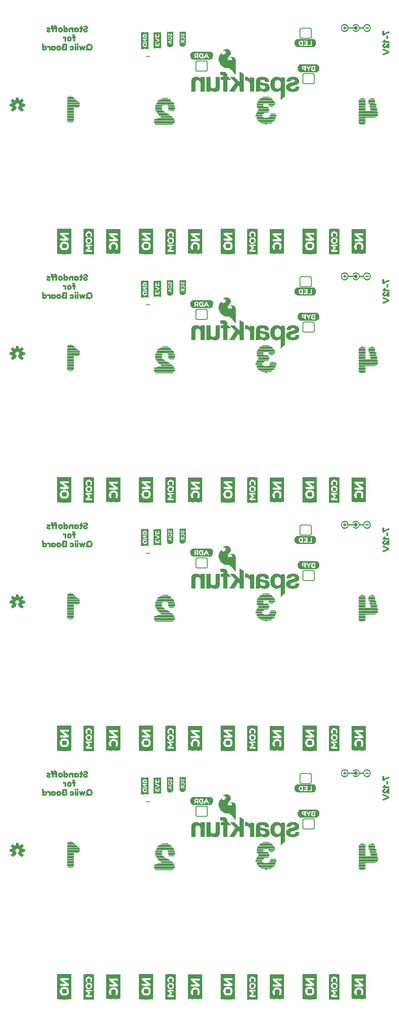
<source format=gbo>
G04 EAGLE Gerber RS-274X export*
G75*
%MOMM*%
%FSLAX34Y34*%
%LPD*%
%INSilkscreen Bottom*%
%IPPOS*%
%AMOC8*
5,1,8,0,0,1.08239X$1,22.5*%
G01*
%ADD10C,0.203200*%
%ADD11R,0.080000X5.110000*%
%ADD12R,0.070000X5.110000*%
%ADD13R,0.060000X5.110000*%
%ADD14R,0.070000X3.290000*%
%ADD15R,0.070000X1.470000*%
%ADD16R,0.080000X0.770000*%
%ADD17R,0.080000X1.260000*%
%ADD18R,0.070000X0.770000*%
%ADD19R,0.070000X0.700000*%
%ADD20R,0.070000X0.560000*%
%ADD21R,0.070000X1.120000*%
%ADD22R,0.060000X0.770000*%
%ADD23R,0.060000X0.700000*%
%ADD24R,0.060000X0.490000*%
%ADD25R,0.060000X1.050000*%
%ADD26R,0.080000X0.630000*%
%ADD27R,0.080000X0.420000*%
%ADD28R,0.080000X0.980000*%
%ADD29R,0.070000X0.350000*%
%ADD30R,0.070000X0.910000*%
%ADD31R,0.070000X0.490000*%
%ADD32R,0.060000X0.280000*%
%ADD33R,0.060000X0.840000*%
%ADD34R,0.080000X0.280000*%
%ADD35R,0.080000X0.840000*%
%ADD36R,0.070000X0.210000*%
%ADD37R,0.070000X0.280000*%
%ADD38R,0.070000X0.840000*%
%ADD39R,0.070000X0.140000*%
%ADD40R,0.070000X0.070000*%
%ADD41R,0.080000X0.210000*%
%ADD42R,0.080000X0.910000*%
%ADD43R,0.070000X0.420000*%
%ADD44R,0.070000X0.630000*%
%ADD45R,0.070000X0.980000*%
%ADD46R,0.060000X0.630000*%
%ADD47R,0.060000X0.420000*%
%ADD48R,0.060000X0.980000*%
%ADD49R,0.070000X1.050000*%
%ADD50R,0.070000X1.190000*%
%ADD51R,0.060000X0.910000*%
%ADD52R,0.060000X1.330000*%
%ADD53R,0.050000X5.150000*%
%ADD54R,0.050000X1.150000*%
%ADD55R,0.050000X1.000000*%
%ADD56R,0.050000X2.650000*%
%ADD57R,0.050000X0.950000*%
%ADD58R,0.050000X0.650000*%
%ADD59R,0.050000X0.550000*%
%ADD60R,0.050000X0.850000*%
%ADD61R,0.050000X0.600000*%
%ADD62R,0.050000X0.500000*%
%ADD63R,0.050000X0.450000*%
%ADD64R,0.050000X0.750000*%
%ADD65R,0.050000X0.800000*%
%ADD66R,0.050000X0.350000*%
%ADD67R,0.050000X0.400000*%
%ADD68R,0.050000X0.700000*%
%ADD69R,0.050000X0.300000*%
%ADD70R,0.050000X0.250000*%
%ADD71R,0.050000X0.200000*%
%ADD72R,0.050000X0.900000*%
%ADD73R,0.050000X0.150000*%
%ADD74R,0.050000X0.050000*%
%ADD75R,0.050000X0.100000*%
%ADD76R,0.060000X0.550000*%
%ADD77R,0.060000X0.900000*%
%ADD78R,0.060000X0.150000*%
%ADD79R,0.060000X0.650000*%
%ADD80R,0.060000X0.250000*%
%ADD81R,0.060000X0.300000*%
%ADD82R,0.060000X0.800000*%
%ADD83R,0.060000X0.500000*%
%ADD84R,0.060000X0.450000*%
%ADD85R,0.060000X5.150000*%
%ADD86R,0.040000X5.150000*%
%ADD87R,0.080000X4.970000*%
%ADD88R,0.070000X4.970000*%
%ADD89R,0.060000X4.970000*%
%ADD90R,0.070000X3.430000*%
%ADD91R,0.070000X1.260000*%
%ADD92R,0.080000X1.050000*%
%ADD93R,0.080000X0.700000*%
%ADD94R,0.070000X1.820000*%
%ADD95R,0.070000X1.890000*%
%ADD96R,0.080000X0.140000*%
%ADD97R,0.080000X1.890000*%
%ADD98R,0.060000X1.120000*%
%ADD99R,0.200000X0.200000*%
%ADD100R,1.000000X0.200000*%
%ADD101R,1.400000X0.200000*%
%ADD102R,1.600000X0.200000*%
%ADD103R,1.800000X0.200000*%
%ADD104R,2.000000X0.200000*%
%ADD105R,2.400000X0.200000*%
%ADD106R,2.600000X0.200000*%
%ADD107R,1.200000X0.200000*%
%ADD108R,3.000000X0.200000*%
%ADD109R,3.200000X0.200000*%
%ADD110R,3.600000X0.200000*%
%ADD111R,2.200000X0.200000*%
%ADD112R,3.400000X0.200000*%
%ADD113R,4.000000X0.200000*%
%ADD114R,4.200000X0.200000*%
%ADD115R,3.800000X0.200000*%
%ADD116R,0.800000X0.200000*%
%ADD117R,0.600000X0.200000*%
%ADD118R,0.400000X0.200000*%
%ADD119R,0.500000X0.100000*%
%ADD120R,0.900000X0.100000*%
%ADD121R,0.700000X0.100000*%
%ADD122R,1.500000X0.100000*%
%ADD123R,1.700000X0.100000*%
%ADD124R,1.800000X0.100000*%
%ADD125R,1.900000X0.100000*%
%ADD126R,2.000000X0.100000*%
%ADD127R,0.800000X0.100000*%
%ADD128R,0.200000X0.100000*%
%ADD129R,1.000000X0.100000*%
%ADD130R,0.400000X0.100000*%
%ADD131R,1.200000X0.100000*%
%ADD132R,1.600000X0.100000*%
%ADD133R,0.600000X0.100000*%
%ADD134R,2.100000X0.100000*%
%ADD135R,1.300000X0.100000*%
%ADD136R,1.100000X0.100000*%
%ADD137R,0.040000X3.400000*%
%ADD138R,0.030000X3.400000*%
%ADD139R,0.030000X0.740000*%
%ADD140R,0.030000X2.450000*%
%ADD141R,0.040000X0.670000*%
%ADD142R,0.040000X0.280000*%
%ADD143R,0.040000X0.420000*%
%ADD144R,0.040000X0.140000*%
%ADD145R,0.030000X0.600000*%
%ADD146R,0.030000X0.180000*%
%ADD147R,0.030000X0.350000*%
%ADD148R,0.030000X0.110000*%
%ADD149R,0.040000X0.560000*%
%ADD150R,0.040000X0.310000*%
%ADD151R,0.040000X0.110000*%
%ADD152R,0.030000X0.490000*%
%ADD153R,0.030000X0.140000*%
%ADD154R,0.030000X0.310000*%
%ADD155R,0.030000X0.530000*%
%ADD156R,0.040000X0.490000*%
%ADD157R,0.030000X0.460000*%
%ADD158R,0.030000X0.240000*%
%ADD159R,0.040000X0.240000*%
%ADD160R,0.040000X0.180000*%
%ADD161R,0.040000X0.210000*%
%ADD162R,0.030000X0.420000*%
%ADD163R,0.030000X0.630000*%
%ADD164R,0.030000X0.210000*%
%ADD165R,0.030000X0.250000*%
%ADD166R,0.040000X0.170000*%
%ADD167R,0.040000X0.390000*%
%ADD168R,0.030000X0.390000*%
%ADD169R,0.030000X0.670000*%
%ADD170R,0.030000X0.320000*%
%ADD171R,0.040000X0.100000*%
%ADD172R,0.040000X0.350000*%
%ADD173R,0.030000X0.100000*%
%ADD174R,0.040000X0.040000*%
%ADD175R,0.040000X0.070000*%
%ADD176R,0.030000X0.070000*%
%ADD177R,0.030000X0.030000*%
%ADD178R,0.040000X0.320000*%
%ADD179R,0.030000X0.280000*%
%ADD180R,0.040000X0.250000*%
%ADD181R,0.040000X0.460000*%
%ADD182R,0.040000X0.530000*%
%ADD183R,0.030000X0.560000*%
%ADD184R,0.040000X0.630000*%
%ADD185R,0.040000X0.380000*%
%ADD186R,0.030000X0.700000*%
%ADD187R,0.030000X0.170000*%
%ADD188R,0.030000X2.640000*%
%ADD189R,0.030000X2.730000*%
%ADD190R,0.020000X2.790000*%
%ADD191R,0.040000X2.850000*%
%ADD192R,0.030000X2.880000*%
%ADD193R,0.030000X2.910000*%
%ADD194R,0.020000X2.940000*%
%ADD195R,0.030000X0.540000*%
%ADD196R,0.030000X2.280000*%
%ADD197R,0.040000X0.480000*%
%ADD198R,0.040000X0.600000*%
%ADD199R,0.040000X0.870000*%
%ADD200R,0.030000X0.150000*%
%ADD201R,0.030000X0.510000*%
%ADD202R,0.030000X0.840000*%
%ADD203R,0.030000X0.120000*%
%ADD204R,0.030000X0.870000*%
%ADD205R,0.040000X0.360000*%
%ADD206R,0.040000X0.120000*%
%ADD207R,0.040000X0.330000*%
%ADD208R,0.030000X0.360000*%
%ADD209R,0.030000X0.300000*%
%ADD210R,0.030000X0.450000*%
%ADD211R,0.040000X0.270000*%
%ADD212R,0.040000X0.840000*%
%ADD213R,0.030000X0.810000*%
%ADD214R,0.030000X0.330000*%
%ADD215R,0.030000X0.060000*%
%ADD216R,0.040000X0.150000*%
%ADD217R,0.040000X0.060000*%
%ADD218R,0.040000X0.780000*%
%ADD219R,0.030000X0.090000*%
%ADD220R,0.030000X0.780000*%
%ADD221R,0.030000X0.750000*%
%ADD222R,0.040000X0.720000*%
%ADD223R,0.040000X0.090000*%
%ADD224R,0.040000X0.300000*%
%ADD225R,0.030000X0.270000*%
%ADD226R,0.030000X0.720000*%
%ADD227R,0.030000X0.660000*%
%ADD228R,0.030000X0.570000*%
%ADD229R,0.040000X0.450000*%
%ADD230R,0.040000X0.540000*%
%ADD231R,0.030000X2.940000*%
%ADD232R,0.030000X2.850000*%
%ADD233R,0.030000X2.790000*%
%ADD234R,0.030000X2.520000*%
%ADD235R,0.030000X2.610000*%
%ADD236R,0.020000X2.670000*%
%ADD237R,0.040000X2.730000*%
%ADD238R,0.030000X2.760000*%
%ADD239R,0.020000X2.820000*%
%ADD240R,0.030000X0.690000*%
%ADD241R,0.040000X0.510000*%
%ADD242R,0.040000X0.030000*%
%ADD243R,0.040000X0.900000*%
%ADD244R,0.030000X0.900000*%
%ADD245R,0.040000X0.690000*%
%ADD246R,0.040000X0.810000*%
%ADD247R,0.040000X0.660000*%
%ADD248R,0.040000X0.570000*%
%ADD249R,0.030000X0.480000*%
%ADD250R,0.030000X2.820000*%
%ADD251R,0.030000X2.670000*%
%ADD252R,0.270000X0.020000*%
%ADD253R,0.240000X0.020000*%
%ADD254R,0.260000X0.020000*%
%ADD255R,0.400000X0.010000*%
%ADD256R,0.390000X0.010000*%
%ADD257R,0.510000X0.020000*%
%ADD258R,0.480000X0.020000*%
%ADD259R,0.500000X0.020000*%
%ADD260R,0.580000X0.010000*%
%ADD261R,0.540000X0.010000*%
%ADD262R,0.650000X0.020000*%
%ADD263R,0.640000X0.020000*%
%ADD264R,0.660000X0.020000*%
%ADD265R,0.710000X0.010000*%
%ADD266R,0.700000X0.010000*%
%ADD267R,0.720000X0.010000*%
%ADD268R,0.770000X0.020000*%
%ADD269R,0.740000X0.020000*%
%ADD270R,0.760000X0.020000*%
%ADD271R,0.820000X0.010000*%
%ADD272R,0.780000X0.010000*%
%ADD273R,0.860000X0.020000*%
%ADD274R,0.840000X0.020000*%
%ADD275R,0.880000X0.020000*%
%ADD276R,0.900000X0.010000*%
%ADD277R,0.880000X0.010000*%
%ADD278R,0.930000X0.010000*%
%ADD279R,0.920000X0.010000*%
%ADD280R,0.430000X0.020000*%
%ADD281R,0.440000X0.020000*%
%ADD282R,0.410000X0.020000*%
%ADD283R,0.450000X0.020000*%
%ADD284R,0.360000X0.010000*%
%ADD285R,0.370000X0.010000*%
%ADD286R,0.310000X0.020000*%
%ADD287R,0.320000X0.020000*%
%ADD288R,0.330000X0.020000*%
%ADD289R,0.310000X0.010000*%
%ADD290R,0.300000X0.010000*%
%ADD291R,0.280000X0.020000*%
%ADD292R,0.270000X0.010000*%
%ADD293R,0.280000X0.010000*%
%ADD294R,0.260000X0.010000*%
%ADD295R,0.250000X0.020000*%
%ADD296R,0.240000X0.010000*%
%ADD297R,0.250000X0.010000*%
%ADD298R,0.230000X0.010000*%
%ADD299R,0.230000X0.020000*%
%ADD300R,0.220000X0.010000*%
%ADD301R,0.220000X0.020000*%
%ADD302R,0.210000X0.010000*%
%ADD303R,0.190000X0.010000*%
%ADD304R,0.210000X0.020000*%
%ADD305R,0.170000X0.020000*%
%ADD306R,0.200000X0.010000*%
%ADD307R,0.120000X0.010000*%
%ADD308R,0.090000X0.020000*%
%ADD309R,0.160000X0.020000*%
%ADD310R,0.040000X0.010000*%
%ADD311R,0.160000X0.010000*%
%ADD312R,0.200000X0.020000*%
%ADD313R,0.190000X0.020000*%
%ADD314R,0.030000X0.020000*%
%ADD315R,0.340000X0.020000*%
%ADD316R,0.180000X0.020000*%
%ADD317R,0.420000X0.020000*%
%ADD318R,0.180000X0.010000*%
%ADD319R,0.460000X0.010000*%
%ADD320R,0.520000X0.010000*%
%ADD321R,0.540000X0.020000*%
%ADD322R,0.170000X0.010000*%
%ADD323R,0.590000X0.010000*%
%ADD324R,0.600000X0.020000*%
%ADD325R,0.640000X0.010000*%
%ADD326R,0.650000X0.010000*%
%ADD327R,0.660000X0.010000*%
%ADD328R,0.680000X0.020000*%
%ADD329R,0.760000X0.010000*%
%ADD330R,1.100000X0.010000*%
%ADD331R,2.030000X0.010000*%
%ADD332R,1.080000X0.020000*%
%ADD333R,2.020000X0.020000*%
%ADD334R,1.080000X0.010000*%
%ADD335R,2.020000X0.010000*%
%ADD336R,0.600000X0.010000*%
%ADD337R,0.080000X0.020000*%
%ADD338R,0.130000X0.020000*%
%ADD339R,0.290000X0.020000*%
%ADD340R,0.290000X0.010000*%
%ADD341R,0.300000X0.020000*%
%ADD342R,0.350000X0.010000*%
%ADD343R,0.330000X0.010000*%
%ADD344R,0.340000X0.010000*%
%ADD345R,0.370000X0.020000*%
%ADD346R,0.950000X0.010000*%
%ADD347R,0.940000X0.010000*%
%ADD348R,0.960000X0.010000*%
%ADD349R,0.910000X0.010000*%
%ADD350R,0.830000X0.010000*%
%ADD351R,0.780000X0.020000*%
%ADD352R,0.670000X0.020000*%
%ADD353R,0.610000X0.010000*%
%ADD354R,0.530000X0.020000*%
%ADD355R,0.520000X0.020000*%
%ADD356R,0.430000X0.010000*%
%ADD357R,0.420000X0.010000*%
%ADD358C,0.152400*%
%ADD359R,3.400000X0.040000*%
%ADD360R,3.640000X0.040000*%
%ADD361R,3.800000X0.040000*%
%ADD362R,3.960000X0.040000*%
%ADD363R,4.040000X0.040000*%
%ADD364R,4.120000X0.040000*%
%ADD365R,4.200000X0.040000*%
%ADD366R,4.280000X0.040000*%
%ADD367R,1.120000X0.040000*%
%ADD368R,0.520000X0.040000*%
%ADD369R,0.440000X0.040000*%
%ADD370R,0.920000X0.040000*%
%ADD371R,0.360000X0.040000*%
%ADD372R,0.880000X0.040000*%
%ADD373R,0.480000X0.040000*%
%ADD374R,0.280000X0.040000*%
%ADD375R,0.840000X0.040000*%
%ADD376R,0.240000X0.040000*%
%ADD377R,0.800000X0.040000*%
%ADD378R,0.200000X0.040000*%
%ADD379R,0.160000X0.040000*%
%ADD380R,1.080000X0.040000*%
%ADD381R,0.400000X0.040000*%
%ADD382R,0.320000X0.040000*%
%ADD383R,0.120000X0.040000*%
%ADD384R,1.040000X0.040000*%
%ADD385R,0.080000X0.040000*%
%ADD386R,1.000000X0.040000*%
%ADD387R,0.960000X0.040000*%
%ADD388R,0.760000X0.040000*%
%ADD389R,0.680000X0.040000*%
%ADD390R,0.720000X0.040000*%
%ADD391R,0.560000X0.040000*%
%ADD392R,0.600000X0.040000*%
%ADD393R,0.040000X3.180000*%
%ADD394R,0.030000X3.180000*%
%ADD395R,0.030000X1.580000*%
%ADD396R,0.040000X0.520000*%
%ADD397R,0.030000X0.520000*%
%ADD398R,0.030000X0.380000*%
%ADD399R,0.030000X0.770000*%
%ADD400R,0.030000X0.040000*%
%ADD401R,3.160000X0.040000*%
%ADD402R,3.560000X0.040000*%
%ADD403R,3.720000X0.040000*%
%ADD404R,3.880000X0.040000*%
%ADD405R,1.680000X0.040000*%
%ADD406R,1.320000X0.040000*%
%ADD407R,1.280000X0.040000*%
%ADD408R,1.240000X0.040000*%
%ADD409R,0.640000X0.040000*%
%ADD410R,0.060000X0.400000*%
%ADD411R,0.060000X0.350000*%
%ADD412R,0.060000X0.850000*%
%ADD413R,0.060000X1.000000*%
%ADD414R,2.200000X0.100000*%
%ADD415R,2.500000X0.100000*%
%ADD416R,2.600000X0.100000*%
%ADD417R,2.400000X0.100000*%
%ADD418R,1.400000X0.100000*%
%ADD419R,0.300000X0.100000*%
%ADD420R,0.250000X0.050000*%
%ADD421R,0.300000X0.050000*%
%ADD422R,0.350000X0.050000*%
%ADD423R,0.450000X0.050000*%
%ADD424R,0.400000X0.050000*%
%ADD425R,0.550000X0.050000*%
%ADD426R,0.100000X0.050000*%
%ADD427R,0.500000X0.050000*%
%ADD428R,0.700000X0.050000*%
%ADD429R,0.800000X0.050000*%
%ADD430R,0.850000X0.050000*%
%ADD431R,0.200000X0.050000*%
%ADD432R,1.300000X0.050000*%
%ADD433R,0.750000X0.050000*%
%ADD434R,0.600000X0.050000*%
%ADD435R,1.400000X0.050000*%
%ADD436R,0.650000X0.050000*%
%ADD437R,0.900000X0.050000*%
%ADD438R,0.950000X0.050000*%
%ADD439R,1.350000X0.050000*%
%ADD440R,0.150000X0.050000*%
%ADD441R,0.700000X0.060000*%
%ADD442R,0.300000X0.060000*%
%ADD443R,0.400000X0.060000*%
%ADD444R,0.350000X0.060000*%
%ADD445R,0.600000X0.060000*%
%ADD446R,0.950000X0.060000*%
%ADD447R,0.100000X0.060000*%
%ADD448R,0.650000X0.060000*%
%ADD449R,0.450000X0.060000*%
%ADD450R,0.750000X0.060000*%
%ADD451R,1.050000X0.050000*%
%ADD452R,1.000000X0.050000*%
%ADD453R,1.150000X0.050000*%
%ADD454R,1.200000X0.060000*%
%ADD455R,0.500000X0.060000*%
%ADD456R,1.200000X0.050000*%
%ADD457R,1.100000X0.050000*%
%ADD458R,0.550000X0.060000*%
%ADD459R,0.250000X0.060000*%
%ADD460R,1.050000X0.060000*%
%ADD461R,1.250000X0.050000*%
%ADD462R,0.900000X0.060000*%

G36*
X462230Y864076D02*
X462230Y864076D01*
X462317Y864079D01*
X462317Y864080D01*
X462318Y864080D01*
X462393Y864121D01*
X462469Y864162D01*
X462469Y864163D01*
X462470Y864163D01*
X462521Y864235D01*
X462569Y864304D01*
X462569Y864305D01*
X462570Y864312D01*
X462596Y864446D01*
X462596Y892046D01*
X462592Y892066D01*
X462593Y892093D01*
X462393Y893693D01*
X462382Y893725D01*
X462374Y893774D01*
X461874Y895174D01*
X461866Y895186D01*
X461862Y895203D01*
X461362Y896303D01*
X461344Y896327D01*
X461328Y896364D01*
X460628Y897364D01*
X460609Y897381D01*
X460598Y897400D01*
X460576Y897416D01*
X460549Y897446D01*
X459649Y898146D01*
X459638Y898151D01*
X459627Y898162D01*
X458727Y898762D01*
X458696Y898774D01*
X458657Y898799D01*
X457657Y899199D01*
X457642Y899201D01*
X457625Y899210D01*
X456625Y899510D01*
X456606Y899511D01*
X456584Y899520D01*
X455484Y899720D01*
X455455Y899719D01*
X455416Y899726D01*
X453716Y899726D01*
X453693Y899721D01*
X453662Y899722D01*
X452962Y899622D01*
X452929Y899609D01*
X452875Y899599D01*
X452385Y899403D01*
X452154Y899326D01*
X452016Y899326D01*
X451847Y899287D01*
X451714Y899177D01*
X451643Y899018D01*
X451649Y898845D01*
X451732Y898693D01*
X451874Y898593D01*
X451995Y898570D01*
X452205Y898430D01*
X452236Y898418D01*
X452324Y898377D01*
X452649Y898296D01*
X452988Y898042D01*
X453004Y898035D01*
X453020Y898020D01*
X453980Y897444D01*
X454314Y897110D01*
X454568Y896686D01*
X454736Y896184D01*
X454736Y895608D01*
X454567Y895102D01*
X454202Y894464D01*
X453755Y893927D01*
X453126Y893478D01*
X452288Y893105D01*
X451277Y892829D01*
X449777Y892923D01*
X448363Y893300D01*
X447277Y893934D01*
X446550Y894934D01*
X446102Y896009D01*
X446191Y897260D01*
X446745Y898645D01*
X447994Y900087D01*
X449685Y901777D01*
X449699Y901799D01*
X449724Y901823D01*
X451024Y903623D01*
X451030Y903638D01*
X451044Y903653D01*
X452044Y905353D01*
X452055Y905390D01*
X452087Y905464D01*
X452487Y907264D01*
X452487Y907297D01*
X452496Y907346D01*
X452496Y909046D01*
X452487Y909084D01*
X452479Y909159D01*
X451979Y910759D01*
X451959Y910793D01*
X451929Y910861D01*
X450829Y912461D01*
X450802Y912486D01*
X450768Y912531D01*
X449068Y914031D01*
X449033Y914050D01*
X448980Y914089D01*
X446680Y915189D01*
X446647Y915196D01*
X446600Y915217D01*
X444400Y915717D01*
X444362Y915717D01*
X444297Y915726D01*
X442297Y915626D01*
X442271Y915618D01*
X442234Y915617D01*
X440434Y915217D01*
X440403Y915203D01*
X440355Y915191D01*
X438855Y914491D01*
X438851Y914488D01*
X438846Y914486D01*
X438312Y914219D01*
X437646Y913886D01*
X437624Y913868D01*
X437588Y913850D01*
X436788Y913250D01*
X436773Y913232D01*
X436747Y913215D01*
X436547Y913015D01*
X436534Y912993D01*
X436514Y912977D01*
X436488Y912920D01*
X436456Y912868D01*
X436453Y912842D01*
X436443Y912818D01*
X436445Y912757D01*
X436439Y912695D01*
X436448Y912671D01*
X436449Y912645D01*
X436479Y912591D01*
X436501Y912533D01*
X436520Y912516D01*
X436532Y912493D01*
X436583Y912458D01*
X436628Y912416D01*
X436653Y912408D01*
X436674Y912393D01*
X436758Y912377D01*
X436794Y912366D01*
X436804Y912368D01*
X436816Y912366D01*
X436916Y912366D01*
X436952Y912374D01*
X437008Y912377D01*
X437394Y912474D01*
X437947Y912566D01*
X438592Y912566D01*
X439331Y912473D01*
X440170Y912194D01*
X440904Y911827D01*
X441544Y911278D01*
X442005Y910725D01*
X442268Y910286D01*
X442436Y909784D01*
X442436Y908708D01*
X442267Y908202D01*
X441895Y907552D01*
X441425Y906893D01*
X440269Y905737D01*
X439611Y905267D01*
X438936Y904881D01*
X438600Y904713D01*
X438164Y904495D01*
X437421Y904217D01*
X436789Y904126D01*
X436294Y904126D01*
X435713Y904375D01*
X435319Y904691D01*
X435068Y905192D01*
X434896Y905708D01*
X434896Y906684D01*
X434977Y906926D01*
X434979Y906947D01*
X434985Y906962D01*
X434984Y906985D01*
X434996Y907046D01*
X434996Y907246D01*
X434982Y907309D01*
X434974Y907373D01*
X434962Y907392D01*
X434957Y907415D01*
X434916Y907465D01*
X434881Y907519D01*
X434861Y907531D01*
X434847Y907548D01*
X434788Y907575D01*
X434733Y907608D01*
X434710Y907610D01*
X434688Y907619D01*
X434624Y907617D01*
X434560Y907622D01*
X434535Y907613D01*
X434515Y907613D01*
X434482Y907594D01*
X434423Y907574D01*
X432723Y906574D01*
X432695Y906547D01*
X432639Y906507D01*
X431039Y904807D01*
X431023Y904778D01*
X430991Y904744D01*
X429591Y902444D01*
X429581Y902412D01*
X429557Y902370D01*
X428557Y899470D01*
X428554Y899442D01*
X428540Y899405D01*
X428040Y896205D01*
X428043Y896172D01*
X428036Y896124D01*
X428236Y892624D01*
X428246Y892593D01*
X428249Y892547D01*
X429249Y888847D01*
X429266Y888815D01*
X429284Y888761D01*
X431284Y885161D01*
X431301Y885143D01*
X431316Y885113D01*
X432716Y883313D01*
X432728Y883303D01*
X432739Y883286D01*
X434239Y881686D01*
X434257Y881674D01*
X434274Y881652D01*
X435974Y880252D01*
X435993Y880243D01*
X436013Y880225D01*
X437913Y879025D01*
X437941Y879015D01*
X437975Y878993D01*
X439975Y878193D01*
X439987Y878191D01*
X440001Y878184D01*
X442201Y877484D01*
X442230Y877481D01*
X442269Y877469D01*
X444669Y877169D01*
X444690Y877171D01*
X444716Y877166D01*
X448469Y877166D01*
X449583Y876887D01*
X450528Y876415D01*
X451585Y875742D01*
X452547Y874876D01*
X453535Y873790D01*
X453536Y873789D01*
X453537Y873788D01*
X454731Y872494D01*
X455927Y871099D01*
X455933Y871095D01*
X455937Y871088D01*
X457136Y869789D01*
X459336Y867389D01*
X460224Y866402D01*
X460916Y865513D01*
X460922Y865507D01*
X460927Y865499D01*
X461519Y864808D01*
X461791Y864445D01*
X461875Y864277D01*
X461876Y864276D01*
X461928Y864213D01*
X461985Y864144D01*
X461986Y864143D01*
X461987Y864143D01*
X462062Y864109D01*
X462144Y864073D01*
X462145Y864072D01*
X462230Y864076D01*
G37*
G36*
X462230Y363696D02*
X462230Y363696D01*
X462317Y363699D01*
X462317Y363700D01*
X462318Y363700D01*
X462393Y363741D01*
X462469Y363782D01*
X462469Y363783D01*
X462470Y363783D01*
X462521Y363855D01*
X462569Y363924D01*
X462569Y363925D01*
X462570Y363932D01*
X462596Y364066D01*
X462596Y391666D01*
X462592Y391686D01*
X462593Y391713D01*
X462393Y393313D01*
X462382Y393345D01*
X462374Y393394D01*
X461874Y394794D01*
X461866Y394806D01*
X461862Y394823D01*
X461362Y395923D01*
X461344Y395947D01*
X461328Y395984D01*
X460628Y396984D01*
X460609Y397001D01*
X460598Y397020D01*
X460576Y397036D01*
X460549Y397066D01*
X459649Y397766D01*
X459638Y397771D01*
X459627Y397782D01*
X458727Y398382D01*
X458696Y398394D01*
X458657Y398419D01*
X457657Y398819D01*
X457642Y398821D01*
X457625Y398830D01*
X456625Y399130D01*
X456606Y399131D01*
X456584Y399140D01*
X455484Y399340D01*
X455455Y399339D01*
X455416Y399346D01*
X453716Y399346D01*
X453693Y399341D01*
X453662Y399342D01*
X452962Y399242D01*
X452929Y399229D01*
X452875Y399219D01*
X452385Y399023D01*
X452154Y398946D01*
X452016Y398946D01*
X451847Y398907D01*
X451714Y398797D01*
X451643Y398638D01*
X451649Y398465D01*
X451732Y398313D01*
X451874Y398213D01*
X451995Y398190D01*
X452205Y398050D01*
X452236Y398038D01*
X452324Y397997D01*
X452649Y397916D01*
X452988Y397662D01*
X453004Y397655D01*
X453020Y397640D01*
X453980Y397064D01*
X454314Y396730D01*
X454568Y396306D01*
X454736Y395804D01*
X454736Y395228D01*
X454567Y394722D01*
X454202Y394084D01*
X453755Y393547D01*
X453126Y393098D01*
X452288Y392725D01*
X451277Y392449D01*
X449777Y392543D01*
X448363Y392920D01*
X447277Y393554D01*
X446550Y394554D01*
X446102Y395629D01*
X446191Y396880D01*
X446745Y398265D01*
X447994Y399707D01*
X449685Y401397D01*
X449699Y401419D01*
X449724Y401443D01*
X451024Y403243D01*
X451030Y403258D01*
X451044Y403273D01*
X452044Y404973D01*
X452055Y405010D01*
X452087Y405084D01*
X452487Y406884D01*
X452487Y406917D01*
X452496Y406966D01*
X452496Y408666D01*
X452487Y408704D01*
X452479Y408779D01*
X451979Y410379D01*
X451959Y410413D01*
X451929Y410481D01*
X450829Y412081D01*
X450802Y412106D01*
X450768Y412151D01*
X449068Y413651D01*
X449033Y413670D01*
X448980Y413709D01*
X446680Y414809D01*
X446647Y414816D01*
X446600Y414837D01*
X444400Y415337D01*
X444362Y415337D01*
X444297Y415346D01*
X442297Y415246D01*
X442271Y415238D01*
X442234Y415237D01*
X440434Y414837D01*
X440403Y414823D01*
X440355Y414811D01*
X438855Y414111D01*
X438851Y414108D01*
X438846Y414106D01*
X438312Y413839D01*
X437646Y413506D01*
X437624Y413488D01*
X437588Y413470D01*
X436788Y412870D01*
X436773Y412852D01*
X436747Y412835D01*
X436547Y412635D01*
X436534Y412613D01*
X436514Y412597D01*
X436488Y412540D01*
X436456Y412488D01*
X436453Y412462D01*
X436443Y412438D01*
X436445Y412377D01*
X436439Y412315D01*
X436448Y412291D01*
X436449Y412265D01*
X436479Y412211D01*
X436501Y412153D01*
X436520Y412136D01*
X436532Y412113D01*
X436583Y412078D01*
X436628Y412036D01*
X436653Y412028D01*
X436674Y412013D01*
X436758Y411997D01*
X436794Y411986D01*
X436804Y411988D01*
X436816Y411986D01*
X436916Y411986D01*
X436952Y411994D01*
X437008Y411997D01*
X437394Y412094D01*
X437947Y412186D01*
X438592Y412186D01*
X439331Y412093D01*
X440170Y411814D01*
X440904Y411447D01*
X441544Y410898D01*
X442005Y410345D01*
X442268Y409906D01*
X442436Y409404D01*
X442436Y408328D01*
X442267Y407822D01*
X441895Y407172D01*
X441425Y406513D01*
X440269Y405357D01*
X439611Y404887D01*
X438936Y404501D01*
X438600Y404333D01*
X438164Y404115D01*
X437421Y403837D01*
X436789Y403746D01*
X436294Y403746D01*
X435713Y403995D01*
X435319Y404311D01*
X435068Y404812D01*
X434896Y405328D01*
X434896Y406304D01*
X434977Y406546D01*
X434979Y406567D01*
X434985Y406582D01*
X434984Y406605D01*
X434996Y406666D01*
X434996Y406866D01*
X434982Y406929D01*
X434974Y406993D01*
X434962Y407012D01*
X434957Y407035D01*
X434916Y407085D01*
X434881Y407139D01*
X434861Y407151D01*
X434847Y407168D01*
X434788Y407195D01*
X434733Y407228D01*
X434710Y407230D01*
X434688Y407239D01*
X434624Y407237D01*
X434560Y407242D01*
X434535Y407233D01*
X434515Y407233D01*
X434482Y407214D01*
X434423Y407194D01*
X432723Y406194D01*
X432695Y406167D01*
X432639Y406127D01*
X431039Y404427D01*
X431023Y404398D01*
X430991Y404364D01*
X429591Y402064D01*
X429581Y402032D01*
X429557Y401990D01*
X428557Y399090D01*
X428554Y399062D01*
X428540Y399025D01*
X428040Y395825D01*
X428043Y395792D01*
X428036Y395744D01*
X428236Y392244D01*
X428246Y392213D01*
X428249Y392167D01*
X429249Y388467D01*
X429266Y388435D01*
X429284Y388381D01*
X431284Y384781D01*
X431301Y384763D01*
X431316Y384733D01*
X432716Y382933D01*
X432728Y382923D01*
X432739Y382906D01*
X434239Y381306D01*
X434257Y381294D01*
X434274Y381272D01*
X435974Y379872D01*
X435993Y379863D01*
X436013Y379845D01*
X437913Y378645D01*
X437941Y378635D01*
X437975Y378613D01*
X439975Y377813D01*
X439987Y377811D01*
X440001Y377804D01*
X442201Y377104D01*
X442230Y377101D01*
X442269Y377089D01*
X444669Y376789D01*
X444690Y376791D01*
X444716Y376786D01*
X448469Y376786D01*
X449583Y376507D01*
X450528Y376035D01*
X451585Y375362D01*
X452547Y374496D01*
X453535Y373410D01*
X453536Y373409D01*
X453537Y373408D01*
X454731Y372114D01*
X455927Y370719D01*
X455933Y370715D01*
X455937Y370708D01*
X457136Y369409D01*
X459336Y367009D01*
X460224Y366022D01*
X460916Y365133D01*
X460922Y365127D01*
X460927Y365119D01*
X461519Y364428D01*
X461791Y364065D01*
X461875Y363897D01*
X461876Y363896D01*
X461928Y363833D01*
X461985Y363764D01*
X461986Y363763D01*
X461987Y363763D01*
X462062Y363729D01*
X462144Y363693D01*
X462145Y363692D01*
X462230Y363696D01*
G37*
G36*
X462230Y1864836D02*
X462230Y1864836D01*
X462317Y1864839D01*
X462317Y1864840D01*
X462318Y1864840D01*
X462393Y1864881D01*
X462469Y1864922D01*
X462469Y1864923D01*
X462470Y1864923D01*
X462521Y1864995D01*
X462569Y1865064D01*
X462569Y1865065D01*
X462570Y1865072D01*
X462596Y1865206D01*
X462596Y1892806D01*
X462592Y1892826D01*
X462593Y1892853D01*
X462393Y1894453D01*
X462382Y1894485D01*
X462374Y1894534D01*
X461874Y1895934D01*
X461866Y1895946D01*
X461862Y1895963D01*
X461362Y1897063D01*
X461344Y1897087D01*
X461328Y1897124D01*
X460628Y1898124D01*
X460609Y1898141D01*
X460598Y1898160D01*
X460576Y1898176D01*
X460549Y1898206D01*
X459649Y1898906D01*
X459638Y1898911D01*
X459627Y1898922D01*
X458727Y1899522D01*
X458696Y1899534D01*
X458657Y1899559D01*
X457657Y1899959D01*
X457642Y1899961D01*
X457625Y1899970D01*
X456625Y1900270D01*
X456606Y1900271D01*
X456584Y1900280D01*
X455484Y1900480D01*
X455455Y1900479D01*
X455416Y1900486D01*
X453716Y1900486D01*
X453693Y1900481D01*
X453662Y1900482D01*
X452962Y1900382D01*
X452929Y1900369D01*
X452875Y1900359D01*
X452385Y1900163D01*
X452154Y1900086D01*
X452016Y1900086D01*
X451847Y1900047D01*
X451714Y1899937D01*
X451643Y1899778D01*
X451649Y1899605D01*
X451732Y1899453D01*
X451874Y1899353D01*
X451995Y1899330D01*
X452205Y1899190D01*
X452236Y1899178D01*
X452324Y1899137D01*
X452649Y1899056D01*
X452988Y1898802D01*
X453004Y1898795D01*
X453020Y1898780D01*
X453980Y1898204D01*
X454314Y1897870D01*
X454568Y1897446D01*
X454736Y1896944D01*
X454736Y1896368D01*
X454567Y1895862D01*
X454202Y1895224D01*
X453755Y1894687D01*
X453126Y1894238D01*
X452288Y1893865D01*
X451277Y1893589D01*
X449777Y1893683D01*
X448363Y1894060D01*
X447277Y1894694D01*
X446550Y1895694D01*
X446102Y1896769D01*
X446191Y1898020D01*
X446745Y1899405D01*
X447994Y1900847D01*
X449685Y1902537D01*
X449699Y1902559D01*
X449724Y1902583D01*
X451024Y1904383D01*
X451030Y1904398D01*
X451044Y1904413D01*
X452044Y1906113D01*
X452055Y1906150D01*
X452087Y1906224D01*
X452487Y1908024D01*
X452487Y1908057D01*
X452496Y1908106D01*
X452496Y1909806D01*
X452487Y1909844D01*
X452479Y1909919D01*
X451979Y1911519D01*
X451959Y1911553D01*
X451929Y1911621D01*
X450829Y1913221D01*
X450802Y1913246D01*
X450768Y1913291D01*
X449068Y1914791D01*
X449033Y1914810D01*
X448980Y1914849D01*
X446680Y1915949D01*
X446647Y1915956D01*
X446600Y1915977D01*
X444400Y1916477D01*
X444362Y1916477D01*
X444297Y1916486D01*
X442297Y1916386D01*
X442271Y1916378D01*
X442234Y1916377D01*
X440434Y1915977D01*
X440403Y1915963D01*
X440355Y1915951D01*
X438855Y1915251D01*
X438851Y1915248D01*
X438846Y1915246D01*
X438312Y1914979D01*
X437646Y1914646D01*
X437624Y1914628D01*
X437588Y1914610D01*
X436788Y1914010D01*
X436773Y1913992D01*
X436747Y1913975D01*
X436547Y1913775D01*
X436534Y1913753D01*
X436514Y1913737D01*
X436488Y1913680D01*
X436456Y1913628D01*
X436453Y1913602D01*
X436443Y1913578D01*
X436445Y1913517D01*
X436439Y1913455D01*
X436448Y1913431D01*
X436449Y1913405D01*
X436479Y1913351D01*
X436501Y1913293D01*
X436520Y1913276D01*
X436532Y1913253D01*
X436583Y1913218D01*
X436628Y1913176D01*
X436653Y1913168D01*
X436674Y1913153D01*
X436758Y1913137D01*
X436794Y1913126D01*
X436804Y1913128D01*
X436816Y1913126D01*
X436916Y1913126D01*
X436952Y1913134D01*
X437008Y1913137D01*
X437394Y1913234D01*
X437947Y1913326D01*
X438592Y1913326D01*
X439331Y1913233D01*
X440170Y1912954D01*
X440904Y1912587D01*
X441544Y1912038D01*
X442005Y1911485D01*
X442268Y1911046D01*
X442436Y1910544D01*
X442436Y1909468D01*
X442267Y1908962D01*
X441895Y1908312D01*
X441425Y1907653D01*
X440270Y1906497D01*
X439611Y1906027D01*
X438936Y1905641D01*
X438600Y1905473D01*
X438164Y1905255D01*
X437421Y1904977D01*
X436789Y1904886D01*
X436294Y1904886D01*
X435713Y1905135D01*
X435319Y1905451D01*
X435068Y1905952D01*
X434896Y1906468D01*
X434896Y1907444D01*
X434977Y1907686D01*
X434979Y1907707D01*
X434985Y1907722D01*
X434984Y1907745D01*
X434996Y1907806D01*
X434996Y1908006D01*
X434982Y1908069D01*
X434974Y1908133D01*
X434962Y1908152D01*
X434957Y1908175D01*
X434916Y1908225D01*
X434881Y1908279D01*
X434861Y1908291D01*
X434847Y1908308D01*
X434788Y1908335D01*
X434733Y1908368D01*
X434710Y1908370D01*
X434688Y1908379D01*
X434624Y1908377D01*
X434560Y1908382D01*
X434535Y1908373D01*
X434515Y1908373D01*
X434482Y1908354D01*
X434423Y1908334D01*
X432723Y1907334D01*
X432695Y1907307D01*
X432639Y1907267D01*
X431039Y1905567D01*
X431023Y1905538D01*
X430991Y1905504D01*
X429591Y1903204D01*
X429581Y1903172D01*
X429557Y1903130D01*
X428557Y1900230D01*
X428554Y1900202D01*
X428540Y1900165D01*
X428040Y1896965D01*
X428043Y1896932D01*
X428036Y1896884D01*
X428236Y1893384D01*
X428246Y1893353D01*
X428249Y1893307D01*
X429249Y1889607D01*
X429266Y1889575D01*
X429284Y1889521D01*
X431284Y1885921D01*
X431301Y1885903D01*
X431316Y1885873D01*
X432716Y1884073D01*
X432728Y1884063D01*
X432739Y1884046D01*
X434239Y1882446D01*
X434257Y1882434D01*
X434274Y1882412D01*
X435974Y1881012D01*
X435993Y1881003D01*
X436013Y1880985D01*
X437913Y1879785D01*
X437941Y1879775D01*
X437975Y1879753D01*
X439975Y1878953D01*
X439987Y1878951D01*
X440001Y1878944D01*
X442201Y1878244D01*
X442230Y1878241D01*
X442269Y1878229D01*
X444669Y1877929D01*
X444690Y1877931D01*
X444716Y1877926D01*
X448469Y1877926D01*
X449583Y1877647D01*
X450528Y1877175D01*
X451585Y1876502D01*
X452547Y1875636D01*
X453535Y1874550D01*
X453536Y1874549D01*
X453537Y1874548D01*
X454731Y1873254D01*
X455927Y1871859D01*
X455933Y1871855D01*
X455937Y1871848D01*
X457136Y1870549D01*
X459336Y1868149D01*
X460224Y1867162D01*
X460916Y1866273D01*
X460922Y1866267D01*
X460927Y1866259D01*
X461519Y1865568D01*
X461791Y1865205D01*
X461875Y1865037D01*
X461876Y1865036D01*
X461928Y1864973D01*
X461985Y1864904D01*
X461986Y1864903D01*
X461987Y1864903D01*
X462062Y1864869D01*
X462144Y1864833D01*
X462145Y1864832D01*
X462230Y1864836D01*
G37*
G36*
X462230Y1364456D02*
X462230Y1364456D01*
X462317Y1364459D01*
X462317Y1364460D01*
X462318Y1364460D01*
X462393Y1364501D01*
X462469Y1364542D01*
X462469Y1364543D01*
X462470Y1364543D01*
X462521Y1364615D01*
X462569Y1364684D01*
X462569Y1364685D01*
X462570Y1364692D01*
X462596Y1364826D01*
X462596Y1392426D01*
X462592Y1392446D01*
X462593Y1392473D01*
X462393Y1394073D01*
X462382Y1394105D01*
X462374Y1394154D01*
X461874Y1395554D01*
X461866Y1395566D01*
X461862Y1395583D01*
X461362Y1396683D01*
X461344Y1396707D01*
X461328Y1396744D01*
X460628Y1397744D01*
X460609Y1397761D01*
X460598Y1397780D01*
X460576Y1397796D01*
X460549Y1397826D01*
X459649Y1398526D01*
X459638Y1398531D01*
X459627Y1398542D01*
X458727Y1399142D01*
X458696Y1399154D01*
X458657Y1399179D01*
X457657Y1399579D01*
X457642Y1399581D01*
X457625Y1399590D01*
X456625Y1399890D01*
X456606Y1399891D01*
X456584Y1399900D01*
X455484Y1400100D01*
X455455Y1400099D01*
X455416Y1400106D01*
X453716Y1400106D01*
X453693Y1400101D01*
X453662Y1400102D01*
X452962Y1400002D01*
X452929Y1399989D01*
X452875Y1399979D01*
X452385Y1399783D01*
X452154Y1399706D01*
X452016Y1399706D01*
X451847Y1399667D01*
X451714Y1399557D01*
X451643Y1399398D01*
X451649Y1399225D01*
X451732Y1399073D01*
X451874Y1398973D01*
X451995Y1398950D01*
X452205Y1398810D01*
X452236Y1398798D01*
X452324Y1398757D01*
X452649Y1398676D01*
X452988Y1398422D01*
X453004Y1398415D01*
X453020Y1398400D01*
X453980Y1397824D01*
X454314Y1397490D01*
X454568Y1397066D01*
X454736Y1396564D01*
X454736Y1395988D01*
X454567Y1395482D01*
X454202Y1394844D01*
X453755Y1394307D01*
X453126Y1393858D01*
X452288Y1393485D01*
X451277Y1393209D01*
X449777Y1393303D01*
X448363Y1393680D01*
X447277Y1394314D01*
X446550Y1395314D01*
X446102Y1396389D01*
X446191Y1397640D01*
X446745Y1399025D01*
X447994Y1400467D01*
X449685Y1402157D01*
X449699Y1402179D01*
X449724Y1402203D01*
X451024Y1404003D01*
X451030Y1404018D01*
X451044Y1404033D01*
X452044Y1405733D01*
X452055Y1405770D01*
X452087Y1405844D01*
X452487Y1407644D01*
X452487Y1407677D01*
X452496Y1407726D01*
X452496Y1409426D01*
X452487Y1409464D01*
X452479Y1409539D01*
X451979Y1411139D01*
X451959Y1411173D01*
X451929Y1411241D01*
X450829Y1412841D01*
X450802Y1412866D01*
X450768Y1412911D01*
X449068Y1414411D01*
X449033Y1414430D01*
X448980Y1414469D01*
X446680Y1415569D01*
X446647Y1415576D01*
X446600Y1415597D01*
X444400Y1416097D01*
X444362Y1416097D01*
X444297Y1416106D01*
X442297Y1416006D01*
X442271Y1415998D01*
X442234Y1415997D01*
X440434Y1415597D01*
X440403Y1415583D01*
X440355Y1415571D01*
X438855Y1414871D01*
X438851Y1414868D01*
X438846Y1414866D01*
X438312Y1414599D01*
X437646Y1414266D01*
X437624Y1414248D01*
X437588Y1414230D01*
X436788Y1413630D01*
X436773Y1413612D01*
X436747Y1413595D01*
X436547Y1413395D01*
X436534Y1413373D01*
X436514Y1413357D01*
X436488Y1413300D01*
X436456Y1413248D01*
X436453Y1413222D01*
X436443Y1413198D01*
X436445Y1413137D01*
X436439Y1413075D01*
X436448Y1413051D01*
X436449Y1413025D01*
X436479Y1412971D01*
X436501Y1412913D01*
X436520Y1412896D01*
X436532Y1412873D01*
X436583Y1412838D01*
X436628Y1412796D01*
X436653Y1412788D01*
X436674Y1412773D01*
X436758Y1412757D01*
X436794Y1412746D01*
X436804Y1412748D01*
X436816Y1412746D01*
X436916Y1412746D01*
X436952Y1412754D01*
X437008Y1412757D01*
X437394Y1412854D01*
X437947Y1412946D01*
X438592Y1412946D01*
X439331Y1412853D01*
X440170Y1412574D01*
X440904Y1412207D01*
X441544Y1411658D01*
X442005Y1411105D01*
X442268Y1410666D01*
X442436Y1410164D01*
X442436Y1409088D01*
X442267Y1408582D01*
X441895Y1407932D01*
X441425Y1407273D01*
X440269Y1406117D01*
X439611Y1405647D01*
X438936Y1405261D01*
X438600Y1405093D01*
X438164Y1404875D01*
X437421Y1404597D01*
X436789Y1404506D01*
X436294Y1404506D01*
X435713Y1404755D01*
X435319Y1405071D01*
X435068Y1405572D01*
X434896Y1406088D01*
X434896Y1407064D01*
X434977Y1407306D01*
X434979Y1407327D01*
X434985Y1407342D01*
X434984Y1407365D01*
X434996Y1407426D01*
X434996Y1407626D01*
X434982Y1407689D01*
X434974Y1407753D01*
X434962Y1407772D01*
X434957Y1407795D01*
X434916Y1407845D01*
X434881Y1407899D01*
X434861Y1407911D01*
X434847Y1407928D01*
X434788Y1407955D01*
X434733Y1407988D01*
X434710Y1407990D01*
X434688Y1407999D01*
X434624Y1407997D01*
X434560Y1408002D01*
X434535Y1407993D01*
X434515Y1407993D01*
X434482Y1407974D01*
X434423Y1407954D01*
X432723Y1406954D01*
X432695Y1406927D01*
X432639Y1406887D01*
X431039Y1405187D01*
X431023Y1405158D01*
X430991Y1405124D01*
X429591Y1402824D01*
X429581Y1402792D01*
X429557Y1402750D01*
X428557Y1399850D01*
X428554Y1399822D01*
X428540Y1399785D01*
X428040Y1396585D01*
X428043Y1396552D01*
X428036Y1396504D01*
X428236Y1393004D01*
X428246Y1392973D01*
X428249Y1392927D01*
X429249Y1389227D01*
X429266Y1389195D01*
X429284Y1389141D01*
X431284Y1385541D01*
X431301Y1385523D01*
X431316Y1385493D01*
X432716Y1383693D01*
X432728Y1383683D01*
X432739Y1383666D01*
X434239Y1382066D01*
X434257Y1382054D01*
X434274Y1382032D01*
X435974Y1380632D01*
X435993Y1380623D01*
X436013Y1380605D01*
X437913Y1379405D01*
X437941Y1379395D01*
X437975Y1379373D01*
X439975Y1378573D01*
X439987Y1378571D01*
X440001Y1378564D01*
X442201Y1377864D01*
X442230Y1377861D01*
X442269Y1377849D01*
X444669Y1377549D01*
X444690Y1377551D01*
X444716Y1377546D01*
X448469Y1377546D01*
X449583Y1377267D01*
X450528Y1376795D01*
X451585Y1376122D01*
X452547Y1375256D01*
X453535Y1374170D01*
X453536Y1374169D01*
X453537Y1374168D01*
X454731Y1372874D01*
X455927Y1371479D01*
X455933Y1371475D01*
X455937Y1371468D01*
X457136Y1370169D01*
X459336Y1367769D01*
X460224Y1366782D01*
X460916Y1365893D01*
X460922Y1365887D01*
X460927Y1365879D01*
X461519Y1365188D01*
X461791Y1364825D01*
X461875Y1364657D01*
X461876Y1364656D01*
X461928Y1364593D01*
X461985Y1364524D01*
X461986Y1364523D01*
X461987Y1364523D01*
X462062Y1364489D01*
X462144Y1364453D01*
X462145Y1364452D01*
X462230Y1364456D01*
G37*
G36*
X553645Y813177D02*
X553645Y813177D01*
X553717Y813179D01*
X553731Y813187D01*
X553746Y813189D01*
X553861Y813258D01*
X553869Y813262D01*
X553869Y813263D01*
X553870Y813263D01*
X554862Y814156D01*
X555854Y814949D01*
X555860Y814957D01*
X555870Y814963D01*
X556870Y815863D01*
X556876Y815871D01*
X556885Y815877D01*
X557770Y816762D01*
X558754Y817549D01*
X558760Y817557D01*
X558770Y817563D01*
X559769Y818462D01*
X560669Y819262D01*
X560669Y819263D01*
X560670Y819263D01*
X561670Y820163D01*
X561721Y820236D01*
X561769Y820304D01*
X561769Y820305D01*
X561769Y820306D01*
X561771Y820314D01*
X561796Y820446D01*
X561796Y857346D01*
X561794Y857355D01*
X561796Y857365D01*
X561774Y857439D01*
X561757Y857515D01*
X561751Y857522D01*
X561748Y857531D01*
X561696Y857589D01*
X561647Y857648D01*
X561638Y857652D01*
X561631Y857659D01*
X561499Y857717D01*
X559699Y858117D01*
X559679Y858117D01*
X559654Y858124D01*
X558676Y858222D01*
X557799Y858417D01*
X557780Y858417D01*
X557758Y858424D01*
X556878Y858522D01*
X555999Y858717D01*
X555995Y858717D01*
X555991Y858719D01*
X554991Y858919D01*
X554976Y858918D01*
X554958Y858924D01*
X554058Y859024D01*
X553987Y859015D01*
X553915Y859013D01*
X553902Y859005D01*
X553886Y859003D01*
X553826Y858964D01*
X553763Y858930D01*
X553754Y858917D01*
X553741Y858909D01*
X553705Y858847D01*
X553663Y858788D01*
X553660Y858771D01*
X553653Y858759D01*
X553650Y858720D01*
X553636Y858646D01*
X553636Y856215D01*
X553524Y856370D01*
X553513Y856379D01*
X553509Y856387D01*
X553499Y856394D01*
X553485Y856415D01*
X552585Y857315D01*
X552576Y857320D01*
X552569Y857330D01*
X551669Y858130D01*
X551642Y858144D01*
X551612Y858172D01*
X550612Y858772D01*
X550583Y858781D01*
X550546Y858803D01*
X549446Y859203D01*
X549441Y859204D01*
X549436Y859207D01*
X548236Y859607D01*
X548200Y859610D01*
X548145Y859625D01*
X546847Y859725D01*
X545648Y859825D01*
X545619Y859821D01*
X545579Y859824D01*
X542479Y859524D01*
X542447Y859513D01*
X542396Y859507D01*
X539696Y858607D01*
X539663Y858586D01*
X539602Y858560D01*
X537402Y857060D01*
X537379Y857036D01*
X537340Y857008D01*
X535540Y855108D01*
X535523Y855079D01*
X535491Y855044D01*
X534091Y852744D01*
X534081Y852714D01*
X534058Y852675D01*
X533158Y850175D01*
X533156Y850153D01*
X533144Y850126D01*
X532544Y847326D01*
X532545Y847302D01*
X532537Y847271D01*
X532337Y844271D01*
X532340Y844249D01*
X532337Y844219D01*
X532537Y841419D01*
X532544Y841396D01*
X532545Y841364D01*
X533145Y838664D01*
X533155Y838643D01*
X533160Y838613D01*
X534060Y836213D01*
X534078Y836185D01*
X534095Y836142D01*
X535495Y833942D01*
X535514Y833923D01*
X535533Y833892D01*
X537233Y831992D01*
X537264Y831970D01*
X537312Y831925D01*
X539512Y830525D01*
X539544Y830514D01*
X539587Y830488D01*
X542087Y829588D01*
X542123Y829584D01*
X542177Y829568D01*
X545077Y829268D01*
X545106Y829271D01*
X545145Y829267D01*
X546445Y829367D01*
X546460Y829371D01*
X546479Y829371D01*
X547679Y829571D01*
X547691Y829576D01*
X547708Y829577D01*
X548908Y829877D01*
X548934Y829891D01*
X548973Y829900D01*
X550073Y830400D01*
X550083Y830407D01*
X550098Y830412D01*
X551198Y831012D01*
X551212Y831025D01*
X551234Y831035D01*
X552234Y831735D01*
X552258Y831761D01*
X552300Y831793D01*
X553100Y832693D01*
X553104Y832701D01*
X553113Y832708D01*
X553236Y832862D01*
X553236Y813546D01*
X553239Y813531D01*
X553237Y813515D01*
X553259Y813447D01*
X553275Y813377D01*
X553285Y813365D01*
X553290Y813350D01*
X553340Y813299D01*
X553385Y813244D01*
X553400Y813237D01*
X553411Y813226D01*
X553478Y813202D01*
X553544Y813173D01*
X553559Y813173D01*
X553574Y813168D01*
X553645Y813177D01*
G37*
G36*
X553645Y312797D02*
X553645Y312797D01*
X553717Y312799D01*
X553731Y312807D01*
X553746Y312809D01*
X553861Y312878D01*
X553869Y312882D01*
X553869Y312883D01*
X553870Y312883D01*
X554862Y313776D01*
X555854Y314569D01*
X555860Y314577D01*
X555870Y314583D01*
X556870Y315483D01*
X556876Y315491D01*
X556885Y315497D01*
X557770Y316382D01*
X558754Y317169D01*
X558760Y317177D01*
X558770Y317183D01*
X559769Y318082D01*
X560669Y318882D01*
X560669Y318883D01*
X560670Y318883D01*
X561670Y319783D01*
X561721Y319856D01*
X561769Y319924D01*
X561769Y319925D01*
X561769Y319926D01*
X561771Y319934D01*
X561796Y320066D01*
X561796Y356966D01*
X561794Y356975D01*
X561796Y356985D01*
X561774Y357059D01*
X561757Y357135D01*
X561751Y357142D01*
X561748Y357151D01*
X561696Y357209D01*
X561647Y357268D01*
X561638Y357272D01*
X561631Y357279D01*
X561499Y357337D01*
X559699Y357737D01*
X559679Y357737D01*
X559654Y357744D01*
X558676Y357842D01*
X557799Y358037D01*
X557780Y358037D01*
X557758Y358044D01*
X556878Y358142D01*
X555999Y358337D01*
X555995Y358337D01*
X555991Y358339D01*
X554991Y358539D01*
X554976Y358538D01*
X554958Y358544D01*
X554058Y358644D01*
X553987Y358635D01*
X553915Y358633D01*
X553902Y358625D01*
X553886Y358623D01*
X553826Y358584D01*
X553763Y358550D01*
X553754Y358537D01*
X553741Y358529D01*
X553705Y358467D01*
X553663Y358408D01*
X553660Y358391D01*
X553653Y358379D01*
X553650Y358340D01*
X553636Y358266D01*
X553636Y355835D01*
X553524Y355990D01*
X553513Y355999D01*
X553509Y356007D01*
X553499Y356014D01*
X553485Y356035D01*
X552585Y356935D01*
X552576Y356940D01*
X552569Y356950D01*
X551669Y357750D01*
X551642Y357764D01*
X551612Y357792D01*
X550612Y358392D01*
X550583Y358401D01*
X550546Y358423D01*
X549446Y358823D01*
X549441Y358824D01*
X549436Y358827D01*
X548236Y359227D01*
X548200Y359230D01*
X548145Y359245D01*
X546847Y359345D01*
X545648Y359445D01*
X545619Y359441D01*
X545579Y359444D01*
X542479Y359144D01*
X542447Y359133D01*
X542396Y359127D01*
X539696Y358227D01*
X539663Y358206D01*
X539602Y358180D01*
X537402Y356680D01*
X537379Y356656D01*
X537340Y356628D01*
X535540Y354728D01*
X535523Y354699D01*
X535491Y354664D01*
X534091Y352364D01*
X534081Y352334D01*
X534058Y352295D01*
X533158Y349795D01*
X533156Y349773D01*
X533144Y349746D01*
X532544Y346946D01*
X532545Y346922D01*
X532537Y346891D01*
X532337Y343891D01*
X532340Y343869D01*
X532337Y343839D01*
X532537Y341039D01*
X532544Y341016D01*
X532545Y340984D01*
X533145Y338284D01*
X533155Y338263D01*
X533160Y338233D01*
X534060Y335833D01*
X534078Y335805D01*
X534095Y335762D01*
X535495Y333562D01*
X535514Y333543D01*
X535533Y333512D01*
X537233Y331612D01*
X537264Y331590D01*
X537312Y331545D01*
X539512Y330145D01*
X539544Y330134D01*
X539587Y330108D01*
X542087Y329208D01*
X542123Y329204D01*
X542177Y329188D01*
X545077Y328888D01*
X545106Y328891D01*
X545145Y328887D01*
X546445Y328987D01*
X546460Y328991D01*
X546479Y328991D01*
X547679Y329191D01*
X547691Y329196D01*
X547708Y329197D01*
X548908Y329497D01*
X548934Y329511D01*
X548973Y329520D01*
X550073Y330020D01*
X550083Y330027D01*
X550098Y330032D01*
X551198Y330632D01*
X551212Y330645D01*
X551234Y330655D01*
X552234Y331355D01*
X552258Y331381D01*
X552300Y331413D01*
X553100Y332313D01*
X553104Y332321D01*
X553113Y332328D01*
X553236Y332482D01*
X553236Y313166D01*
X553239Y313151D01*
X553237Y313135D01*
X553259Y313067D01*
X553275Y312997D01*
X553285Y312985D01*
X553290Y312970D01*
X553340Y312919D01*
X553385Y312864D01*
X553400Y312857D01*
X553411Y312846D01*
X553478Y312822D01*
X553544Y312793D01*
X553559Y312793D01*
X553574Y312788D01*
X553645Y312797D01*
G37*
G36*
X553645Y1813937D02*
X553645Y1813937D01*
X553717Y1813939D01*
X553731Y1813947D01*
X553746Y1813949D01*
X553861Y1814018D01*
X553869Y1814022D01*
X553869Y1814023D01*
X553870Y1814023D01*
X554862Y1814916D01*
X555854Y1815709D01*
X555860Y1815717D01*
X555870Y1815723D01*
X556870Y1816623D01*
X556876Y1816631D01*
X556885Y1816637D01*
X557770Y1817522D01*
X558754Y1818309D01*
X558760Y1818317D01*
X558770Y1818323D01*
X559769Y1819222D01*
X560669Y1820022D01*
X560669Y1820023D01*
X560670Y1820023D01*
X561670Y1820923D01*
X561721Y1820996D01*
X561769Y1821064D01*
X561769Y1821065D01*
X561769Y1821066D01*
X561771Y1821074D01*
X561796Y1821206D01*
X561796Y1858106D01*
X561794Y1858115D01*
X561796Y1858125D01*
X561774Y1858199D01*
X561757Y1858275D01*
X561751Y1858282D01*
X561748Y1858291D01*
X561696Y1858349D01*
X561647Y1858408D01*
X561638Y1858412D01*
X561631Y1858419D01*
X561499Y1858477D01*
X559699Y1858877D01*
X559679Y1858877D01*
X559654Y1858884D01*
X558676Y1858982D01*
X557799Y1859177D01*
X557780Y1859177D01*
X557758Y1859184D01*
X556878Y1859282D01*
X555999Y1859477D01*
X555995Y1859477D01*
X555991Y1859479D01*
X554991Y1859679D01*
X554976Y1859678D01*
X554958Y1859684D01*
X554058Y1859784D01*
X553987Y1859775D01*
X553915Y1859773D01*
X553902Y1859765D01*
X553886Y1859763D01*
X553826Y1859724D01*
X553763Y1859690D01*
X553754Y1859677D01*
X553741Y1859669D01*
X553705Y1859607D01*
X553663Y1859548D01*
X553660Y1859531D01*
X553653Y1859519D01*
X553650Y1859480D01*
X553636Y1859406D01*
X553636Y1856975D01*
X553524Y1857130D01*
X553513Y1857139D01*
X553509Y1857147D01*
X553499Y1857154D01*
X553485Y1857175D01*
X552585Y1858075D01*
X552576Y1858080D01*
X552569Y1858090D01*
X551669Y1858890D01*
X551642Y1858904D01*
X551612Y1858932D01*
X550612Y1859532D01*
X550583Y1859541D01*
X550546Y1859563D01*
X549446Y1859963D01*
X549441Y1859964D01*
X549436Y1859967D01*
X548236Y1860367D01*
X548200Y1860370D01*
X548145Y1860385D01*
X546847Y1860485D01*
X545648Y1860585D01*
X545619Y1860581D01*
X545579Y1860584D01*
X542479Y1860284D01*
X542447Y1860273D01*
X542396Y1860267D01*
X539696Y1859367D01*
X539663Y1859346D01*
X539602Y1859320D01*
X537402Y1857820D01*
X537379Y1857796D01*
X537340Y1857768D01*
X535540Y1855868D01*
X535523Y1855839D01*
X535491Y1855804D01*
X534091Y1853504D01*
X534081Y1853474D01*
X534058Y1853435D01*
X533158Y1850935D01*
X533156Y1850913D01*
X533144Y1850886D01*
X532544Y1848086D01*
X532545Y1848062D01*
X532537Y1848031D01*
X532337Y1845031D01*
X532340Y1845009D01*
X532337Y1844979D01*
X532537Y1842179D01*
X532544Y1842156D01*
X532545Y1842124D01*
X533145Y1839424D01*
X533155Y1839403D01*
X533160Y1839373D01*
X534060Y1836973D01*
X534078Y1836945D01*
X534095Y1836902D01*
X535495Y1834702D01*
X535514Y1834683D01*
X535533Y1834652D01*
X537233Y1832752D01*
X537264Y1832730D01*
X537312Y1832685D01*
X539512Y1831285D01*
X539544Y1831274D01*
X539587Y1831248D01*
X542087Y1830348D01*
X542123Y1830344D01*
X542177Y1830328D01*
X545077Y1830028D01*
X545106Y1830031D01*
X545145Y1830027D01*
X546445Y1830127D01*
X546460Y1830131D01*
X546479Y1830131D01*
X547679Y1830331D01*
X547691Y1830336D01*
X547708Y1830337D01*
X548908Y1830637D01*
X548934Y1830651D01*
X548973Y1830660D01*
X550073Y1831160D01*
X550083Y1831167D01*
X550098Y1831172D01*
X551198Y1831772D01*
X551212Y1831785D01*
X551234Y1831795D01*
X552234Y1832495D01*
X552258Y1832521D01*
X552300Y1832553D01*
X553100Y1833453D01*
X553104Y1833461D01*
X553113Y1833468D01*
X553236Y1833622D01*
X553236Y1814306D01*
X553239Y1814291D01*
X553237Y1814275D01*
X553259Y1814207D01*
X553275Y1814137D01*
X553285Y1814125D01*
X553290Y1814110D01*
X553340Y1814059D01*
X553385Y1814004D01*
X553400Y1813997D01*
X553411Y1813986D01*
X553478Y1813962D01*
X553544Y1813933D01*
X553559Y1813933D01*
X553574Y1813928D01*
X553645Y1813937D01*
G37*
G36*
X553645Y1313557D02*
X553645Y1313557D01*
X553717Y1313559D01*
X553731Y1313567D01*
X553746Y1313569D01*
X553861Y1313638D01*
X553869Y1313642D01*
X553869Y1313643D01*
X553870Y1313643D01*
X554862Y1314536D01*
X555854Y1315329D01*
X555860Y1315337D01*
X555870Y1315343D01*
X556870Y1316243D01*
X556876Y1316251D01*
X556885Y1316257D01*
X557770Y1317142D01*
X558754Y1317929D01*
X558760Y1317937D01*
X558770Y1317943D01*
X559769Y1318842D01*
X560669Y1319642D01*
X560669Y1319643D01*
X560670Y1319643D01*
X561670Y1320543D01*
X561721Y1320616D01*
X561769Y1320684D01*
X561769Y1320685D01*
X561769Y1320686D01*
X561771Y1320694D01*
X561796Y1320826D01*
X561796Y1357726D01*
X561794Y1357735D01*
X561796Y1357745D01*
X561774Y1357819D01*
X561757Y1357895D01*
X561751Y1357902D01*
X561748Y1357911D01*
X561696Y1357969D01*
X561647Y1358028D01*
X561638Y1358032D01*
X561631Y1358039D01*
X561499Y1358097D01*
X559699Y1358497D01*
X559679Y1358497D01*
X559654Y1358504D01*
X558676Y1358602D01*
X557799Y1358797D01*
X557780Y1358797D01*
X557758Y1358804D01*
X556878Y1358902D01*
X555999Y1359097D01*
X555995Y1359097D01*
X555991Y1359099D01*
X554991Y1359299D01*
X554976Y1359298D01*
X554958Y1359304D01*
X554058Y1359404D01*
X553987Y1359395D01*
X553915Y1359393D01*
X553902Y1359385D01*
X553886Y1359383D01*
X553826Y1359344D01*
X553763Y1359310D01*
X553754Y1359297D01*
X553741Y1359289D01*
X553705Y1359227D01*
X553663Y1359168D01*
X553660Y1359151D01*
X553653Y1359139D01*
X553650Y1359100D01*
X553636Y1359026D01*
X553636Y1356595D01*
X553524Y1356750D01*
X553513Y1356759D01*
X553509Y1356767D01*
X553499Y1356774D01*
X553485Y1356795D01*
X552585Y1357695D01*
X552576Y1357700D01*
X552569Y1357710D01*
X551669Y1358510D01*
X551642Y1358524D01*
X551612Y1358552D01*
X550612Y1359152D01*
X550583Y1359161D01*
X550546Y1359183D01*
X549446Y1359583D01*
X549441Y1359584D01*
X549436Y1359587D01*
X548236Y1359987D01*
X548200Y1359990D01*
X548145Y1360005D01*
X546847Y1360105D01*
X545648Y1360205D01*
X545619Y1360201D01*
X545579Y1360204D01*
X542479Y1359904D01*
X542447Y1359893D01*
X542396Y1359887D01*
X539696Y1358987D01*
X539663Y1358966D01*
X539602Y1358940D01*
X537402Y1357440D01*
X537379Y1357416D01*
X537340Y1357388D01*
X535540Y1355488D01*
X535523Y1355459D01*
X535491Y1355424D01*
X534091Y1353124D01*
X534081Y1353094D01*
X534058Y1353055D01*
X533158Y1350555D01*
X533156Y1350533D01*
X533144Y1350506D01*
X532544Y1347706D01*
X532545Y1347682D01*
X532537Y1347651D01*
X532337Y1344651D01*
X532340Y1344629D01*
X532337Y1344599D01*
X532537Y1341799D01*
X532544Y1341776D01*
X532545Y1341744D01*
X533145Y1339044D01*
X533155Y1339023D01*
X533160Y1338993D01*
X534060Y1336593D01*
X534078Y1336565D01*
X534095Y1336522D01*
X535495Y1334322D01*
X535514Y1334303D01*
X535533Y1334272D01*
X537233Y1332372D01*
X537264Y1332350D01*
X537312Y1332305D01*
X539512Y1330905D01*
X539544Y1330894D01*
X539587Y1330868D01*
X542087Y1329968D01*
X542123Y1329964D01*
X542177Y1329948D01*
X545077Y1329648D01*
X545106Y1329651D01*
X545145Y1329647D01*
X546445Y1329747D01*
X546460Y1329751D01*
X546479Y1329751D01*
X547679Y1329951D01*
X547691Y1329956D01*
X547708Y1329957D01*
X548908Y1330257D01*
X548934Y1330271D01*
X548973Y1330280D01*
X550073Y1330780D01*
X550083Y1330787D01*
X550098Y1330792D01*
X551198Y1331392D01*
X551212Y1331405D01*
X551234Y1331415D01*
X552234Y1332115D01*
X552258Y1332141D01*
X552300Y1332173D01*
X553100Y1333073D01*
X553104Y1333081D01*
X553113Y1333088D01*
X553236Y1333242D01*
X553236Y1313926D01*
X553239Y1313911D01*
X553237Y1313895D01*
X553259Y1313827D01*
X553275Y1313757D01*
X553285Y1313745D01*
X553290Y1313730D01*
X553340Y1313679D01*
X553385Y1313624D01*
X553400Y1313617D01*
X553411Y1313606D01*
X553478Y1313582D01*
X553544Y1313553D01*
X553559Y1313553D01*
X553574Y1313548D01*
X553645Y1313557D01*
G37*
G36*
X521832Y328790D02*
X521832Y328790D01*
X521854Y328788D01*
X522854Y328888D01*
X522873Y328894D01*
X522899Y328895D01*
X524699Y329295D01*
X524714Y329302D01*
X524736Y329305D01*
X525636Y329605D01*
X525656Y329618D01*
X525686Y329626D01*
X526366Y329966D01*
X526486Y330026D01*
X526493Y330032D01*
X526505Y330036D01*
X527205Y330436D01*
X527217Y330448D01*
X527237Y330457D01*
X527937Y330957D01*
X527946Y330966D01*
X527959Y330974D01*
X528559Y331474D01*
X528582Y331504D01*
X528625Y331545D01*
X529117Y332234D01*
X529608Y332823D01*
X529624Y332854D01*
X529656Y332896D01*
X530056Y333696D01*
X530060Y333713D01*
X530072Y333733D01*
X530372Y334533D01*
X530374Y334544D01*
X530380Y334557D01*
X530680Y335557D01*
X530682Y335586D01*
X530694Y335624D01*
X530794Y336524D01*
X530794Y336528D01*
X530795Y336532D01*
X530895Y337632D01*
X530890Y337666D01*
X530893Y337717D01*
X530593Y339917D01*
X530581Y339947D01*
X530575Y339993D01*
X529975Y341693D01*
X529956Y341722D01*
X529936Y341772D01*
X529036Y343172D01*
X529008Y343199D01*
X528962Y343256D01*
X527662Y344356D01*
X527642Y344366D01*
X527622Y344386D01*
X526222Y345286D01*
X526190Y345297D01*
X526150Y345322D01*
X524550Y345922D01*
X524528Y345925D01*
X524503Y345936D01*
X522803Y346336D01*
X522792Y346336D01*
X522779Y346341D01*
X520979Y346641D01*
X520969Y346640D01*
X520958Y346644D01*
X519159Y346844D01*
X517460Y347044D01*
X515896Y347239D01*
X514633Y347628D01*
X513470Y348016D01*
X512672Y348459D01*
X512184Y349109D01*
X512096Y349985D01*
X512096Y350535D01*
X512189Y351088D01*
X512275Y351433D01*
X512646Y352175D01*
X512812Y352424D01*
X513058Y352671D01*
X513307Y352837D01*
X513649Y353007D01*
X514008Y353097D01*
X514038Y353113D01*
X514086Y353126D01*
X514157Y353161D01*
X514406Y353286D01*
X514716Y353286D01*
X514746Y353293D01*
X514791Y353293D01*
X515754Y353486D01*
X517185Y353486D01*
X517747Y353392D01*
X518233Y353295D01*
X518624Y353197D01*
X518632Y353197D01*
X518641Y353193D01*
X519092Y353103D01*
X519425Y352937D01*
X519705Y352750D01*
X519725Y352742D01*
X519746Y352726D01*
X520091Y352554D01*
X520604Y352041D01*
X521153Y350942D01*
X521243Y350491D01*
X521255Y350465D01*
X521263Y350425D01*
X521436Y349993D01*
X521436Y349566D01*
X521447Y349516D01*
X521449Y349465D01*
X521467Y349433D01*
X521475Y349397D01*
X521508Y349358D01*
X521532Y349313D01*
X521562Y349292D01*
X521585Y349264D01*
X521632Y349243D01*
X521674Y349213D01*
X521716Y349205D01*
X521744Y349193D01*
X521774Y349194D01*
X521816Y349186D01*
X529616Y349186D01*
X529693Y349204D01*
X529771Y349219D01*
X529777Y349223D01*
X529785Y349225D01*
X529846Y349276D01*
X529909Y349324D01*
X529913Y349331D01*
X529918Y349335D01*
X529951Y349408D01*
X529986Y349479D01*
X529986Y349487D01*
X529989Y349494D01*
X529988Y349527D01*
X529992Y349624D01*
X529792Y350924D01*
X529787Y350936D01*
X529787Y350941D01*
X529786Y350943D01*
X529785Y350958D01*
X529485Y352158D01*
X529475Y352178D01*
X529469Y352207D01*
X529069Y353207D01*
X529061Y353219D01*
X529056Y353236D01*
X528556Y354236D01*
X528543Y354252D01*
X528532Y354277D01*
X527932Y355177D01*
X527916Y355192D01*
X527902Y355216D01*
X527202Y356016D01*
X527171Y356039D01*
X527127Y356082D01*
X525327Y357282D01*
X525314Y357287D01*
X525301Y357298D01*
X524401Y357798D01*
X524393Y357800D01*
X524386Y357806D01*
X523386Y358306D01*
X523356Y358313D01*
X523316Y358333D01*
X521116Y358933D01*
X521099Y358933D01*
X521079Y358941D01*
X519879Y359141D01*
X519866Y359140D01*
X519850Y359145D01*
X518750Y359245D01*
X518749Y359245D01*
X518748Y359245D01*
X517548Y359345D01*
X517533Y359343D01*
X517516Y359346D01*
X514116Y359346D01*
X514100Y359342D01*
X514078Y359344D01*
X513078Y359244D01*
X513065Y359240D01*
X513048Y359240D01*
X510848Y358840D01*
X510845Y358839D01*
X510841Y358839D01*
X509841Y358639D01*
X509827Y358632D01*
X509807Y358630D01*
X508807Y358330D01*
X508788Y358320D01*
X508762Y358313D01*
X507862Y357913D01*
X507850Y357904D01*
X507831Y357898D01*
X506931Y357398D01*
X506915Y357383D01*
X506888Y357370D01*
X506088Y356770D01*
X506081Y356762D01*
X506069Y356755D01*
X505369Y356155D01*
X505348Y356127D01*
X505312Y356094D01*
X504712Y355294D01*
X504706Y355281D01*
X504694Y355268D01*
X504194Y354468D01*
X504181Y354431D01*
X504152Y354375D01*
X503852Y353375D01*
X503852Y353371D01*
X503849Y353366D01*
X503549Y352266D01*
X503548Y352228D01*
X503536Y352166D01*
X503536Y335304D01*
X503443Y334841D01*
X503444Y334809D01*
X503436Y334766D01*
X503436Y333504D01*
X503343Y333041D01*
X503344Y333009D01*
X503336Y332966D01*
X503336Y332613D01*
X503047Y331458D01*
X503047Y331422D01*
X503036Y331366D01*
X503036Y331128D01*
X502971Y330935D01*
X502800Y330677D01*
X502786Y330641D01*
X502755Y330586D01*
X502664Y330312D01*
X502576Y330136D01*
X502564Y330086D01*
X502543Y330038D01*
X502544Y330003D01*
X502536Y329968D01*
X502547Y329917D01*
X502549Y329865D01*
X502567Y329834D01*
X502575Y329799D01*
X502607Y329759D01*
X502632Y329713D01*
X502661Y329692D01*
X502684Y329665D01*
X502731Y329643D01*
X502774Y329613D01*
X502815Y329605D01*
X502842Y329593D01*
X502873Y329594D01*
X502916Y329586D01*
X510816Y329586D01*
X510866Y329597D01*
X510917Y329599D01*
X510949Y329617D01*
X510985Y329625D01*
X511024Y329658D01*
X511069Y329682D01*
X511090Y329712D01*
X511118Y329735D01*
X511139Y329782D01*
X511169Y329824D01*
X511177Y329866D01*
X511189Y329894D01*
X511188Y329924D01*
X511196Y329966D01*
X511196Y330015D01*
X511225Y330062D01*
X511269Y330124D01*
X511271Y330136D01*
X511276Y330144D01*
X511280Y330181D01*
X511296Y330266D01*
X511296Y330376D01*
X511329Y330441D01*
X511385Y330497D01*
X511425Y330562D01*
X511469Y330624D01*
X511471Y330636D01*
X511476Y330644D01*
X511480Y330681D01*
X511496Y330766D01*
X511496Y331015D01*
X511525Y331062D01*
X511569Y331124D01*
X511571Y331136D01*
X511576Y331144D01*
X511580Y331181D01*
X511596Y331266D01*
X511596Y331576D01*
X511656Y331696D01*
X511660Y331711D01*
X511669Y331724D01*
X511693Y331851D01*
X512047Y331497D01*
X512063Y331487D01*
X512078Y331469D01*
X512578Y331069D01*
X512599Y331059D01*
X512620Y331040D01*
X513120Y330740D01*
X513133Y330736D01*
X513146Y330726D01*
X514946Y329826D01*
X514969Y329820D01*
X514996Y329805D01*
X516196Y329405D01*
X516221Y329403D01*
X516254Y329391D01*
X516832Y329295D01*
X517512Y329100D01*
X517531Y329099D01*
X517554Y329091D01*
X518154Y328991D01*
X518158Y328991D01*
X518162Y328990D01*
X518862Y328890D01*
X518886Y328892D01*
X518916Y328886D01*
X519489Y328886D01*
X520162Y328790D01*
X520186Y328792D01*
X520216Y328786D01*
X521816Y328786D01*
X521832Y328790D01*
G37*
G36*
X521832Y1329550D02*
X521832Y1329550D01*
X521854Y1329548D01*
X522854Y1329648D01*
X522873Y1329654D01*
X522899Y1329655D01*
X524699Y1330055D01*
X524714Y1330062D01*
X524736Y1330065D01*
X525636Y1330365D01*
X525656Y1330378D01*
X525686Y1330386D01*
X526366Y1330726D01*
X526486Y1330786D01*
X526493Y1330792D01*
X526505Y1330796D01*
X527205Y1331196D01*
X527217Y1331208D01*
X527237Y1331217D01*
X527937Y1331717D01*
X527946Y1331726D01*
X527959Y1331734D01*
X528559Y1332234D01*
X528582Y1332264D01*
X528625Y1332305D01*
X529117Y1332994D01*
X529608Y1333583D01*
X529624Y1333614D01*
X529656Y1333656D01*
X530056Y1334456D01*
X530060Y1334473D01*
X530072Y1334493D01*
X530372Y1335293D01*
X530374Y1335304D01*
X530380Y1335317D01*
X530680Y1336317D01*
X530682Y1336346D01*
X530694Y1336384D01*
X530794Y1337284D01*
X530794Y1337288D01*
X530795Y1337292D01*
X530895Y1338392D01*
X530890Y1338426D01*
X530893Y1338477D01*
X530593Y1340677D01*
X530581Y1340707D01*
X530575Y1340753D01*
X529975Y1342453D01*
X529956Y1342482D01*
X529936Y1342532D01*
X529036Y1343932D01*
X529008Y1343959D01*
X528962Y1344016D01*
X527662Y1345116D01*
X527642Y1345126D01*
X527622Y1345146D01*
X526222Y1346046D01*
X526190Y1346057D01*
X526150Y1346082D01*
X524550Y1346682D01*
X524528Y1346685D01*
X524503Y1346696D01*
X522803Y1347096D01*
X522792Y1347096D01*
X522779Y1347101D01*
X520979Y1347401D01*
X520969Y1347400D01*
X520958Y1347404D01*
X519159Y1347604D01*
X517460Y1347804D01*
X515896Y1347999D01*
X514633Y1348388D01*
X513470Y1348776D01*
X512672Y1349219D01*
X512184Y1349869D01*
X512096Y1350745D01*
X512096Y1351295D01*
X512189Y1351848D01*
X512275Y1352193D01*
X512646Y1352935D01*
X512812Y1353184D01*
X513058Y1353431D01*
X513307Y1353597D01*
X513649Y1353767D01*
X514008Y1353857D01*
X514038Y1353873D01*
X514086Y1353886D01*
X514157Y1353921D01*
X514406Y1354046D01*
X514716Y1354046D01*
X514746Y1354053D01*
X514791Y1354053D01*
X515754Y1354246D01*
X517185Y1354246D01*
X517747Y1354152D01*
X518233Y1354055D01*
X518624Y1353957D01*
X518632Y1353957D01*
X518641Y1353953D01*
X519092Y1353863D01*
X519425Y1353697D01*
X519705Y1353510D01*
X519725Y1353502D01*
X519746Y1353486D01*
X520091Y1353314D01*
X520604Y1352801D01*
X521153Y1351702D01*
X521243Y1351251D01*
X521255Y1351225D01*
X521263Y1351185D01*
X521436Y1350753D01*
X521436Y1350326D01*
X521447Y1350276D01*
X521449Y1350225D01*
X521467Y1350193D01*
X521475Y1350157D01*
X521508Y1350118D01*
X521532Y1350073D01*
X521562Y1350052D01*
X521585Y1350024D01*
X521632Y1350003D01*
X521674Y1349973D01*
X521716Y1349965D01*
X521744Y1349953D01*
X521774Y1349954D01*
X521816Y1349946D01*
X529616Y1349946D01*
X529693Y1349964D01*
X529771Y1349979D01*
X529777Y1349983D01*
X529785Y1349985D01*
X529846Y1350036D01*
X529909Y1350084D01*
X529913Y1350091D01*
X529918Y1350095D01*
X529951Y1350168D01*
X529986Y1350239D01*
X529986Y1350247D01*
X529989Y1350254D01*
X529988Y1350287D01*
X529992Y1350384D01*
X529792Y1351684D01*
X529787Y1351696D01*
X529787Y1351701D01*
X529786Y1351703D01*
X529785Y1351718D01*
X529485Y1352918D01*
X529475Y1352938D01*
X529469Y1352967D01*
X529069Y1353967D01*
X529061Y1353979D01*
X529056Y1353996D01*
X528556Y1354996D01*
X528543Y1355012D01*
X528532Y1355037D01*
X527932Y1355937D01*
X527916Y1355952D01*
X527902Y1355976D01*
X527202Y1356776D01*
X527171Y1356799D01*
X527127Y1356842D01*
X525327Y1358042D01*
X525314Y1358047D01*
X525301Y1358058D01*
X524401Y1358558D01*
X524393Y1358560D01*
X524386Y1358566D01*
X523386Y1359066D01*
X523356Y1359073D01*
X523316Y1359093D01*
X521116Y1359693D01*
X521099Y1359693D01*
X521079Y1359701D01*
X519879Y1359901D01*
X519866Y1359900D01*
X519850Y1359905D01*
X518750Y1360005D01*
X518749Y1360005D01*
X518748Y1360005D01*
X517548Y1360105D01*
X517533Y1360103D01*
X517516Y1360106D01*
X514116Y1360106D01*
X514100Y1360102D01*
X514078Y1360104D01*
X513078Y1360004D01*
X513065Y1360000D01*
X513048Y1360000D01*
X510848Y1359600D01*
X510845Y1359599D01*
X510841Y1359599D01*
X509841Y1359399D01*
X509827Y1359392D01*
X509807Y1359390D01*
X508807Y1359090D01*
X508788Y1359080D01*
X508762Y1359073D01*
X507862Y1358673D01*
X507850Y1358664D01*
X507831Y1358658D01*
X506931Y1358158D01*
X506915Y1358143D01*
X506888Y1358130D01*
X506088Y1357530D01*
X506081Y1357522D01*
X506069Y1357515D01*
X505369Y1356915D01*
X505348Y1356887D01*
X505312Y1356854D01*
X504712Y1356054D01*
X504706Y1356041D01*
X504694Y1356028D01*
X504194Y1355228D01*
X504181Y1355191D01*
X504152Y1355135D01*
X503852Y1354135D01*
X503852Y1354131D01*
X503849Y1354126D01*
X503549Y1353026D01*
X503548Y1352988D01*
X503536Y1352926D01*
X503536Y1336064D01*
X503443Y1335601D01*
X503444Y1335569D01*
X503436Y1335526D01*
X503436Y1334264D01*
X503343Y1333801D01*
X503344Y1333769D01*
X503336Y1333726D01*
X503336Y1333373D01*
X503047Y1332218D01*
X503047Y1332182D01*
X503036Y1332126D01*
X503036Y1331888D01*
X502971Y1331695D01*
X502800Y1331437D01*
X502786Y1331401D01*
X502755Y1331346D01*
X502664Y1331072D01*
X502576Y1330896D01*
X502564Y1330846D01*
X502543Y1330798D01*
X502544Y1330763D01*
X502536Y1330728D01*
X502547Y1330677D01*
X502549Y1330625D01*
X502567Y1330594D01*
X502575Y1330559D01*
X502607Y1330519D01*
X502632Y1330473D01*
X502661Y1330452D01*
X502684Y1330425D01*
X502731Y1330403D01*
X502774Y1330373D01*
X502815Y1330365D01*
X502842Y1330353D01*
X502873Y1330354D01*
X502916Y1330346D01*
X510816Y1330346D01*
X510866Y1330357D01*
X510917Y1330359D01*
X510949Y1330377D01*
X510985Y1330385D01*
X511024Y1330418D01*
X511069Y1330442D01*
X511090Y1330472D01*
X511118Y1330495D01*
X511139Y1330542D01*
X511169Y1330584D01*
X511177Y1330626D01*
X511189Y1330654D01*
X511188Y1330684D01*
X511196Y1330726D01*
X511196Y1330775D01*
X511225Y1330822D01*
X511269Y1330884D01*
X511271Y1330896D01*
X511276Y1330904D01*
X511280Y1330941D01*
X511296Y1331026D01*
X511296Y1331136D01*
X511329Y1331201D01*
X511385Y1331257D01*
X511425Y1331322D01*
X511469Y1331384D01*
X511471Y1331396D01*
X511476Y1331404D01*
X511480Y1331441D01*
X511496Y1331526D01*
X511496Y1331775D01*
X511525Y1331822D01*
X511569Y1331884D01*
X511571Y1331896D01*
X511576Y1331904D01*
X511580Y1331941D01*
X511596Y1332026D01*
X511596Y1332336D01*
X511656Y1332456D01*
X511660Y1332471D01*
X511669Y1332484D01*
X511693Y1332611D01*
X512047Y1332257D01*
X512063Y1332247D01*
X512078Y1332229D01*
X512578Y1331829D01*
X512599Y1331819D01*
X512620Y1331800D01*
X513120Y1331500D01*
X513133Y1331496D01*
X513146Y1331486D01*
X514946Y1330586D01*
X514969Y1330580D01*
X514996Y1330565D01*
X516196Y1330165D01*
X516221Y1330163D01*
X516254Y1330151D01*
X516832Y1330055D01*
X517512Y1329860D01*
X517531Y1329859D01*
X517554Y1329851D01*
X518154Y1329751D01*
X518158Y1329751D01*
X518162Y1329750D01*
X518862Y1329650D01*
X518886Y1329652D01*
X518916Y1329646D01*
X519489Y1329646D01*
X520162Y1329550D01*
X520186Y1329552D01*
X520216Y1329546D01*
X521816Y1329546D01*
X521832Y1329550D01*
G37*
G36*
X521832Y829170D02*
X521832Y829170D01*
X521854Y829168D01*
X522854Y829268D01*
X522873Y829274D01*
X522899Y829275D01*
X524699Y829675D01*
X524714Y829682D01*
X524736Y829685D01*
X525636Y829985D01*
X525656Y829998D01*
X525686Y830006D01*
X526366Y830346D01*
X526486Y830406D01*
X526493Y830412D01*
X526505Y830416D01*
X527205Y830816D01*
X527217Y830828D01*
X527237Y830837D01*
X527937Y831337D01*
X527946Y831346D01*
X527959Y831354D01*
X528559Y831854D01*
X528582Y831884D01*
X528625Y831925D01*
X529117Y832614D01*
X529608Y833203D01*
X529624Y833234D01*
X529656Y833276D01*
X530056Y834076D01*
X530060Y834093D01*
X530072Y834113D01*
X530372Y834913D01*
X530374Y834924D01*
X530380Y834937D01*
X530680Y835937D01*
X530682Y835966D01*
X530694Y836004D01*
X530794Y836904D01*
X530794Y836908D01*
X530795Y836912D01*
X530895Y838012D01*
X530890Y838046D01*
X530893Y838097D01*
X530593Y840297D01*
X530581Y840327D01*
X530575Y840373D01*
X529975Y842073D01*
X529956Y842102D01*
X529936Y842152D01*
X529036Y843552D01*
X529008Y843579D01*
X528962Y843636D01*
X527662Y844736D01*
X527642Y844746D01*
X527622Y844766D01*
X526222Y845666D01*
X526190Y845677D01*
X526150Y845702D01*
X524550Y846302D01*
X524528Y846305D01*
X524503Y846316D01*
X522803Y846716D01*
X522792Y846716D01*
X522779Y846721D01*
X520979Y847021D01*
X520969Y847020D01*
X520958Y847024D01*
X519159Y847224D01*
X517460Y847424D01*
X515896Y847619D01*
X514633Y848008D01*
X513470Y848396D01*
X512672Y848839D01*
X512184Y849489D01*
X512096Y850365D01*
X512096Y850915D01*
X512189Y851468D01*
X512275Y851813D01*
X512646Y852555D01*
X512812Y852804D01*
X513058Y853051D01*
X513307Y853217D01*
X513649Y853387D01*
X514008Y853477D01*
X514038Y853493D01*
X514086Y853506D01*
X514157Y853541D01*
X514406Y853666D01*
X514716Y853666D01*
X514746Y853673D01*
X514791Y853673D01*
X515754Y853866D01*
X517185Y853866D01*
X517747Y853772D01*
X518233Y853675D01*
X518624Y853577D01*
X518632Y853577D01*
X518641Y853573D01*
X519092Y853483D01*
X519425Y853317D01*
X519705Y853130D01*
X519725Y853122D01*
X519746Y853106D01*
X520091Y852934D01*
X520604Y852421D01*
X521153Y851322D01*
X521243Y850871D01*
X521255Y850845D01*
X521263Y850805D01*
X521436Y850373D01*
X521436Y849946D01*
X521447Y849896D01*
X521449Y849845D01*
X521467Y849813D01*
X521475Y849777D01*
X521508Y849738D01*
X521532Y849693D01*
X521562Y849672D01*
X521585Y849644D01*
X521632Y849623D01*
X521674Y849593D01*
X521716Y849585D01*
X521744Y849573D01*
X521774Y849574D01*
X521816Y849566D01*
X529616Y849566D01*
X529693Y849584D01*
X529771Y849599D01*
X529777Y849603D01*
X529785Y849605D01*
X529846Y849656D01*
X529909Y849704D01*
X529913Y849711D01*
X529918Y849715D01*
X529951Y849788D01*
X529986Y849859D01*
X529986Y849867D01*
X529989Y849874D01*
X529988Y849907D01*
X529992Y850004D01*
X529792Y851304D01*
X529787Y851316D01*
X529787Y851321D01*
X529786Y851323D01*
X529785Y851338D01*
X529485Y852538D01*
X529475Y852558D01*
X529469Y852587D01*
X529069Y853587D01*
X529061Y853599D01*
X529056Y853616D01*
X528556Y854616D01*
X528543Y854632D01*
X528532Y854657D01*
X527932Y855557D01*
X527916Y855572D01*
X527902Y855596D01*
X527202Y856396D01*
X527171Y856419D01*
X527127Y856462D01*
X525327Y857662D01*
X525314Y857667D01*
X525301Y857678D01*
X524401Y858178D01*
X524393Y858180D01*
X524386Y858186D01*
X523386Y858686D01*
X523356Y858693D01*
X523316Y858713D01*
X521116Y859313D01*
X521099Y859313D01*
X521079Y859321D01*
X519879Y859521D01*
X519866Y859520D01*
X519850Y859525D01*
X518750Y859625D01*
X518749Y859625D01*
X518748Y859625D01*
X517548Y859725D01*
X517533Y859723D01*
X517516Y859726D01*
X514116Y859726D01*
X514100Y859722D01*
X514078Y859724D01*
X513078Y859624D01*
X513065Y859620D01*
X513048Y859620D01*
X510848Y859220D01*
X510845Y859219D01*
X510841Y859219D01*
X509841Y859019D01*
X509827Y859012D01*
X509807Y859010D01*
X508807Y858710D01*
X508788Y858700D01*
X508762Y858693D01*
X507862Y858293D01*
X507850Y858284D01*
X507831Y858278D01*
X506931Y857778D01*
X506915Y857763D01*
X506888Y857750D01*
X506088Y857150D01*
X506081Y857142D01*
X506069Y857135D01*
X505369Y856535D01*
X505348Y856507D01*
X505312Y856474D01*
X504712Y855674D01*
X504706Y855661D01*
X504694Y855648D01*
X504194Y854848D01*
X504181Y854811D01*
X504152Y854755D01*
X503852Y853755D01*
X503852Y853751D01*
X503849Y853746D01*
X503549Y852646D01*
X503548Y852608D01*
X503536Y852546D01*
X503536Y835684D01*
X503443Y835221D01*
X503444Y835189D01*
X503436Y835146D01*
X503436Y833884D01*
X503343Y833421D01*
X503344Y833389D01*
X503336Y833346D01*
X503336Y832993D01*
X503047Y831838D01*
X503047Y831802D01*
X503036Y831746D01*
X503036Y831508D01*
X502971Y831315D01*
X502800Y831057D01*
X502786Y831021D01*
X502755Y830966D01*
X502664Y830692D01*
X502576Y830516D01*
X502564Y830466D01*
X502543Y830418D01*
X502544Y830383D01*
X502536Y830348D01*
X502547Y830297D01*
X502549Y830245D01*
X502567Y830214D01*
X502575Y830179D01*
X502607Y830139D01*
X502632Y830093D01*
X502661Y830072D01*
X502684Y830045D01*
X502731Y830023D01*
X502774Y829993D01*
X502815Y829985D01*
X502842Y829973D01*
X502873Y829974D01*
X502916Y829966D01*
X510816Y829966D01*
X510866Y829977D01*
X510917Y829979D01*
X510949Y829997D01*
X510985Y830005D01*
X511024Y830038D01*
X511069Y830062D01*
X511090Y830092D01*
X511118Y830115D01*
X511139Y830162D01*
X511169Y830204D01*
X511177Y830246D01*
X511189Y830274D01*
X511188Y830304D01*
X511196Y830346D01*
X511196Y830395D01*
X511225Y830442D01*
X511269Y830504D01*
X511271Y830516D01*
X511276Y830524D01*
X511280Y830561D01*
X511296Y830646D01*
X511296Y830756D01*
X511329Y830821D01*
X511385Y830877D01*
X511425Y830942D01*
X511469Y831004D01*
X511471Y831016D01*
X511476Y831024D01*
X511480Y831061D01*
X511496Y831146D01*
X511496Y831395D01*
X511525Y831442D01*
X511569Y831504D01*
X511571Y831516D01*
X511576Y831524D01*
X511580Y831561D01*
X511596Y831646D01*
X511596Y831956D01*
X511656Y832076D01*
X511660Y832091D01*
X511669Y832104D01*
X511693Y832231D01*
X512047Y831877D01*
X512063Y831867D01*
X512078Y831849D01*
X512578Y831449D01*
X512599Y831439D01*
X512620Y831420D01*
X513120Y831120D01*
X513133Y831116D01*
X513146Y831106D01*
X514946Y830206D01*
X514969Y830200D01*
X514996Y830185D01*
X516196Y829785D01*
X516221Y829783D01*
X516254Y829771D01*
X516832Y829675D01*
X517512Y829480D01*
X517531Y829479D01*
X517554Y829471D01*
X518154Y829371D01*
X518158Y829371D01*
X518162Y829370D01*
X518862Y829270D01*
X518886Y829272D01*
X518916Y829266D01*
X519489Y829266D01*
X520162Y829170D01*
X520186Y829172D01*
X520216Y829166D01*
X521816Y829166D01*
X521832Y829170D01*
G37*
G36*
X521832Y1829930D02*
X521832Y1829930D01*
X521854Y1829928D01*
X522854Y1830028D01*
X522873Y1830034D01*
X522899Y1830035D01*
X524699Y1830435D01*
X524714Y1830442D01*
X524736Y1830445D01*
X525636Y1830745D01*
X525656Y1830758D01*
X525686Y1830766D01*
X526366Y1831106D01*
X526486Y1831166D01*
X526493Y1831172D01*
X526505Y1831176D01*
X527205Y1831576D01*
X527217Y1831588D01*
X527237Y1831597D01*
X527937Y1832097D01*
X527946Y1832106D01*
X527959Y1832114D01*
X528559Y1832614D01*
X528582Y1832644D01*
X528625Y1832685D01*
X529117Y1833374D01*
X529608Y1833963D01*
X529624Y1833994D01*
X529656Y1834036D01*
X530056Y1834836D01*
X530060Y1834853D01*
X530072Y1834873D01*
X530372Y1835673D01*
X530374Y1835684D01*
X530380Y1835697D01*
X530680Y1836697D01*
X530682Y1836726D01*
X530694Y1836764D01*
X530794Y1837664D01*
X530794Y1837668D01*
X530795Y1837672D01*
X530895Y1838772D01*
X530890Y1838806D01*
X530893Y1838857D01*
X530593Y1841057D01*
X530581Y1841087D01*
X530575Y1841133D01*
X529975Y1842833D01*
X529956Y1842862D01*
X529936Y1842912D01*
X529036Y1844312D01*
X529008Y1844339D01*
X528962Y1844396D01*
X527662Y1845496D01*
X527642Y1845506D01*
X527622Y1845526D01*
X526222Y1846426D01*
X526190Y1846437D01*
X526150Y1846462D01*
X524550Y1847062D01*
X524528Y1847065D01*
X524503Y1847076D01*
X522803Y1847476D01*
X522792Y1847476D01*
X522779Y1847481D01*
X520979Y1847781D01*
X520969Y1847780D01*
X520958Y1847784D01*
X519159Y1847984D01*
X517460Y1848184D01*
X515896Y1848379D01*
X514633Y1848768D01*
X513470Y1849156D01*
X512672Y1849599D01*
X512184Y1850249D01*
X512096Y1851125D01*
X512096Y1851675D01*
X512189Y1852228D01*
X512275Y1852573D01*
X512646Y1853315D01*
X512812Y1853564D01*
X513058Y1853811D01*
X513307Y1853977D01*
X513649Y1854147D01*
X514008Y1854237D01*
X514038Y1854253D01*
X514086Y1854266D01*
X514157Y1854301D01*
X514406Y1854426D01*
X514716Y1854426D01*
X514746Y1854433D01*
X514791Y1854433D01*
X515754Y1854626D01*
X517185Y1854626D01*
X517747Y1854532D01*
X518233Y1854435D01*
X518624Y1854337D01*
X518632Y1854337D01*
X518641Y1854333D01*
X519092Y1854243D01*
X519425Y1854077D01*
X519705Y1853890D01*
X519725Y1853882D01*
X519746Y1853866D01*
X520091Y1853694D01*
X520604Y1853181D01*
X521153Y1852082D01*
X521243Y1851631D01*
X521255Y1851605D01*
X521263Y1851565D01*
X521436Y1851133D01*
X521436Y1850706D01*
X521447Y1850656D01*
X521449Y1850605D01*
X521467Y1850573D01*
X521475Y1850537D01*
X521508Y1850498D01*
X521532Y1850453D01*
X521562Y1850432D01*
X521585Y1850404D01*
X521632Y1850383D01*
X521674Y1850353D01*
X521716Y1850345D01*
X521744Y1850333D01*
X521774Y1850334D01*
X521816Y1850326D01*
X529616Y1850326D01*
X529693Y1850344D01*
X529771Y1850359D01*
X529777Y1850363D01*
X529785Y1850365D01*
X529846Y1850416D01*
X529909Y1850464D01*
X529913Y1850471D01*
X529918Y1850475D01*
X529951Y1850548D01*
X529986Y1850619D01*
X529986Y1850627D01*
X529989Y1850634D01*
X529988Y1850667D01*
X529992Y1850764D01*
X529792Y1852064D01*
X529787Y1852076D01*
X529787Y1852081D01*
X529786Y1852083D01*
X529785Y1852098D01*
X529485Y1853298D01*
X529475Y1853318D01*
X529469Y1853347D01*
X529069Y1854347D01*
X529061Y1854359D01*
X529056Y1854376D01*
X528556Y1855376D01*
X528543Y1855392D01*
X528532Y1855417D01*
X527932Y1856317D01*
X527916Y1856332D01*
X527902Y1856356D01*
X527202Y1857156D01*
X527171Y1857179D01*
X527127Y1857222D01*
X525327Y1858422D01*
X525314Y1858427D01*
X525301Y1858438D01*
X524401Y1858938D01*
X524393Y1858940D01*
X524386Y1858946D01*
X523386Y1859446D01*
X523356Y1859453D01*
X523316Y1859473D01*
X521116Y1860073D01*
X521099Y1860073D01*
X521079Y1860081D01*
X519879Y1860281D01*
X519866Y1860280D01*
X519850Y1860285D01*
X518750Y1860385D01*
X518749Y1860385D01*
X518748Y1860385D01*
X517548Y1860485D01*
X517533Y1860483D01*
X517516Y1860486D01*
X514116Y1860486D01*
X514100Y1860482D01*
X514078Y1860484D01*
X513078Y1860384D01*
X513065Y1860380D01*
X513048Y1860380D01*
X510848Y1859980D01*
X510845Y1859979D01*
X510841Y1859979D01*
X509841Y1859779D01*
X509827Y1859772D01*
X509807Y1859770D01*
X508807Y1859470D01*
X508788Y1859460D01*
X508762Y1859453D01*
X507862Y1859053D01*
X507850Y1859044D01*
X507831Y1859038D01*
X506931Y1858538D01*
X506915Y1858523D01*
X506888Y1858510D01*
X506088Y1857910D01*
X506081Y1857902D01*
X506069Y1857895D01*
X505369Y1857295D01*
X505348Y1857267D01*
X505312Y1857234D01*
X504712Y1856434D01*
X504706Y1856421D01*
X504694Y1856408D01*
X504194Y1855608D01*
X504181Y1855571D01*
X504152Y1855515D01*
X503852Y1854515D01*
X503852Y1854511D01*
X503849Y1854506D01*
X503549Y1853406D01*
X503548Y1853368D01*
X503536Y1853306D01*
X503536Y1836444D01*
X503443Y1835981D01*
X503444Y1835949D01*
X503436Y1835906D01*
X503436Y1834644D01*
X503343Y1834181D01*
X503344Y1834149D01*
X503336Y1834106D01*
X503336Y1833753D01*
X503047Y1832598D01*
X503047Y1832562D01*
X503036Y1832506D01*
X503036Y1832268D01*
X502971Y1832075D01*
X502800Y1831817D01*
X502786Y1831781D01*
X502755Y1831726D01*
X502664Y1831452D01*
X502576Y1831276D01*
X502564Y1831226D01*
X502543Y1831178D01*
X502544Y1831143D01*
X502536Y1831108D01*
X502547Y1831057D01*
X502549Y1831005D01*
X502567Y1830974D01*
X502575Y1830939D01*
X502607Y1830899D01*
X502632Y1830853D01*
X502661Y1830832D01*
X502684Y1830805D01*
X502731Y1830783D01*
X502774Y1830753D01*
X502815Y1830745D01*
X502842Y1830733D01*
X502873Y1830734D01*
X502916Y1830726D01*
X510816Y1830726D01*
X510866Y1830737D01*
X510917Y1830739D01*
X510949Y1830757D01*
X510985Y1830765D01*
X511024Y1830798D01*
X511069Y1830822D01*
X511090Y1830852D01*
X511118Y1830875D01*
X511139Y1830922D01*
X511169Y1830964D01*
X511177Y1831006D01*
X511189Y1831034D01*
X511188Y1831064D01*
X511196Y1831106D01*
X511196Y1831155D01*
X511225Y1831202D01*
X511269Y1831264D01*
X511271Y1831276D01*
X511276Y1831284D01*
X511280Y1831321D01*
X511296Y1831406D01*
X511296Y1831516D01*
X511329Y1831581D01*
X511385Y1831637D01*
X511425Y1831702D01*
X511469Y1831764D01*
X511471Y1831776D01*
X511476Y1831784D01*
X511480Y1831821D01*
X511496Y1831906D01*
X511496Y1832155D01*
X511525Y1832202D01*
X511569Y1832264D01*
X511571Y1832276D01*
X511576Y1832284D01*
X511580Y1832321D01*
X511596Y1832406D01*
X511596Y1832716D01*
X511656Y1832836D01*
X511660Y1832851D01*
X511669Y1832864D01*
X511693Y1832991D01*
X512047Y1832637D01*
X512063Y1832627D01*
X512078Y1832609D01*
X512578Y1832209D01*
X512599Y1832199D01*
X512620Y1832180D01*
X513120Y1831880D01*
X513133Y1831876D01*
X513146Y1831866D01*
X514946Y1830966D01*
X514969Y1830960D01*
X514996Y1830945D01*
X516196Y1830545D01*
X516221Y1830543D01*
X516254Y1830531D01*
X516832Y1830435D01*
X517512Y1830240D01*
X517531Y1830239D01*
X517554Y1830231D01*
X518154Y1830131D01*
X518158Y1830131D01*
X518162Y1830130D01*
X518862Y1830030D01*
X518886Y1830032D01*
X518916Y1830026D01*
X519489Y1830026D01*
X520162Y1829930D01*
X520186Y1829932D01*
X520216Y1829926D01*
X521816Y1829926D01*
X521832Y1829930D01*
G37*
G36*
X459748Y1830833D02*
X459748Y1830833D01*
X459782Y1830831D01*
X459832Y1830853D01*
X459885Y1830865D01*
X459910Y1830886D01*
X459941Y1830899D01*
X459988Y1830951D01*
X460018Y1830975D01*
X460025Y1830991D01*
X460039Y1831006D01*
X467591Y1843205D01*
X470136Y1840745D01*
X470136Y1831206D01*
X470147Y1831156D01*
X470149Y1831105D01*
X470167Y1831073D01*
X470175Y1831037D01*
X470208Y1830998D01*
X470232Y1830953D01*
X470262Y1830932D01*
X470285Y1830904D01*
X470332Y1830883D01*
X470374Y1830853D01*
X470416Y1830845D01*
X470444Y1830833D01*
X470474Y1830834D01*
X470516Y1830826D01*
X478316Y1830826D01*
X478366Y1830837D01*
X478417Y1830839D01*
X478449Y1830857D01*
X478485Y1830865D01*
X478524Y1830898D01*
X478569Y1830922D01*
X478590Y1830952D01*
X478618Y1830975D01*
X478639Y1831022D01*
X478669Y1831064D01*
X478677Y1831106D01*
X478689Y1831134D01*
X478688Y1831164D01*
X478696Y1831206D01*
X478696Y1865906D01*
X478687Y1865948D01*
X478687Y1865990D01*
X478667Y1866031D01*
X478657Y1866075D01*
X478630Y1866108D01*
X478611Y1866146D01*
X478569Y1866181D01*
X478547Y1866208D01*
X478524Y1866218D01*
X478500Y1866239D01*
X470700Y1870539D01*
X470643Y1870555D01*
X470588Y1870579D01*
X470560Y1870578D01*
X470533Y1870586D01*
X470475Y1870575D01*
X470415Y1870573D01*
X470390Y1870559D01*
X470363Y1870554D01*
X470315Y1870518D01*
X470263Y1870490D01*
X470247Y1870467D01*
X470224Y1870450D01*
X470197Y1870397D01*
X470163Y1870348D01*
X470157Y1870317D01*
X470146Y1870295D01*
X470146Y1870259D01*
X470136Y1870206D01*
X470136Y1850244D01*
X460989Y1859671D01*
X460923Y1859713D01*
X460858Y1859759D01*
X460849Y1859760D01*
X460843Y1859764D01*
X460809Y1859768D01*
X460716Y1859786D01*
X451516Y1859786D01*
X451488Y1859780D01*
X451460Y1859782D01*
X451405Y1859760D01*
X451347Y1859747D01*
X451325Y1859729D01*
X451299Y1859718D01*
X451259Y1859674D01*
X451214Y1859637D01*
X451202Y1859611D01*
X451183Y1859589D01*
X451167Y1859532D01*
X451143Y1859478D01*
X451144Y1859450D01*
X451136Y1859423D01*
X451147Y1859365D01*
X451149Y1859305D01*
X451163Y1859280D01*
X451168Y1859252D01*
X451214Y1859187D01*
X451232Y1859153D01*
X451242Y1859146D01*
X451251Y1859133D01*
X461724Y1848954D01*
X450000Y1831417D01*
X449973Y1831347D01*
X449943Y1831278D01*
X449943Y1831266D01*
X449939Y1831255D01*
X449946Y1831180D01*
X449949Y1831105D01*
X449955Y1831095D01*
X449956Y1831083D01*
X449996Y1831019D01*
X450032Y1830953D01*
X450042Y1830946D01*
X450048Y1830936D01*
X450112Y1830897D01*
X450174Y1830853D01*
X450187Y1830851D01*
X450196Y1830845D01*
X450234Y1830842D01*
X450316Y1830826D01*
X459716Y1830826D01*
X459748Y1830833D01*
G37*
G36*
X459748Y830073D02*
X459748Y830073D01*
X459782Y830071D01*
X459832Y830093D01*
X459885Y830105D01*
X459910Y830126D01*
X459941Y830139D01*
X459988Y830191D01*
X460018Y830215D01*
X460025Y830231D01*
X460039Y830246D01*
X467591Y842445D01*
X470136Y839985D01*
X470136Y830446D01*
X470147Y830396D01*
X470149Y830345D01*
X470167Y830313D01*
X470175Y830277D01*
X470208Y830238D01*
X470232Y830193D01*
X470262Y830172D01*
X470285Y830144D01*
X470332Y830123D01*
X470374Y830093D01*
X470416Y830085D01*
X470444Y830073D01*
X470474Y830074D01*
X470516Y830066D01*
X478316Y830066D01*
X478366Y830077D01*
X478417Y830079D01*
X478449Y830097D01*
X478485Y830105D01*
X478524Y830138D01*
X478569Y830162D01*
X478590Y830192D01*
X478618Y830215D01*
X478639Y830262D01*
X478669Y830304D01*
X478677Y830346D01*
X478689Y830374D01*
X478688Y830404D01*
X478696Y830446D01*
X478696Y865146D01*
X478687Y865188D01*
X478687Y865230D01*
X478667Y865271D01*
X478657Y865315D01*
X478630Y865348D01*
X478611Y865386D01*
X478569Y865421D01*
X478547Y865448D01*
X478524Y865458D01*
X478500Y865479D01*
X470700Y869779D01*
X470643Y869795D01*
X470588Y869819D01*
X470560Y869818D01*
X470533Y869826D01*
X470475Y869815D01*
X470415Y869813D01*
X470390Y869799D01*
X470363Y869794D01*
X470315Y869758D01*
X470263Y869730D01*
X470247Y869707D01*
X470224Y869690D01*
X470197Y869637D01*
X470163Y869588D01*
X470157Y869557D01*
X470146Y869535D01*
X470146Y869499D01*
X470136Y869446D01*
X470136Y849484D01*
X460989Y858911D01*
X460923Y858953D01*
X460858Y858999D01*
X460849Y859000D01*
X460843Y859004D01*
X460809Y859008D01*
X460716Y859026D01*
X451516Y859026D01*
X451488Y859020D01*
X451460Y859022D01*
X451405Y859000D01*
X451347Y858987D01*
X451325Y858969D01*
X451299Y858958D01*
X451259Y858914D01*
X451214Y858877D01*
X451202Y858851D01*
X451183Y858829D01*
X451167Y858772D01*
X451143Y858718D01*
X451144Y858690D01*
X451136Y858663D01*
X451147Y858605D01*
X451149Y858545D01*
X451163Y858520D01*
X451168Y858492D01*
X451214Y858427D01*
X451232Y858393D01*
X451242Y858386D01*
X451251Y858373D01*
X461724Y848194D01*
X450000Y830657D01*
X449973Y830587D01*
X449943Y830518D01*
X449943Y830506D01*
X449939Y830495D01*
X449946Y830420D01*
X449949Y830345D01*
X449955Y830335D01*
X449956Y830323D01*
X449996Y830259D01*
X450032Y830193D01*
X450042Y830186D01*
X450048Y830176D01*
X450112Y830137D01*
X450174Y830093D01*
X450187Y830091D01*
X450196Y830085D01*
X450234Y830082D01*
X450316Y830066D01*
X459716Y830066D01*
X459748Y830073D01*
G37*
G36*
X459748Y329693D02*
X459748Y329693D01*
X459782Y329691D01*
X459832Y329713D01*
X459885Y329725D01*
X459910Y329746D01*
X459941Y329759D01*
X459988Y329811D01*
X460018Y329835D01*
X460025Y329851D01*
X460039Y329866D01*
X467591Y342065D01*
X470136Y339605D01*
X470136Y330066D01*
X470147Y330016D01*
X470149Y329965D01*
X470167Y329933D01*
X470175Y329897D01*
X470208Y329858D01*
X470232Y329813D01*
X470262Y329792D01*
X470285Y329764D01*
X470332Y329743D01*
X470374Y329713D01*
X470416Y329705D01*
X470444Y329693D01*
X470474Y329694D01*
X470516Y329686D01*
X478316Y329686D01*
X478366Y329697D01*
X478417Y329699D01*
X478449Y329717D01*
X478485Y329725D01*
X478524Y329758D01*
X478569Y329782D01*
X478590Y329812D01*
X478618Y329835D01*
X478639Y329882D01*
X478669Y329924D01*
X478677Y329966D01*
X478689Y329994D01*
X478688Y330024D01*
X478696Y330066D01*
X478696Y364766D01*
X478687Y364808D01*
X478687Y364850D01*
X478667Y364891D01*
X478657Y364935D01*
X478630Y364968D01*
X478611Y365006D01*
X478569Y365041D01*
X478547Y365068D01*
X478524Y365078D01*
X478500Y365099D01*
X470700Y369399D01*
X470643Y369415D01*
X470588Y369439D01*
X470560Y369438D01*
X470533Y369446D01*
X470475Y369435D01*
X470415Y369433D01*
X470390Y369419D01*
X470363Y369414D01*
X470315Y369378D01*
X470263Y369350D01*
X470247Y369327D01*
X470224Y369310D01*
X470197Y369257D01*
X470163Y369208D01*
X470157Y369177D01*
X470146Y369155D01*
X470146Y369119D01*
X470136Y369066D01*
X470136Y349104D01*
X460989Y358531D01*
X460923Y358573D01*
X460858Y358619D01*
X460849Y358620D01*
X460843Y358624D01*
X460809Y358628D01*
X460716Y358646D01*
X451516Y358646D01*
X451488Y358640D01*
X451460Y358642D01*
X451405Y358620D01*
X451347Y358607D01*
X451325Y358589D01*
X451299Y358578D01*
X451259Y358534D01*
X451214Y358497D01*
X451202Y358471D01*
X451183Y358449D01*
X451167Y358392D01*
X451143Y358338D01*
X451144Y358310D01*
X451136Y358283D01*
X451147Y358225D01*
X451149Y358165D01*
X451163Y358140D01*
X451168Y358112D01*
X451214Y358047D01*
X451232Y358013D01*
X451242Y358006D01*
X451251Y357993D01*
X461724Y347814D01*
X450000Y330277D01*
X449973Y330207D01*
X449943Y330138D01*
X449943Y330126D01*
X449939Y330115D01*
X449946Y330040D01*
X449949Y329965D01*
X449955Y329955D01*
X449956Y329943D01*
X449996Y329879D01*
X450032Y329813D01*
X450042Y329806D01*
X450048Y329796D01*
X450112Y329757D01*
X450174Y329713D01*
X450187Y329711D01*
X450196Y329705D01*
X450234Y329702D01*
X450316Y329686D01*
X459716Y329686D01*
X459748Y329693D01*
G37*
G36*
X459748Y1330453D02*
X459748Y1330453D01*
X459782Y1330451D01*
X459832Y1330473D01*
X459885Y1330485D01*
X459910Y1330506D01*
X459941Y1330519D01*
X459988Y1330571D01*
X460018Y1330595D01*
X460025Y1330611D01*
X460039Y1330626D01*
X467591Y1342825D01*
X470136Y1340365D01*
X470136Y1330826D01*
X470147Y1330776D01*
X470149Y1330725D01*
X470167Y1330693D01*
X470175Y1330657D01*
X470208Y1330618D01*
X470232Y1330573D01*
X470262Y1330552D01*
X470285Y1330524D01*
X470332Y1330503D01*
X470374Y1330473D01*
X470416Y1330465D01*
X470444Y1330453D01*
X470474Y1330454D01*
X470516Y1330446D01*
X478316Y1330446D01*
X478366Y1330457D01*
X478417Y1330459D01*
X478449Y1330477D01*
X478485Y1330485D01*
X478524Y1330518D01*
X478569Y1330542D01*
X478590Y1330572D01*
X478618Y1330595D01*
X478639Y1330642D01*
X478669Y1330684D01*
X478677Y1330726D01*
X478689Y1330754D01*
X478688Y1330784D01*
X478696Y1330826D01*
X478696Y1365526D01*
X478687Y1365568D01*
X478687Y1365610D01*
X478667Y1365651D01*
X478657Y1365695D01*
X478630Y1365728D01*
X478611Y1365766D01*
X478569Y1365801D01*
X478547Y1365828D01*
X478524Y1365838D01*
X478500Y1365859D01*
X470700Y1370159D01*
X470643Y1370175D01*
X470588Y1370199D01*
X470560Y1370198D01*
X470533Y1370206D01*
X470475Y1370195D01*
X470415Y1370193D01*
X470390Y1370179D01*
X470363Y1370174D01*
X470315Y1370138D01*
X470263Y1370110D01*
X470247Y1370087D01*
X470224Y1370070D01*
X470197Y1370017D01*
X470163Y1369968D01*
X470157Y1369937D01*
X470146Y1369915D01*
X470146Y1369879D01*
X470136Y1369826D01*
X470136Y1349864D01*
X460989Y1359291D01*
X460923Y1359333D01*
X460858Y1359379D01*
X460849Y1359380D01*
X460843Y1359384D01*
X460809Y1359388D01*
X460716Y1359406D01*
X451516Y1359406D01*
X451488Y1359400D01*
X451460Y1359402D01*
X451405Y1359380D01*
X451347Y1359367D01*
X451325Y1359349D01*
X451299Y1359338D01*
X451259Y1359294D01*
X451214Y1359257D01*
X451202Y1359231D01*
X451183Y1359209D01*
X451167Y1359152D01*
X451143Y1359098D01*
X451144Y1359070D01*
X451136Y1359043D01*
X451147Y1358985D01*
X451149Y1358925D01*
X451163Y1358900D01*
X451168Y1358872D01*
X451214Y1358807D01*
X451232Y1358773D01*
X451242Y1358766D01*
X451251Y1358753D01*
X461724Y1348574D01*
X450000Y1331037D01*
X449973Y1330967D01*
X449943Y1330898D01*
X449943Y1330886D01*
X449939Y1330875D01*
X449946Y1330800D01*
X449949Y1330725D01*
X449955Y1330715D01*
X449956Y1330703D01*
X449996Y1330639D01*
X450032Y1330573D01*
X450042Y1330566D01*
X450048Y1330556D01*
X450112Y1330517D01*
X450174Y1330473D01*
X450187Y1330471D01*
X450196Y1330465D01*
X450234Y1330462D01*
X450316Y1330446D01*
X459716Y1330446D01*
X459748Y1330453D01*
G37*
G36*
X380866Y1830837D02*
X380866Y1830837D01*
X380917Y1830839D01*
X380949Y1830857D01*
X380985Y1830865D01*
X381024Y1830898D01*
X381069Y1830922D01*
X381090Y1830952D01*
X381118Y1830975D01*
X381139Y1831022D01*
X381169Y1831064D01*
X381177Y1831106D01*
X381189Y1831134D01*
X381188Y1831164D01*
X381196Y1831206D01*
X381196Y1847095D01*
X381295Y1848768D01*
X381490Y1850133D01*
X381775Y1851273D01*
X382229Y1852181D01*
X382847Y1852799D01*
X383680Y1853262D01*
X384603Y1853631D01*
X385817Y1853725D01*
X387146Y1853630D01*
X388360Y1853256D01*
X389290Y1852698D01*
X390114Y1851966D01*
X390662Y1850961D01*
X391045Y1849621D01*
X391337Y1847963D01*
X391436Y1845996D01*
X391436Y1831206D01*
X391447Y1831156D01*
X391449Y1831105D01*
X391467Y1831073D01*
X391475Y1831037D01*
X391508Y1830998D01*
X391532Y1830953D01*
X391562Y1830932D01*
X391585Y1830904D01*
X391632Y1830883D01*
X391674Y1830853D01*
X391716Y1830845D01*
X391744Y1830833D01*
X391774Y1830834D01*
X391816Y1830826D01*
X399616Y1830826D01*
X399666Y1830837D01*
X399717Y1830839D01*
X399749Y1830857D01*
X399785Y1830865D01*
X399824Y1830898D01*
X399869Y1830922D01*
X399890Y1830952D01*
X399918Y1830975D01*
X399939Y1831022D01*
X399969Y1831064D01*
X399977Y1831106D01*
X399989Y1831134D01*
X399988Y1831164D01*
X399996Y1831206D01*
X399996Y1855906D01*
X399995Y1855911D01*
X399996Y1855917D01*
X399896Y1859417D01*
X399884Y1859461D01*
X399883Y1859507D01*
X399863Y1859544D01*
X399852Y1859584D01*
X399822Y1859619D01*
X399800Y1859659D01*
X399766Y1859683D01*
X399738Y1859715D01*
X399696Y1859732D01*
X399658Y1859759D01*
X399609Y1859768D01*
X399578Y1859781D01*
X399551Y1859779D01*
X399516Y1859786D01*
X392116Y1859786D01*
X392066Y1859775D01*
X392015Y1859773D01*
X391983Y1859755D01*
X391947Y1859747D01*
X391908Y1859714D01*
X391863Y1859690D01*
X391842Y1859660D01*
X391814Y1859637D01*
X391793Y1859590D01*
X391763Y1859548D01*
X391755Y1859506D01*
X391743Y1859478D01*
X391744Y1859448D01*
X391736Y1859406D01*
X391736Y1856538D01*
X391524Y1856830D01*
X391510Y1856841D01*
X391499Y1856860D01*
X390599Y1857860D01*
X390577Y1857876D01*
X390554Y1857903D01*
X389554Y1858703D01*
X389537Y1858711D01*
X389520Y1858727D01*
X388420Y1859427D01*
X388394Y1859436D01*
X388362Y1859457D01*
X387162Y1859957D01*
X387138Y1859961D01*
X387108Y1859975D01*
X385908Y1860275D01*
X385894Y1860275D01*
X385879Y1860281D01*
X384679Y1860481D01*
X384665Y1860480D01*
X384648Y1860485D01*
X383448Y1860585D01*
X383422Y1860581D01*
X383389Y1860585D01*
X380589Y1860385D01*
X380561Y1860377D01*
X380520Y1860374D01*
X378220Y1859774D01*
X378187Y1859757D01*
X378131Y1859738D01*
X376331Y1858738D01*
X376303Y1858712D01*
X376247Y1858675D01*
X374847Y1857275D01*
X374827Y1857243D01*
X374788Y1857199D01*
X373788Y1855499D01*
X373778Y1855464D01*
X373752Y1855415D01*
X373152Y1853415D01*
X373151Y1853396D01*
X373142Y1853374D01*
X372742Y1851174D01*
X372743Y1851151D01*
X372736Y1851121D01*
X372636Y1848621D01*
X372637Y1848614D01*
X372636Y1848606D01*
X372636Y1831206D01*
X372647Y1831156D01*
X372649Y1831105D01*
X372667Y1831073D01*
X372675Y1831037D01*
X372708Y1830998D01*
X372732Y1830953D01*
X372762Y1830932D01*
X372785Y1830904D01*
X372832Y1830883D01*
X372874Y1830853D01*
X372916Y1830845D01*
X372944Y1830833D01*
X372974Y1830834D01*
X373016Y1830826D01*
X380816Y1830826D01*
X380866Y1830837D01*
G37*
G36*
X380866Y329697D02*
X380866Y329697D01*
X380917Y329699D01*
X380949Y329717D01*
X380985Y329725D01*
X381024Y329758D01*
X381069Y329782D01*
X381090Y329812D01*
X381118Y329835D01*
X381139Y329882D01*
X381169Y329924D01*
X381177Y329966D01*
X381189Y329994D01*
X381188Y330024D01*
X381196Y330066D01*
X381196Y345955D01*
X381295Y347628D01*
X381490Y348993D01*
X381775Y350133D01*
X382229Y351041D01*
X382847Y351659D01*
X383680Y352122D01*
X384603Y352491D01*
X385817Y352585D01*
X387146Y352490D01*
X388360Y352116D01*
X389290Y351558D01*
X390114Y350826D01*
X390662Y349821D01*
X391045Y348481D01*
X391337Y346823D01*
X391436Y344856D01*
X391436Y330066D01*
X391447Y330016D01*
X391449Y329965D01*
X391467Y329933D01*
X391475Y329897D01*
X391508Y329858D01*
X391532Y329813D01*
X391562Y329792D01*
X391585Y329764D01*
X391632Y329743D01*
X391674Y329713D01*
X391716Y329705D01*
X391744Y329693D01*
X391774Y329694D01*
X391816Y329686D01*
X399616Y329686D01*
X399666Y329697D01*
X399717Y329699D01*
X399749Y329717D01*
X399785Y329725D01*
X399824Y329758D01*
X399869Y329782D01*
X399890Y329812D01*
X399918Y329835D01*
X399939Y329882D01*
X399969Y329924D01*
X399977Y329966D01*
X399989Y329994D01*
X399988Y330024D01*
X399996Y330066D01*
X399996Y354766D01*
X399995Y354771D01*
X399996Y354777D01*
X399896Y358277D01*
X399884Y358321D01*
X399883Y358367D01*
X399863Y358404D01*
X399852Y358444D01*
X399822Y358479D01*
X399800Y358519D01*
X399766Y358543D01*
X399738Y358575D01*
X399696Y358592D01*
X399658Y358619D01*
X399609Y358628D01*
X399578Y358641D01*
X399551Y358639D01*
X399516Y358646D01*
X392116Y358646D01*
X392066Y358635D01*
X392015Y358633D01*
X391983Y358615D01*
X391947Y358607D01*
X391908Y358574D01*
X391863Y358550D01*
X391842Y358520D01*
X391814Y358497D01*
X391793Y358450D01*
X391763Y358408D01*
X391755Y358366D01*
X391743Y358338D01*
X391744Y358308D01*
X391736Y358266D01*
X391736Y355398D01*
X391524Y355690D01*
X391510Y355701D01*
X391499Y355720D01*
X390599Y356720D01*
X390577Y356736D01*
X390554Y356763D01*
X389554Y357563D01*
X389537Y357571D01*
X389520Y357587D01*
X388420Y358287D01*
X388394Y358296D01*
X388362Y358317D01*
X387162Y358817D01*
X387138Y358821D01*
X387108Y358835D01*
X385908Y359135D01*
X385894Y359135D01*
X385879Y359141D01*
X384679Y359341D01*
X384665Y359340D01*
X384648Y359345D01*
X383448Y359445D01*
X383422Y359441D01*
X383389Y359445D01*
X380589Y359245D01*
X380561Y359237D01*
X380520Y359234D01*
X378220Y358634D01*
X378187Y358617D01*
X378131Y358598D01*
X376331Y357598D01*
X376303Y357572D01*
X376247Y357535D01*
X374847Y356135D01*
X374827Y356103D01*
X374788Y356059D01*
X373788Y354359D01*
X373778Y354324D01*
X373752Y354275D01*
X373152Y352275D01*
X373151Y352256D01*
X373142Y352234D01*
X372742Y350034D01*
X372743Y350011D01*
X372736Y349981D01*
X372636Y347481D01*
X372637Y347474D01*
X372636Y347466D01*
X372636Y330066D01*
X372647Y330016D01*
X372649Y329965D01*
X372667Y329933D01*
X372675Y329897D01*
X372708Y329858D01*
X372732Y329813D01*
X372762Y329792D01*
X372785Y329764D01*
X372832Y329743D01*
X372874Y329713D01*
X372916Y329705D01*
X372944Y329693D01*
X372974Y329694D01*
X373016Y329686D01*
X380816Y329686D01*
X380866Y329697D01*
G37*
G36*
X380866Y1330457D02*
X380866Y1330457D01*
X380917Y1330459D01*
X380949Y1330477D01*
X380985Y1330485D01*
X381024Y1330518D01*
X381069Y1330542D01*
X381090Y1330572D01*
X381118Y1330595D01*
X381139Y1330642D01*
X381169Y1330684D01*
X381177Y1330726D01*
X381189Y1330754D01*
X381188Y1330784D01*
X381196Y1330826D01*
X381196Y1346715D01*
X381295Y1348388D01*
X381490Y1349753D01*
X381775Y1350893D01*
X382229Y1351801D01*
X382847Y1352419D01*
X383680Y1352882D01*
X384603Y1353251D01*
X385817Y1353345D01*
X387146Y1353250D01*
X388360Y1352876D01*
X389290Y1352318D01*
X390114Y1351586D01*
X390662Y1350581D01*
X391045Y1349241D01*
X391337Y1347583D01*
X391436Y1345616D01*
X391436Y1330826D01*
X391447Y1330776D01*
X391449Y1330725D01*
X391467Y1330693D01*
X391475Y1330657D01*
X391508Y1330618D01*
X391532Y1330573D01*
X391562Y1330552D01*
X391585Y1330524D01*
X391632Y1330503D01*
X391674Y1330473D01*
X391716Y1330465D01*
X391744Y1330453D01*
X391774Y1330454D01*
X391816Y1330446D01*
X399616Y1330446D01*
X399666Y1330457D01*
X399717Y1330459D01*
X399749Y1330477D01*
X399785Y1330485D01*
X399824Y1330518D01*
X399869Y1330542D01*
X399890Y1330572D01*
X399918Y1330595D01*
X399939Y1330642D01*
X399969Y1330684D01*
X399977Y1330726D01*
X399989Y1330754D01*
X399988Y1330784D01*
X399996Y1330826D01*
X399996Y1355526D01*
X399995Y1355531D01*
X399996Y1355537D01*
X399896Y1359037D01*
X399884Y1359081D01*
X399883Y1359127D01*
X399863Y1359164D01*
X399852Y1359204D01*
X399822Y1359239D01*
X399800Y1359279D01*
X399766Y1359303D01*
X399738Y1359335D01*
X399696Y1359352D01*
X399658Y1359379D01*
X399609Y1359388D01*
X399578Y1359401D01*
X399551Y1359399D01*
X399516Y1359406D01*
X392116Y1359406D01*
X392066Y1359395D01*
X392015Y1359393D01*
X391983Y1359375D01*
X391947Y1359367D01*
X391908Y1359334D01*
X391863Y1359310D01*
X391842Y1359280D01*
X391814Y1359257D01*
X391793Y1359210D01*
X391763Y1359168D01*
X391755Y1359126D01*
X391743Y1359098D01*
X391744Y1359068D01*
X391736Y1359026D01*
X391736Y1356158D01*
X391524Y1356450D01*
X391510Y1356461D01*
X391499Y1356480D01*
X390599Y1357480D01*
X390577Y1357496D01*
X390554Y1357523D01*
X389554Y1358323D01*
X389537Y1358331D01*
X389520Y1358347D01*
X388420Y1359047D01*
X388394Y1359056D01*
X388362Y1359077D01*
X387162Y1359577D01*
X387138Y1359581D01*
X387108Y1359595D01*
X385908Y1359895D01*
X385894Y1359895D01*
X385879Y1359901D01*
X384679Y1360101D01*
X384665Y1360100D01*
X384648Y1360105D01*
X383448Y1360205D01*
X383422Y1360201D01*
X383389Y1360205D01*
X380589Y1360005D01*
X380561Y1359997D01*
X380520Y1359994D01*
X378220Y1359394D01*
X378187Y1359377D01*
X378131Y1359358D01*
X376331Y1358358D01*
X376303Y1358332D01*
X376247Y1358295D01*
X374847Y1356895D01*
X374827Y1356863D01*
X374788Y1356819D01*
X373788Y1355119D01*
X373778Y1355084D01*
X373752Y1355035D01*
X373152Y1353035D01*
X373151Y1353016D01*
X373142Y1352994D01*
X372742Y1350794D01*
X372743Y1350771D01*
X372736Y1350741D01*
X372636Y1348241D01*
X372637Y1348234D01*
X372636Y1348226D01*
X372636Y1330826D01*
X372647Y1330776D01*
X372649Y1330725D01*
X372667Y1330693D01*
X372675Y1330657D01*
X372708Y1330618D01*
X372732Y1330573D01*
X372762Y1330552D01*
X372785Y1330524D01*
X372832Y1330503D01*
X372874Y1330473D01*
X372916Y1330465D01*
X372944Y1330453D01*
X372974Y1330454D01*
X373016Y1330446D01*
X380816Y1330446D01*
X380866Y1330457D01*
G37*
G36*
X380866Y830077D02*
X380866Y830077D01*
X380917Y830079D01*
X380949Y830097D01*
X380985Y830105D01*
X381024Y830138D01*
X381069Y830162D01*
X381090Y830192D01*
X381118Y830215D01*
X381139Y830262D01*
X381169Y830304D01*
X381177Y830346D01*
X381189Y830374D01*
X381188Y830404D01*
X381196Y830446D01*
X381196Y846335D01*
X381295Y848008D01*
X381490Y849373D01*
X381775Y850513D01*
X382229Y851421D01*
X382847Y852039D01*
X383680Y852502D01*
X384603Y852871D01*
X385817Y852965D01*
X387146Y852870D01*
X388360Y852496D01*
X389290Y851938D01*
X390114Y851206D01*
X390662Y850201D01*
X391045Y848861D01*
X391337Y847203D01*
X391436Y845236D01*
X391436Y830446D01*
X391447Y830396D01*
X391449Y830345D01*
X391467Y830313D01*
X391475Y830277D01*
X391508Y830238D01*
X391532Y830193D01*
X391562Y830172D01*
X391585Y830144D01*
X391632Y830123D01*
X391674Y830093D01*
X391716Y830085D01*
X391744Y830073D01*
X391774Y830074D01*
X391816Y830066D01*
X399616Y830066D01*
X399666Y830077D01*
X399717Y830079D01*
X399749Y830097D01*
X399785Y830105D01*
X399824Y830138D01*
X399869Y830162D01*
X399890Y830192D01*
X399918Y830215D01*
X399939Y830262D01*
X399969Y830304D01*
X399977Y830346D01*
X399989Y830374D01*
X399988Y830404D01*
X399996Y830446D01*
X399996Y855146D01*
X399995Y855151D01*
X399996Y855157D01*
X399896Y858657D01*
X399884Y858701D01*
X399883Y858747D01*
X399863Y858784D01*
X399852Y858824D01*
X399822Y858859D01*
X399800Y858899D01*
X399766Y858923D01*
X399738Y858955D01*
X399696Y858972D01*
X399658Y858999D01*
X399609Y859008D01*
X399578Y859021D01*
X399551Y859019D01*
X399516Y859026D01*
X392116Y859026D01*
X392066Y859015D01*
X392015Y859013D01*
X391983Y858995D01*
X391947Y858987D01*
X391908Y858954D01*
X391863Y858930D01*
X391842Y858900D01*
X391814Y858877D01*
X391793Y858830D01*
X391763Y858788D01*
X391755Y858746D01*
X391743Y858718D01*
X391744Y858688D01*
X391736Y858646D01*
X391736Y855778D01*
X391524Y856070D01*
X391510Y856081D01*
X391499Y856100D01*
X390747Y856936D01*
X390746Y856936D01*
X390599Y857100D01*
X390577Y857116D01*
X390554Y857143D01*
X389554Y857943D01*
X389537Y857951D01*
X389520Y857967D01*
X388420Y858667D01*
X388394Y858676D01*
X388362Y858697D01*
X387162Y859197D01*
X387138Y859201D01*
X387108Y859215D01*
X385908Y859515D01*
X385894Y859515D01*
X385879Y859521D01*
X384679Y859721D01*
X384665Y859720D01*
X384648Y859725D01*
X383448Y859825D01*
X383422Y859821D01*
X383389Y859825D01*
X380589Y859625D01*
X380561Y859617D01*
X380520Y859614D01*
X378220Y859014D01*
X378187Y858997D01*
X378131Y858978D01*
X376331Y857978D01*
X376303Y857952D01*
X376247Y857915D01*
X374847Y856515D01*
X374827Y856483D01*
X374788Y856439D01*
X373788Y854739D01*
X373778Y854704D01*
X373752Y854655D01*
X373152Y852655D01*
X373151Y852636D01*
X373142Y852614D01*
X372742Y850414D01*
X372743Y850391D01*
X372736Y850361D01*
X372636Y847861D01*
X372637Y847854D01*
X372636Y847846D01*
X372636Y830446D01*
X372647Y830396D01*
X372649Y830345D01*
X372667Y830313D01*
X372675Y830277D01*
X372708Y830238D01*
X372732Y830193D01*
X372762Y830172D01*
X372785Y830144D01*
X372832Y830123D01*
X372874Y830093D01*
X372916Y830085D01*
X372944Y830073D01*
X372974Y830074D01*
X373016Y830066D01*
X380816Y830066D01*
X380866Y830077D01*
G37*
G36*
X422743Y1830227D02*
X422743Y1830227D01*
X422771Y1830235D01*
X422812Y1830238D01*
X425112Y1830838D01*
X425145Y1830855D01*
X425201Y1830874D01*
X427001Y1831874D01*
X427029Y1831900D01*
X427085Y1831937D01*
X428485Y1833337D01*
X428506Y1833370D01*
X428552Y1833428D01*
X429452Y1835128D01*
X429458Y1835152D01*
X429475Y1835180D01*
X430175Y1837180D01*
X430178Y1837212D01*
X430193Y1837255D01*
X430493Y1839455D01*
X430491Y1839471D01*
X430496Y1839491D01*
X430596Y1841991D01*
X430595Y1841998D01*
X430596Y1842006D01*
X430596Y1859406D01*
X430585Y1859456D01*
X430583Y1859507D01*
X430565Y1859539D01*
X430557Y1859575D01*
X430524Y1859614D01*
X430500Y1859659D01*
X430470Y1859680D01*
X430447Y1859708D01*
X430400Y1859729D01*
X430358Y1859759D01*
X430316Y1859767D01*
X430288Y1859779D01*
X430258Y1859778D01*
X430216Y1859786D01*
X422516Y1859786D01*
X422466Y1859775D01*
X422415Y1859773D01*
X422383Y1859755D01*
X422347Y1859747D01*
X422308Y1859714D01*
X422263Y1859690D01*
X422242Y1859660D01*
X422214Y1859637D01*
X422193Y1859590D01*
X422163Y1859548D01*
X422155Y1859506D01*
X422143Y1859478D01*
X422144Y1859448D01*
X422136Y1859406D01*
X422136Y1843517D01*
X422037Y1841844D01*
X421844Y1840494D01*
X421464Y1839352D01*
X420997Y1838418D01*
X420461Y1837793D01*
X419656Y1837257D01*
X418650Y1836982D01*
X417513Y1836887D01*
X416090Y1836982D01*
X414968Y1837356D01*
X413946Y1837914D01*
X413224Y1838636D01*
X412664Y1839662D01*
X412185Y1841004D01*
X411896Y1842639D01*
X411896Y1859406D01*
X411885Y1859456D01*
X411883Y1859507D01*
X411865Y1859539D01*
X411857Y1859575D01*
X411824Y1859614D01*
X411800Y1859659D01*
X411770Y1859680D01*
X411747Y1859708D01*
X411700Y1859729D01*
X411658Y1859759D01*
X411616Y1859767D01*
X411588Y1859779D01*
X411558Y1859778D01*
X411516Y1859786D01*
X403716Y1859786D01*
X403666Y1859775D01*
X403615Y1859773D01*
X403583Y1859755D01*
X403547Y1859747D01*
X403508Y1859714D01*
X403463Y1859690D01*
X403442Y1859660D01*
X403414Y1859637D01*
X403393Y1859590D01*
X403363Y1859548D01*
X403355Y1859506D01*
X403343Y1859478D01*
X403344Y1859448D01*
X403336Y1859406D01*
X403336Y1834706D01*
X403337Y1834701D01*
X403336Y1834695D01*
X403436Y1831195D01*
X403448Y1831151D01*
X403449Y1831105D01*
X403469Y1831068D01*
X403480Y1831028D01*
X403510Y1830993D01*
X403532Y1830953D01*
X403566Y1830929D01*
X403594Y1830897D01*
X403636Y1830880D01*
X403674Y1830853D01*
X403723Y1830844D01*
X403754Y1830831D01*
X403781Y1830833D01*
X403816Y1830826D01*
X411216Y1830826D01*
X411266Y1830837D01*
X411317Y1830839D01*
X411349Y1830857D01*
X411385Y1830865D01*
X411424Y1830898D01*
X411469Y1830922D01*
X411490Y1830952D01*
X411518Y1830975D01*
X411539Y1831022D01*
X411569Y1831064D01*
X411577Y1831106D01*
X411589Y1831134D01*
X411588Y1831164D01*
X411596Y1831206D01*
X411596Y1833937D01*
X411708Y1833782D01*
X411728Y1833766D01*
X411747Y1833737D01*
X412747Y1832737D01*
X412763Y1832727D01*
X412778Y1832709D01*
X413778Y1831909D01*
X413795Y1831901D01*
X413812Y1831885D01*
X414912Y1831185D01*
X414934Y1831177D01*
X414959Y1831160D01*
X416059Y1830660D01*
X416087Y1830654D01*
X416124Y1830637D01*
X417324Y1830337D01*
X417340Y1830337D01*
X417358Y1830330D01*
X418658Y1830130D01*
X418670Y1830131D01*
X418684Y1830127D01*
X419884Y1830027D01*
X419910Y1830031D01*
X419943Y1830027D01*
X422743Y1830227D01*
G37*
G36*
X422743Y1329847D02*
X422743Y1329847D01*
X422771Y1329855D01*
X422812Y1329858D01*
X425112Y1330458D01*
X425145Y1330475D01*
X425201Y1330494D01*
X427001Y1331494D01*
X427029Y1331520D01*
X427085Y1331557D01*
X428485Y1332957D01*
X428506Y1332990D01*
X428552Y1333048D01*
X429452Y1334748D01*
X429458Y1334772D01*
X429475Y1334800D01*
X430175Y1336800D01*
X430178Y1336832D01*
X430193Y1336875D01*
X430493Y1339075D01*
X430491Y1339091D01*
X430496Y1339111D01*
X430596Y1341611D01*
X430595Y1341618D01*
X430596Y1341626D01*
X430596Y1359026D01*
X430585Y1359076D01*
X430583Y1359127D01*
X430565Y1359159D01*
X430557Y1359195D01*
X430524Y1359234D01*
X430500Y1359279D01*
X430470Y1359300D01*
X430447Y1359328D01*
X430400Y1359349D01*
X430358Y1359379D01*
X430316Y1359387D01*
X430288Y1359399D01*
X430258Y1359398D01*
X430216Y1359406D01*
X422516Y1359406D01*
X422466Y1359395D01*
X422415Y1359393D01*
X422383Y1359375D01*
X422347Y1359367D01*
X422308Y1359334D01*
X422263Y1359310D01*
X422242Y1359280D01*
X422214Y1359257D01*
X422193Y1359210D01*
X422163Y1359168D01*
X422155Y1359126D01*
X422143Y1359098D01*
X422144Y1359068D01*
X422136Y1359026D01*
X422136Y1343137D01*
X422037Y1341464D01*
X421844Y1340114D01*
X421464Y1338972D01*
X420997Y1338038D01*
X420461Y1337413D01*
X419656Y1336877D01*
X418650Y1336602D01*
X417513Y1336507D01*
X416090Y1336602D01*
X414968Y1336976D01*
X413946Y1337534D01*
X413224Y1338256D01*
X412664Y1339282D01*
X412185Y1340624D01*
X411896Y1342259D01*
X411896Y1359026D01*
X411885Y1359076D01*
X411883Y1359127D01*
X411865Y1359159D01*
X411857Y1359195D01*
X411824Y1359234D01*
X411800Y1359279D01*
X411770Y1359300D01*
X411747Y1359328D01*
X411700Y1359349D01*
X411658Y1359379D01*
X411616Y1359387D01*
X411588Y1359399D01*
X411558Y1359398D01*
X411516Y1359406D01*
X403716Y1359406D01*
X403666Y1359395D01*
X403615Y1359393D01*
X403583Y1359375D01*
X403547Y1359367D01*
X403508Y1359334D01*
X403463Y1359310D01*
X403442Y1359280D01*
X403414Y1359257D01*
X403393Y1359210D01*
X403363Y1359168D01*
X403355Y1359126D01*
X403343Y1359098D01*
X403344Y1359068D01*
X403336Y1359026D01*
X403336Y1334326D01*
X403337Y1334321D01*
X403336Y1334315D01*
X403436Y1330815D01*
X403448Y1330771D01*
X403449Y1330725D01*
X403469Y1330688D01*
X403480Y1330648D01*
X403510Y1330613D01*
X403532Y1330573D01*
X403566Y1330549D01*
X403594Y1330517D01*
X403636Y1330500D01*
X403674Y1330473D01*
X403723Y1330464D01*
X403754Y1330451D01*
X403781Y1330453D01*
X403816Y1330446D01*
X411216Y1330446D01*
X411266Y1330457D01*
X411317Y1330459D01*
X411349Y1330477D01*
X411385Y1330485D01*
X411424Y1330518D01*
X411469Y1330542D01*
X411490Y1330572D01*
X411518Y1330595D01*
X411539Y1330642D01*
X411569Y1330684D01*
X411577Y1330726D01*
X411589Y1330754D01*
X411588Y1330784D01*
X411596Y1330826D01*
X411596Y1333557D01*
X411708Y1333402D01*
X411728Y1333386D01*
X411747Y1333357D01*
X412747Y1332357D01*
X412763Y1332347D01*
X412778Y1332329D01*
X413778Y1331529D01*
X413795Y1331521D01*
X413812Y1331505D01*
X414912Y1330805D01*
X414934Y1330797D01*
X414959Y1330780D01*
X416059Y1330280D01*
X416087Y1330274D01*
X416124Y1330257D01*
X417324Y1329957D01*
X417340Y1329957D01*
X417358Y1329950D01*
X418658Y1329750D01*
X418670Y1329751D01*
X418684Y1329747D01*
X419884Y1329647D01*
X419910Y1329651D01*
X419943Y1329647D01*
X422743Y1329847D01*
G37*
G36*
X422743Y829467D02*
X422743Y829467D01*
X422771Y829475D01*
X422812Y829478D01*
X425112Y830078D01*
X425145Y830095D01*
X425201Y830114D01*
X427001Y831114D01*
X427029Y831140D01*
X427085Y831177D01*
X428485Y832577D01*
X428506Y832610D01*
X428552Y832668D01*
X429452Y834368D01*
X429458Y834392D01*
X429475Y834420D01*
X430175Y836420D01*
X430178Y836452D01*
X430193Y836495D01*
X430493Y838695D01*
X430491Y838711D01*
X430496Y838731D01*
X430596Y841231D01*
X430595Y841238D01*
X430596Y841246D01*
X430596Y858646D01*
X430585Y858696D01*
X430583Y858747D01*
X430565Y858779D01*
X430557Y858815D01*
X430524Y858854D01*
X430500Y858899D01*
X430470Y858920D01*
X430447Y858948D01*
X430400Y858969D01*
X430358Y858999D01*
X430316Y859007D01*
X430288Y859019D01*
X430258Y859018D01*
X430216Y859026D01*
X422516Y859026D01*
X422466Y859015D01*
X422415Y859013D01*
X422383Y858995D01*
X422347Y858987D01*
X422308Y858954D01*
X422263Y858930D01*
X422242Y858900D01*
X422214Y858877D01*
X422193Y858830D01*
X422163Y858788D01*
X422155Y858746D01*
X422143Y858718D01*
X422144Y858688D01*
X422136Y858646D01*
X422136Y842757D01*
X422037Y841084D01*
X421844Y839734D01*
X421464Y838592D01*
X420997Y837658D01*
X420461Y837033D01*
X419656Y836497D01*
X418650Y836222D01*
X417513Y836127D01*
X416090Y836222D01*
X414968Y836596D01*
X413946Y837154D01*
X413224Y837876D01*
X412664Y838902D01*
X412185Y840244D01*
X411896Y841879D01*
X411896Y858646D01*
X411885Y858696D01*
X411883Y858747D01*
X411865Y858779D01*
X411857Y858815D01*
X411824Y858854D01*
X411800Y858899D01*
X411770Y858920D01*
X411747Y858948D01*
X411700Y858969D01*
X411658Y858999D01*
X411616Y859007D01*
X411588Y859019D01*
X411558Y859018D01*
X411516Y859026D01*
X403716Y859026D01*
X403666Y859015D01*
X403615Y859013D01*
X403583Y858995D01*
X403547Y858987D01*
X403508Y858954D01*
X403463Y858930D01*
X403442Y858900D01*
X403414Y858877D01*
X403393Y858830D01*
X403363Y858788D01*
X403355Y858746D01*
X403343Y858718D01*
X403344Y858688D01*
X403336Y858646D01*
X403336Y833946D01*
X403337Y833941D01*
X403336Y833935D01*
X403436Y830435D01*
X403448Y830391D01*
X403449Y830345D01*
X403469Y830308D01*
X403480Y830268D01*
X403510Y830233D01*
X403532Y830193D01*
X403566Y830169D01*
X403594Y830137D01*
X403636Y830120D01*
X403674Y830093D01*
X403723Y830084D01*
X403754Y830071D01*
X403781Y830073D01*
X403816Y830066D01*
X411216Y830066D01*
X411266Y830077D01*
X411317Y830079D01*
X411349Y830097D01*
X411385Y830105D01*
X411424Y830138D01*
X411469Y830162D01*
X411490Y830192D01*
X411518Y830215D01*
X411539Y830262D01*
X411569Y830304D01*
X411577Y830346D01*
X411589Y830374D01*
X411588Y830404D01*
X411596Y830446D01*
X411596Y833177D01*
X411708Y833022D01*
X411728Y833006D01*
X411747Y832977D01*
X412747Y831977D01*
X412763Y831967D01*
X412778Y831949D01*
X413778Y831149D01*
X413795Y831141D01*
X413812Y831125D01*
X414912Y830425D01*
X414934Y830417D01*
X414959Y830400D01*
X416059Y829900D01*
X416087Y829894D01*
X416124Y829877D01*
X417324Y829577D01*
X417340Y829577D01*
X417358Y829570D01*
X418658Y829370D01*
X418670Y829371D01*
X418684Y829367D01*
X419884Y829267D01*
X419910Y829271D01*
X419943Y829267D01*
X422743Y829467D01*
G37*
G36*
X422743Y329087D02*
X422743Y329087D01*
X422771Y329095D01*
X422812Y329098D01*
X425112Y329698D01*
X425145Y329715D01*
X425201Y329734D01*
X427001Y330734D01*
X427029Y330760D01*
X427085Y330797D01*
X428485Y332197D01*
X428506Y332230D01*
X428552Y332288D01*
X429452Y333988D01*
X429458Y334012D01*
X429475Y334040D01*
X430175Y336040D01*
X430178Y336072D01*
X430193Y336115D01*
X430493Y338315D01*
X430491Y338331D01*
X430496Y338351D01*
X430596Y340851D01*
X430595Y340858D01*
X430596Y340866D01*
X430596Y358266D01*
X430585Y358316D01*
X430583Y358367D01*
X430565Y358399D01*
X430557Y358435D01*
X430524Y358474D01*
X430500Y358519D01*
X430470Y358540D01*
X430447Y358568D01*
X430400Y358589D01*
X430358Y358619D01*
X430316Y358627D01*
X430288Y358639D01*
X430258Y358638D01*
X430216Y358646D01*
X422516Y358646D01*
X422466Y358635D01*
X422415Y358633D01*
X422383Y358615D01*
X422347Y358607D01*
X422308Y358574D01*
X422263Y358550D01*
X422242Y358520D01*
X422214Y358497D01*
X422193Y358450D01*
X422163Y358408D01*
X422155Y358366D01*
X422143Y358338D01*
X422144Y358308D01*
X422136Y358266D01*
X422136Y342377D01*
X422037Y340704D01*
X421844Y339354D01*
X421464Y338212D01*
X420997Y337278D01*
X420461Y336653D01*
X419656Y336117D01*
X418650Y335842D01*
X417513Y335747D01*
X416090Y335842D01*
X414968Y336216D01*
X413946Y336774D01*
X413224Y337496D01*
X412664Y338522D01*
X412185Y339864D01*
X411896Y341499D01*
X411896Y358266D01*
X411885Y358316D01*
X411883Y358367D01*
X411865Y358399D01*
X411857Y358435D01*
X411824Y358474D01*
X411800Y358519D01*
X411770Y358540D01*
X411747Y358568D01*
X411700Y358589D01*
X411658Y358619D01*
X411616Y358627D01*
X411588Y358639D01*
X411558Y358638D01*
X411516Y358646D01*
X403716Y358646D01*
X403666Y358635D01*
X403615Y358633D01*
X403583Y358615D01*
X403547Y358607D01*
X403508Y358574D01*
X403463Y358550D01*
X403442Y358520D01*
X403414Y358497D01*
X403393Y358450D01*
X403363Y358408D01*
X403355Y358366D01*
X403343Y358338D01*
X403344Y358308D01*
X403336Y358266D01*
X403336Y333566D01*
X403337Y333561D01*
X403336Y333555D01*
X403436Y330055D01*
X403448Y330011D01*
X403449Y329965D01*
X403469Y329928D01*
X403480Y329888D01*
X403510Y329853D01*
X403532Y329813D01*
X403566Y329789D01*
X403594Y329757D01*
X403636Y329740D01*
X403674Y329713D01*
X403723Y329704D01*
X403754Y329691D01*
X403781Y329693D01*
X403816Y329686D01*
X411216Y329686D01*
X411266Y329697D01*
X411317Y329699D01*
X411349Y329717D01*
X411385Y329725D01*
X411424Y329758D01*
X411469Y329782D01*
X411490Y329812D01*
X411518Y329835D01*
X411539Y329882D01*
X411569Y329924D01*
X411577Y329966D01*
X411589Y329994D01*
X411588Y330024D01*
X411596Y330066D01*
X411596Y332797D01*
X411708Y332642D01*
X411728Y332626D01*
X411747Y332597D01*
X412747Y331597D01*
X412763Y331587D01*
X412778Y331569D01*
X413778Y330769D01*
X413795Y330761D01*
X413812Y330745D01*
X414912Y330045D01*
X414934Y330037D01*
X414959Y330020D01*
X416059Y329520D01*
X416087Y329514D01*
X416124Y329497D01*
X417324Y329197D01*
X417340Y329197D01*
X417358Y329190D01*
X418658Y328990D01*
X418670Y328991D01*
X418684Y328987D01*
X419884Y328887D01*
X419910Y328891D01*
X419943Y328887D01*
X422743Y329087D01*
G37*
G36*
X579932Y1329746D02*
X579932Y1329746D01*
X579952Y1329752D01*
X579979Y1329751D01*
X582379Y1330151D01*
X582400Y1330160D01*
X582431Y1330164D01*
X584631Y1330864D01*
X584653Y1330877D01*
X584686Y1330886D01*
X585327Y1331206D01*
X586087Y1331586D01*
X586087Y1331587D01*
X586686Y1331886D01*
X586709Y1331905D01*
X586747Y1331924D01*
X588447Y1333224D01*
X588471Y1333253D01*
X588518Y1333295D01*
X589818Y1334995D01*
X589834Y1335030D01*
X589868Y1335082D01*
X590768Y1337282D01*
X590773Y1337317D01*
X590791Y1337366D01*
X591191Y1339866D01*
X591186Y1339946D01*
X591183Y1340027D01*
X591180Y1340032D01*
X591179Y1340039D01*
X591138Y1340108D01*
X591100Y1340179D01*
X591095Y1340183D01*
X591091Y1340188D01*
X591024Y1340233D01*
X590958Y1340279D01*
X590951Y1340280D01*
X590947Y1340283D01*
X590916Y1340287D01*
X590816Y1340306D01*
X583416Y1340306D01*
X583383Y1340299D01*
X583349Y1340300D01*
X583300Y1340279D01*
X583247Y1340267D01*
X583221Y1340245D01*
X583190Y1340232D01*
X583155Y1340191D01*
X583114Y1340157D01*
X583100Y1340126D01*
X583078Y1340100D01*
X583059Y1340034D01*
X583043Y1339998D01*
X583043Y1339989D01*
X583042Y1339985D01*
X583042Y1339976D01*
X583037Y1339960D01*
X582942Y1338916D01*
X582582Y1338014D01*
X582036Y1337286D01*
X581296Y1336639D01*
X580467Y1336178D01*
X579524Y1335895D01*
X578563Y1335703D01*
X577400Y1335606D01*
X576658Y1335606D01*
X575804Y1335796D01*
X575049Y1335985D01*
X574296Y1336361D01*
X573662Y1336723D01*
X573148Y1337323D01*
X572881Y1338034D01*
X572707Y1338821D01*
X572872Y1339483D01*
X573207Y1340069D01*
X573917Y1340601D01*
X574139Y1340712D01*
X574139Y1340713D01*
X574874Y1341080D01*
X576039Y1341565D01*
X577506Y1341957D01*
X579299Y1342355D01*
X579303Y1342357D01*
X579308Y1342357D01*
X582908Y1343257D01*
X582915Y1343260D01*
X582923Y1343261D01*
X584623Y1343761D01*
X584637Y1343769D01*
X584657Y1343773D01*
X586157Y1344373D01*
X586173Y1344384D01*
X586196Y1344391D01*
X587496Y1345091D01*
X587520Y1345112D01*
X587559Y1345134D01*
X588759Y1346134D01*
X588781Y1346162D01*
X588820Y1346198D01*
X589720Y1347398D01*
X589736Y1347434D01*
X589774Y1347498D01*
X590274Y1348898D01*
X590278Y1348933D01*
X590284Y1348950D01*
X590291Y1348966D01*
X590291Y1348972D01*
X590294Y1348982D01*
X590494Y1350682D01*
X590490Y1350717D01*
X590494Y1350771D01*
X590194Y1353271D01*
X590184Y1353297D01*
X590183Y1353322D01*
X590178Y1353332D01*
X590175Y1353352D01*
X589475Y1355352D01*
X589457Y1355379D01*
X589411Y1355466D01*
X588111Y1357066D01*
X588082Y1357088D01*
X588044Y1357130D01*
X586444Y1358330D01*
X586412Y1358344D01*
X586370Y1358373D01*
X584570Y1359173D01*
X584548Y1359178D01*
X584520Y1359192D01*
X582420Y1359792D01*
X582397Y1359793D01*
X582367Y1359803D01*
X580167Y1360103D01*
X580152Y1360101D01*
X580133Y1360106D01*
X577833Y1360206D01*
X577818Y1360203D01*
X577799Y1360206D01*
X575499Y1360106D01*
X575483Y1360101D01*
X575462Y1360102D01*
X573362Y1359802D01*
X573341Y1359794D01*
X573312Y1359792D01*
X571212Y1359192D01*
X571186Y1359177D01*
X571146Y1359166D01*
X570585Y1358886D01*
X569824Y1358505D01*
X569346Y1358266D01*
X569324Y1358248D01*
X569288Y1358230D01*
X567688Y1357030D01*
X567663Y1357000D01*
X567612Y1356954D01*
X566412Y1355354D01*
X566399Y1355325D01*
X566372Y1355289D01*
X565472Y1353389D01*
X565465Y1353354D01*
X565444Y1353304D01*
X564944Y1350904D01*
X564944Y1350901D01*
X564943Y1350898D01*
X564946Y1350814D01*
X564948Y1350730D01*
X564949Y1350728D01*
X564949Y1350725D01*
X564989Y1350651D01*
X565029Y1350577D01*
X565031Y1350575D01*
X565032Y1350573D01*
X565100Y1350525D01*
X565169Y1350475D01*
X565172Y1350475D01*
X565174Y1350473D01*
X565316Y1350446D01*
X572716Y1350446D01*
X572729Y1350449D01*
X572743Y1350447D01*
X572813Y1350468D01*
X572885Y1350485D01*
X572895Y1350494D01*
X572908Y1350498D01*
X572962Y1350549D01*
X573018Y1350595D01*
X573024Y1350608D01*
X573034Y1350617D01*
X573089Y1350751D01*
X573279Y1351702D01*
X573643Y1352429D01*
X574097Y1353065D01*
X574626Y1353506D01*
X574896Y1353641D01*
X575344Y1353865D01*
X577058Y1354246D01*
X578692Y1354246D01*
X579465Y1354149D01*
X580137Y1354053D01*
X580755Y1353877D01*
X581274Y1353531D01*
X581604Y1353201D01*
X581857Y1352693D01*
X582026Y1352017D01*
X581863Y1351198D01*
X581361Y1350613D01*
X580531Y1350059D01*
X579481Y1349582D01*
X578223Y1349195D01*
X576741Y1348899D01*
X576734Y1348895D01*
X576724Y1348895D01*
X575137Y1348498D01*
X573450Y1348200D01*
X573430Y1348192D01*
X573403Y1348189D01*
X571807Y1347690D01*
X570109Y1347191D01*
X570095Y1347183D01*
X570075Y1347179D01*
X568575Y1346579D01*
X568552Y1346563D01*
X568517Y1346550D01*
X567217Y1345750D01*
X567200Y1345733D01*
X567173Y1345718D01*
X565973Y1344718D01*
X565949Y1344687D01*
X565903Y1344642D01*
X565003Y1343342D01*
X564989Y1343306D01*
X564955Y1343246D01*
X564455Y1341746D01*
X564452Y1341713D01*
X564438Y1341668D01*
X564238Y1339868D01*
X564242Y1339833D01*
X564238Y1339781D01*
X564538Y1337281D01*
X564551Y1337246D01*
X564561Y1337191D01*
X565361Y1335091D01*
X565383Y1335058D01*
X565414Y1334995D01*
X566714Y1333295D01*
X566738Y1333275D01*
X566766Y1333240D01*
X568366Y1331840D01*
X568399Y1331822D01*
X568446Y1331786D01*
X570446Y1330786D01*
X570476Y1330779D01*
X570516Y1330759D01*
X572716Y1330159D01*
X572732Y1330159D01*
X572751Y1330151D01*
X575051Y1329751D01*
X575073Y1329753D01*
X575100Y1329746D01*
X577500Y1329646D01*
X577514Y1329649D01*
X577532Y1329646D01*
X579932Y1329746D01*
G37*
G36*
X579932Y829366D02*
X579932Y829366D01*
X579952Y829372D01*
X579979Y829371D01*
X582379Y829771D01*
X582400Y829780D01*
X582431Y829784D01*
X584631Y830484D01*
X584653Y830497D01*
X584686Y830506D01*
X585327Y830826D01*
X586087Y831206D01*
X586087Y831207D01*
X586686Y831506D01*
X586709Y831525D01*
X586747Y831544D01*
X588447Y832844D01*
X588471Y832873D01*
X588518Y832915D01*
X589818Y834615D01*
X589834Y834650D01*
X589868Y834702D01*
X590768Y836902D01*
X590773Y836937D01*
X590791Y836986D01*
X591191Y839486D01*
X591186Y839566D01*
X591183Y839647D01*
X591180Y839652D01*
X591179Y839659D01*
X591138Y839728D01*
X591100Y839799D01*
X591095Y839803D01*
X591091Y839808D01*
X591024Y839853D01*
X590958Y839899D01*
X590951Y839900D01*
X590947Y839903D01*
X590916Y839907D01*
X590816Y839926D01*
X583416Y839926D01*
X583383Y839919D01*
X583349Y839920D01*
X583300Y839899D01*
X583247Y839887D01*
X583221Y839865D01*
X583190Y839852D01*
X583155Y839811D01*
X583114Y839777D01*
X583100Y839746D01*
X583078Y839720D01*
X583059Y839654D01*
X583043Y839618D01*
X583043Y839609D01*
X583042Y839605D01*
X583042Y839596D01*
X583037Y839580D01*
X582942Y838536D01*
X582582Y837634D01*
X582036Y836906D01*
X581296Y836259D01*
X580467Y835798D01*
X579524Y835515D01*
X578563Y835323D01*
X577400Y835226D01*
X576658Y835226D01*
X575804Y835416D01*
X575049Y835605D01*
X574296Y835981D01*
X573662Y836343D01*
X573148Y836943D01*
X572881Y837654D01*
X572707Y838441D01*
X572872Y839103D01*
X573207Y839689D01*
X573917Y840221D01*
X574139Y840332D01*
X574139Y840333D01*
X574874Y840700D01*
X576039Y841185D01*
X577506Y841577D01*
X579299Y841975D01*
X579303Y841977D01*
X579308Y841977D01*
X582908Y842877D01*
X582915Y842880D01*
X582923Y842881D01*
X584623Y843381D01*
X584637Y843389D01*
X584657Y843393D01*
X586157Y843993D01*
X586173Y844004D01*
X586196Y844011D01*
X587496Y844711D01*
X587520Y844732D01*
X587559Y844754D01*
X588759Y845754D01*
X588781Y845782D01*
X588820Y845818D01*
X589720Y847018D01*
X589736Y847054D01*
X589774Y847118D01*
X590274Y848518D01*
X590278Y848553D01*
X590284Y848570D01*
X590291Y848586D01*
X590291Y848592D01*
X590294Y848602D01*
X590494Y850302D01*
X590490Y850337D01*
X590494Y850391D01*
X590194Y852891D01*
X590184Y852917D01*
X590183Y852942D01*
X590178Y852952D01*
X590175Y852972D01*
X589475Y854972D01*
X589457Y854999D01*
X589411Y855086D01*
X588111Y856686D01*
X588082Y856708D01*
X588044Y856750D01*
X586444Y857950D01*
X586412Y857964D01*
X586370Y857993D01*
X584570Y858793D01*
X584548Y858798D01*
X584520Y858812D01*
X582420Y859412D01*
X582397Y859413D01*
X582367Y859423D01*
X580167Y859723D01*
X580152Y859721D01*
X580133Y859726D01*
X577833Y859826D01*
X577818Y859823D01*
X577799Y859826D01*
X575499Y859726D01*
X575483Y859721D01*
X575462Y859722D01*
X573362Y859422D01*
X573341Y859414D01*
X573312Y859412D01*
X571212Y858812D01*
X571186Y858797D01*
X571146Y858786D01*
X570585Y858506D01*
X569824Y858125D01*
X569346Y857886D01*
X569324Y857868D01*
X569288Y857850D01*
X567688Y856650D01*
X567663Y856620D01*
X567612Y856574D01*
X566412Y854974D01*
X566399Y854945D01*
X566372Y854909D01*
X565472Y853009D01*
X565465Y852974D01*
X565444Y852924D01*
X564944Y850524D01*
X564944Y850521D01*
X564943Y850518D01*
X564946Y850434D01*
X564948Y850350D01*
X564949Y850348D01*
X564949Y850345D01*
X564989Y850271D01*
X565029Y850197D01*
X565031Y850195D01*
X565032Y850193D01*
X565100Y850145D01*
X565169Y850095D01*
X565172Y850095D01*
X565174Y850093D01*
X565316Y850066D01*
X572716Y850066D01*
X572729Y850069D01*
X572743Y850067D01*
X572813Y850088D01*
X572885Y850105D01*
X572895Y850114D01*
X572908Y850118D01*
X572962Y850169D01*
X573018Y850215D01*
X573024Y850228D01*
X573034Y850237D01*
X573089Y850371D01*
X573279Y851322D01*
X573643Y852049D01*
X574097Y852685D01*
X574626Y853126D01*
X574896Y853261D01*
X575344Y853485D01*
X577058Y853866D01*
X578692Y853866D01*
X579465Y853769D01*
X580137Y853673D01*
X580755Y853497D01*
X581274Y853151D01*
X581604Y852821D01*
X581857Y852313D01*
X582026Y851637D01*
X581863Y850818D01*
X581361Y850233D01*
X580531Y849679D01*
X579481Y849202D01*
X578223Y848815D01*
X576741Y848519D01*
X576734Y848515D01*
X576724Y848515D01*
X575137Y848118D01*
X573450Y847820D01*
X573430Y847812D01*
X573403Y847809D01*
X571807Y847310D01*
X570109Y846811D01*
X570095Y846803D01*
X570075Y846799D01*
X568575Y846199D01*
X568552Y846183D01*
X568517Y846170D01*
X567217Y845370D01*
X567200Y845353D01*
X567173Y845338D01*
X565973Y844338D01*
X565949Y844307D01*
X565903Y844262D01*
X565003Y842962D01*
X564989Y842926D01*
X564955Y842866D01*
X564455Y841366D01*
X564452Y841333D01*
X564438Y841288D01*
X564238Y839488D01*
X564242Y839453D01*
X564238Y839401D01*
X564538Y836901D01*
X564551Y836866D01*
X564561Y836811D01*
X565361Y834711D01*
X565383Y834678D01*
X565414Y834615D01*
X566714Y832915D01*
X566738Y832895D01*
X566766Y832860D01*
X568366Y831460D01*
X568399Y831442D01*
X568446Y831406D01*
X570446Y830406D01*
X570476Y830399D01*
X570516Y830379D01*
X572716Y829779D01*
X572732Y829779D01*
X572751Y829771D01*
X575051Y829371D01*
X575073Y829373D01*
X575100Y829366D01*
X577500Y829266D01*
X577514Y829269D01*
X577532Y829266D01*
X579932Y829366D01*
G37*
G36*
X579932Y1830126D02*
X579932Y1830126D01*
X579952Y1830132D01*
X579979Y1830131D01*
X582379Y1830531D01*
X582400Y1830540D01*
X582431Y1830544D01*
X584631Y1831244D01*
X584653Y1831257D01*
X584686Y1831266D01*
X585327Y1831586D01*
X586087Y1831966D01*
X586087Y1831967D01*
X586686Y1832266D01*
X586709Y1832285D01*
X586747Y1832304D01*
X588447Y1833604D01*
X588471Y1833633D01*
X588518Y1833675D01*
X589818Y1835375D01*
X589834Y1835410D01*
X589868Y1835462D01*
X590768Y1837662D01*
X590773Y1837697D01*
X590791Y1837746D01*
X591191Y1840246D01*
X591186Y1840326D01*
X591183Y1840407D01*
X591180Y1840412D01*
X591179Y1840419D01*
X591138Y1840488D01*
X591100Y1840559D01*
X591095Y1840563D01*
X591091Y1840568D01*
X591024Y1840613D01*
X590958Y1840659D01*
X590951Y1840660D01*
X590947Y1840663D01*
X590916Y1840667D01*
X590816Y1840686D01*
X583416Y1840686D01*
X583383Y1840679D01*
X583349Y1840680D01*
X583300Y1840659D01*
X583247Y1840647D01*
X583221Y1840625D01*
X583190Y1840612D01*
X583155Y1840571D01*
X583114Y1840537D01*
X583100Y1840506D01*
X583078Y1840480D01*
X583059Y1840414D01*
X583043Y1840378D01*
X583043Y1840369D01*
X583042Y1840365D01*
X583042Y1840356D01*
X583037Y1840340D01*
X582942Y1839296D01*
X582582Y1838394D01*
X582036Y1837666D01*
X581296Y1837019D01*
X580467Y1836558D01*
X579524Y1836275D01*
X578563Y1836083D01*
X577400Y1835986D01*
X576658Y1835986D01*
X575804Y1836176D01*
X575049Y1836365D01*
X574296Y1836741D01*
X573662Y1837103D01*
X573148Y1837703D01*
X572881Y1838414D01*
X572707Y1839201D01*
X572872Y1839863D01*
X573207Y1840449D01*
X573917Y1840981D01*
X574139Y1841092D01*
X574139Y1841093D01*
X574874Y1841460D01*
X576039Y1841945D01*
X577506Y1842337D01*
X579299Y1842735D01*
X579303Y1842737D01*
X579308Y1842737D01*
X582908Y1843637D01*
X582915Y1843640D01*
X582923Y1843641D01*
X584623Y1844141D01*
X584637Y1844149D01*
X584657Y1844153D01*
X586157Y1844753D01*
X586173Y1844764D01*
X586196Y1844771D01*
X587496Y1845471D01*
X587520Y1845492D01*
X587559Y1845514D01*
X588759Y1846514D01*
X588781Y1846542D01*
X588820Y1846578D01*
X589720Y1847778D01*
X589736Y1847814D01*
X589774Y1847878D01*
X590274Y1849278D01*
X590278Y1849313D01*
X590284Y1849330D01*
X590291Y1849346D01*
X590291Y1849352D01*
X590294Y1849362D01*
X590494Y1851062D01*
X590490Y1851097D01*
X590494Y1851151D01*
X590194Y1853651D01*
X590184Y1853677D01*
X590183Y1853702D01*
X590178Y1853712D01*
X590175Y1853732D01*
X589475Y1855732D01*
X589457Y1855759D01*
X589411Y1855846D01*
X588111Y1857446D01*
X588082Y1857468D01*
X588044Y1857510D01*
X586444Y1858710D01*
X586412Y1858724D01*
X586370Y1858753D01*
X584570Y1859553D01*
X584548Y1859558D01*
X584520Y1859572D01*
X582420Y1860172D01*
X582397Y1860173D01*
X582367Y1860183D01*
X580167Y1860483D01*
X580152Y1860481D01*
X580133Y1860486D01*
X577833Y1860586D01*
X577818Y1860583D01*
X577799Y1860586D01*
X575499Y1860486D01*
X575483Y1860481D01*
X575462Y1860482D01*
X573362Y1860182D01*
X573341Y1860174D01*
X573312Y1860172D01*
X571212Y1859572D01*
X571186Y1859557D01*
X571146Y1859546D01*
X570585Y1859266D01*
X569824Y1858885D01*
X569346Y1858646D01*
X569324Y1858628D01*
X569288Y1858610D01*
X567688Y1857410D01*
X567663Y1857380D01*
X567612Y1857334D01*
X566412Y1855734D01*
X566399Y1855705D01*
X566372Y1855669D01*
X565472Y1853769D01*
X565465Y1853734D01*
X565444Y1853684D01*
X564944Y1851284D01*
X564944Y1851281D01*
X564943Y1851278D01*
X564946Y1851194D01*
X564948Y1851110D01*
X564949Y1851108D01*
X564949Y1851105D01*
X564989Y1851031D01*
X565029Y1850957D01*
X565031Y1850955D01*
X565032Y1850953D01*
X565100Y1850905D01*
X565169Y1850855D01*
X565172Y1850855D01*
X565174Y1850853D01*
X565316Y1850826D01*
X572716Y1850826D01*
X572729Y1850829D01*
X572743Y1850827D01*
X572813Y1850848D01*
X572885Y1850865D01*
X572895Y1850874D01*
X572908Y1850878D01*
X572962Y1850929D01*
X573018Y1850975D01*
X573024Y1850988D01*
X573034Y1850997D01*
X573089Y1851131D01*
X573279Y1852082D01*
X573643Y1852809D01*
X574097Y1853445D01*
X574626Y1853886D01*
X574896Y1854021D01*
X575344Y1854245D01*
X577058Y1854626D01*
X578692Y1854626D01*
X579465Y1854529D01*
X580137Y1854433D01*
X580755Y1854257D01*
X581274Y1853911D01*
X581604Y1853581D01*
X581857Y1853073D01*
X582026Y1852397D01*
X581863Y1851578D01*
X581361Y1850993D01*
X580531Y1850439D01*
X579481Y1849962D01*
X578223Y1849575D01*
X576741Y1849279D01*
X576734Y1849275D01*
X576724Y1849275D01*
X575137Y1848878D01*
X573450Y1848580D01*
X573430Y1848572D01*
X573403Y1848569D01*
X571807Y1848070D01*
X570109Y1847571D01*
X570095Y1847563D01*
X570075Y1847559D01*
X568575Y1846959D01*
X568552Y1846943D01*
X568517Y1846930D01*
X567217Y1846130D01*
X567200Y1846113D01*
X567173Y1846098D01*
X565973Y1845098D01*
X565949Y1845067D01*
X565903Y1845022D01*
X565003Y1843722D01*
X564989Y1843686D01*
X564955Y1843626D01*
X564455Y1842126D01*
X564452Y1842093D01*
X564438Y1842048D01*
X564238Y1840248D01*
X564242Y1840213D01*
X564238Y1840161D01*
X564538Y1837661D01*
X564551Y1837626D01*
X564561Y1837571D01*
X565361Y1835471D01*
X565383Y1835438D01*
X565414Y1835375D01*
X566714Y1833675D01*
X566738Y1833655D01*
X566766Y1833620D01*
X568366Y1832220D01*
X568399Y1832202D01*
X568446Y1832166D01*
X570446Y1831166D01*
X570476Y1831159D01*
X570516Y1831139D01*
X572716Y1830539D01*
X572732Y1830539D01*
X572751Y1830531D01*
X575051Y1830131D01*
X575073Y1830133D01*
X575100Y1830126D01*
X577500Y1830026D01*
X577514Y1830029D01*
X577532Y1830026D01*
X579932Y1830126D01*
G37*
G36*
X579932Y328986D02*
X579932Y328986D01*
X579952Y328992D01*
X579979Y328991D01*
X582379Y329391D01*
X582400Y329400D01*
X582431Y329404D01*
X584631Y330104D01*
X584653Y330117D01*
X584686Y330126D01*
X585327Y330446D01*
X586087Y330826D01*
X586087Y330827D01*
X586686Y331126D01*
X586709Y331145D01*
X586747Y331164D01*
X588447Y332464D01*
X588471Y332493D01*
X588518Y332535D01*
X589818Y334235D01*
X589834Y334270D01*
X589868Y334322D01*
X590768Y336522D01*
X590773Y336557D01*
X590791Y336606D01*
X591191Y339106D01*
X591186Y339186D01*
X591183Y339267D01*
X591180Y339272D01*
X591179Y339279D01*
X591138Y339348D01*
X591100Y339419D01*
X591095Y339423D01*
X591091Y339428D01*
X591024Y339473D01*
X590958Y339519D01*
X590951Y339520D01*
X590947Y339523D01*
X590916Y339527D01*
X590816Y339546D01*
X583416Y339546D01*
X583383Y339539D01*
X583349Y339540D01*
X583300Y339519D01*
X583247Y339507D01*
X583221Y339485D01*
X583190Y339472D01*
X583155Y339431D01*
X583114Y339397D01*
X583100Y339366D01*
X583078Y339340D01*
X583059Y339274D01*
X583043Y339238D01*
X583043Y339229D01*
X583042Y339225D01*
X583042Y339216D01*
X583037Y339200D01*
X582942Y338156D01*
X582582Y337254D01*
X582036Y336526D01*
X581296Y335879D01*
X580467Y335418D01*
X579524Y335135D01*
X578563Y334943D01*
X577400Y334846D01*
X576658Y334846D01*
X575804Y335036D01*
X575049Y335225D01*
X574296Y335601D01*
X573662Y335963D01*
X573148Y336563D01*
X572881Y337274D01*
X572707Y338061D01*
X572872Y338723D01*
X573207Y339309D01*
X573917Y339841D01*
X574139Y339952D01*
X574139Y339953D01*
X574874Y340320D01*
X576039Y340805D01*
X577506Y341197D01*
X579299Y341595D01*
X579303Y341597D01*
X579308Y341597D01*
X582908Y342497D01*
X582915Y342500D01*
X582923Y342501D01*
X584623Y343001D01*
X584637Y343009D01*
X584657Y343013D01*
X586157Y343613D01*
X586173Y343624D01*
X586196Y343631D01*
X587496Y344331D01*
X587520Y344352D01*
X587559Y344374D01*
X588759Y345374D01*
X588781Y345402D01*
X588820Y345438D01*
X589720Y346638D01*
X589736Y346674D01*
X589774Y346738D01*
X590274Y348138D01*
X590278Y348173D01*
X590284Y348190D01*
X590291Y348206D01*
X590291Y348212D01*
X590294Y348222D01*
X590494Y349922D01*
X590490Y349957D01*
X590494Y350011D01*
X590194Y352511D01*
X590184Y352537D01*
X590183Y352562D01*
X590178Y352572D01*
X590175Y352592D01*
X589475Y354592D01*
X589457Y354619D01*
X589411Y354706D01*
X588111Y356306D01*
X588082Y356328D01*
X588044Y356370D01*
X586444Y357570D01*
X586412Y357584D01*
X586370Y357613D01*
X584570Y358413D01*
X584548Y358418D01*
X584520Y358432D01*
X582420Y359032D01*
X582397Y359033D01*
X582367Y359043D01*
X580167Y359343D01*
X580152Y359341D01*
X580133Y359346D01*
X577833Y359446D01*
X577818Y359443D01*
X577799Y359446D01*
X575499Y359346D01*
X575483Y359341D01*
X575462Y359342D01*
X573362Y359042D01*
X573341Y359034D01*
X573312Y359032D01*
X571212Y358432D01*
X571186Y358417D01*
X571146Y358406D01*
X570585Y358126D01*
X569824Y357745D01*
X569346Y357506D01*
X569324Y357488D01*
X569288Y357470D01*
X567688Y356270D01*
X567663Y356240D01*
X567612Y356194D01*
X566412Y354594D01*
X566399Y354565D01*
X566372Y354529D01*
X565472Y352629D01*
X565465Y352594D01*
X565444Y352544D01*
X564944Y350144D01*
X564944Y350141D01*
X564943Y350138D01*
X564946Y350054D01*
X564948Y349970D01*
X564949Y349968D01*
X564949Y349965D01*
X564989Y349891D01*
X565029Y349817D01*
X565031Y349815D01*
X565032Y349813D01*
X565100Y349765D01*
X565169Y349715D01*
X565172Y349715D01*
X565174Y349713D01*
X565316Y349686D01*
X572716Y349686D01*
X572729Y349689D01*
X572743Y349687D01*
X572813Y349708D01*
X572885Y349725D01*
X572895Y349734D01*
X572908Y349738D01*
X572962Y349789D01*
X573018Y349835D01*
X573024Y349848D01*
X573034Y349857D01*
X573089Y349991D01*
X573279Y350942D01*
X573643Y351669D01*
X574097Y352305D01*
X574626Y352746D01*
X574896Y352881D01*
X575344Y353105D01*
X577058Y353486D01*
X578692Y353486D01*
X579465Y353389D01*
X580137Y353293D01*
X580755Y353117D01*
X581274Y352771D01*
X581604Y352441D01*
X581857Y351933D01*
X582026Y351257D01*
X581863Y350438D01*
X581361Y349853D01*
X580531Y349299D01*
X579481Y348822D01*
X578223Y348435D01*
X576741Y348139D01*
X576734Y348135D01*
X576724Y348135D01*
X575137Y347738D01*
X573450Y347440D01*
X573430Y347432D01*
X573403Y347429D01*
X571807Y346930D01*
X570109Y346431D01*
X570095Y346423D01*
X570075Y346419D01*
X568575Y345819D01*
X568552Y345803D01*
X568517Y345790D01*
X567217Y344990D01*
X567200Y344973D01*
X567173Y344958D01*
X565973Y343958D01*
X565949Y343927D01*
X565903Y343882D01*
X565003Y342582D01*
X564989Y342546D01*
X564955Y342486D01*
X564455Y340986D01*
X564452Y340953D01*
X564438Y340908D01*
X564238Y339108D01*
X564242Y339073D01*
X564238Y339021D01*
X564538Y336521D01*
X564551Y336486D01*
X564561Y336431D01*
X565361Y334331D01*
X565383Y334298D01*
X565414Y334235D01*
X566714Y332535D01*
X566738Y332515D01*
X566766Y332480D01*
X568366Y331080D01*
X568399Y331062D01*
X568446Y331026D01*
X570446Y330026D01*
X570476Y330019D01*
X570516Y329999D01*
X572716Y329399D01*
X572732Y329399D01*
X572751Y329391D01*
X575051Y328991D01*
X575073Y328993D01*
X575100Y328986D01*
X577500Y328886D01*
X577514Y328889D01*
X577532Y328886D01*
X579932Y328986D01*
G37*
G36*
X30910Y289706D02*
X30910Y289706D01*
X31018Y289716D01*
X31031Y289722D01*
X31045Y289724D01*
X31142Y289772D01*
X31241Y289817D01*
X31254Y289828D01*
X31263Y289832D01*
X31278Y289848D01*
X31355Y289910D01*
X33940Y292495D01*
X34003Y292584D01*
X34069Y292669D01*
X34074Y292682D01*
X34082Y292694D01*
X34113Y292797D01*
X34149Y292900D01*
X34149Y292914D01*
X34153Y292927D01*
X34149Y293035D01*
X34150Y293144D01*
X34145Y293157D01*
X34145Y293171D01*
X34107Y293273D01*
X34072Y293375D01*
X34063Y293390D01*
X34059Y293399D01*
X34045Y293416D01*
X33991Y293498D01*
X31227Y296888D01*
X31784Y297970D01*
X31790Y297990D01*
X31832Y298085D01*
X32203Y299244D01*
X36554Y299687D01*
X36658Y299715D01*
X36764Y299740D01*
X36776Y299747D01*
X36789Y299750D01*
X36879Y299811D01*
X36972Y299868D01*
X36980Y299879D01*
X36992Y299887D01*
X37058Y299973D01*
X37127Y300057D01*
X37131Y300070D01*
X37140Y300081D01*
X37174Y300184D01*
X37213Y300285D01*
X37214Y300303D01*
X37218Y300312D01*
X37218Y300334D01*
X37227Y300432D01*
X37227Y304088D01*
X37210Y304195D01*
X37196Y304303D01*
X37190Y304315D01*
X37188Y304329D01*
X37136Y304425D01*
X37089Y304522D01*
X37079Y304532D01*
X37073Y304544D01*
X36993Y304618D01*
X36917Y304695D01*
X36905Y304701D01*
X36895Y304711D01*
X36796Y304756D01*
X36699Y304804D01*
X36681Y304808D01*
X36672Y304812D01*
X36651Y304814D01*
X36554Y304833D01*
X32203Y305276D01*
X31832Y306435D01*
X31823Y306453D01*
X31821Y306460D01*
X31817Y306467D01*
X31784Y306550D01*
X31227Y307632D01*
X33991Y311022D01*
X34045Y311116D01*
X34102Y311208D01*
X34105Y311221D01*
X34112Y311233D01*
X34133Y311340D01*
X34158Y311445D01*
X34156Y311459D01*
X34159Y311473D01*
X34144Y311580D01*
X34134Y311688D01*
X34128Y311701D01*
X34126Y311715D01*
X34078Y311812D01*
X34033Y311911D01*
X34022Y311924D01*
X34018Y311933D01*
X34002Y311948D01*
X33940Y312025D01*
X31355Y314610D01*
X31266Y314673D01*
X31181Y314739D01*
X31168Y314744D01*
X31156Y314752D01*
X31053Y314783D01*
X30950Y314819D01*
X30936Y314819D01*
X30923Y314823D01*
X30815Y314819D01*
X30706Y314820D01*
X30693Y314815D01*
X30679Y314815D01*
X30577Y314777D01*
X30475Y314742D01*
X30460Y314733D01*
X30451Y314729D01*
X30434Y314715D01*
X30352Y314661D01*
X26962Y311897D01*
X25880Y312454D01*
X25860Y312460D01*
X25765Y312502D01*
X24606Y312873D01*
X24163Y317224D01*
X24135Y317328D01*
X24110Y317434D01*
X24103Y317446D01*
X24100Y317459D01*
X24039Y317549D01*
X23982Y317642D01*
X23971Y317650D01*
X23963Y317662D01*
X23877Y317728D01*
X23793Y317797D01*
X23780Y317801D01*
X23769Y317810D01*
X23666Y317844D01*
X23565Y317883D01*
X23547Y317884D01*
X23538Y317888D01*
X23516Y317888D01*
X23418Y317897D01*
X19762Y317897D01*
X19655Y317880D01*
X19547Y317866D01*
X19535Y317860D01*
X19521Y317858D01*
X19425Y317806D01*
X19328Y317759D01*
X19318Y317749D01*
X19306Y317743D01*
X19232Y317663D01*
X19155Y317587D01*
X19149Y317575D01*
X19139Y317565D01*
X19094Y317466D01*
X19046Y317369D01*
X19042Y317351D01*
X19038Y317342D01*
X19036Y317321D01*
X19017Y317224D01*
X18574Y312873D01*
X17415Y312502D01*
X17397Y312492D01*
X17300Y312454D01*
X16218Y311897D01*
X12828Y314661D01*
X12734Y314715D01*
X12642Y314772D01*
X12629Y314775D01*
X12617Y314782D01*
X12510Y314803D01*
X12405Y314828D01*
X12391Y314826D01*
X12377Y314829D01*
X12270Y314814D01*
X12162Y314804D01*
X12149Y314798D01*
X12136Y314796D01*
X12038Y314748D01*
X11939Y314703D01*
X11926Y314692D01*
X11917Y314688D01*
X11902Y314672D01*
X11825Y314610D01*
X9240Y312025D01*
X9177Y311936D01*
X9111Y311851D01*
X9106Y311838D01*
X9098Y311826D01*
X9067Y311723D01*
X9031Y311620D01*
X9031Y311606D01*
X9027Y311593D01*
X9031Y311485D01*
X9030Y311376D01*
X9035Y311363D01*
X9035Y311349D01*
X9073Y311247D01*
X9108Y311145D01*
X9117Y311130D01*
X9121Y311121D01*
X9135Y311104D01*
X9189Y311022D01*
X11953Y307632D01*
X11396Y306550D01*
X11390Y306530D01*
X11348Y306435D01*
X10977Y305276D01*
X6626Y304833D01*
X6522Y304805D01*
X6416Y304780D01*
X6404Y304773D01*
X6391Y304770D01*
X6301Y304709D01*
X6208Y304652D01*
X6200Y304641D01*
X6188Y304633D01*
X6122Y304547D01*
X6054Y304463D01*
X6049Y304450D01*
X6040Y304439D01*
X6006Y304336D01*
X5967Y304235D01*
X5966Y304217D01*
X5962Y304208D01*
X5963Y304186D01*
X5953Y304088D01*
X5953Y300432D01*
X5970Y300325D01*
X5984Y300217D01*
X5990Y300205D01*
X5992Y300191D01*
X6044Y300095D01*
X6091Y299998D01*
X6101Y299988D01*
X6107Y299976D01*
X6187Y299902D01*
X6263Y299825D01*
X6275Y299819D01*
X6286Y299809D01*
X6384Y299764D01*
X6481Y299716D01*
X6499Y299712D01*
X6508Y299708D01*
X6529Y299706D01*
X6626Y299687D01*
X10977Y299244D01*
X11348Y298085D01*
X11358Y298067D01*
X11396Y297970D01*
X11953Y296888D01*
X9189Y293498D01*
X9135Y293404D01*
X9078Y293312D01*
X9075Y293299D01*
X9068Y293287D01*
X9047Y293180D01*
X9022Y293075D01*
X9024Y293061D01*
X9021Y293047D01*
X9036Y292940D01*
X9046Y292832D01*
X9052Y292819D01*
X9054Y292806D01*
X9102Y292708D01*
X9147Y292609D01*
X9158Y292596D01*
X9162Y292587D01*
X9178Y292572D01*
X9240Y292495D01*
X11825Y289910D01*
X11914Y289847D01*
X11999Y289781D01*
X12012Y289776D01*
X12024Y289768D01*
X12127Y289737D01*
X12230Y289701D01*
X12244Y289701D01*
X12257Y289697D01*
X12365Y289701D01*
X12474Y289700D01*
X12487Y289705D01*
X12501Y289705D01*
X12603Y289743D01*
X12705Y289778D01*
X12720Y289787D01*
X12729Y289791D01*
X12746Y289805D01*
X12828Y289859D01*
X16218Y292623D01*
X17300Y292066D01*
X17353Y292049D01*
X17402Y292023D01*
X17468Y292012D01*
X17532Y291991D01*
X17588Y291992D01*
X17642Y291983D01*
X17709Y291994D01*
X17776Y291995D01*
X17828Y292013D01*
X17883Y292022D01*
X17943Y292054D01*
X18006Y292077D01*
X18049Y292111D01*
X18099Y292137D01*
X18145Y292186D01*
X18197Y292228D01*
X18228Y292275D01*
X18266Y292315D01*
X18322Y292420D01*
X18330Y292433D01*
X18331Y292438D01*
X18335Y292445D01*
X20488Y297642D01*
X20508Y297725D01*
X20513Y297738D01*
X20515Y297754D01*
X20540Y297839D01*
X20539Y297860D01*
X20544Y297880D01*
X20536Y297962D01*
X20537Y297981D01*
X20533Y298001D01*
X20529Y298082D01*
X20522Y298102D01*
X20520Y298123D01*
X20488Y298192D01*
X20482Y298219D01*
X20467Y298243D01*
X20441Y298310D01*
X20428Y298326D01*
X20419Y298345D01*
X20374Y298394D01*
X20354Y298426D01*
X20323Y298451D01*
X20285Y298497D01*
X20262Y298513D01*
X20252Y298523D01*
X20231Y298535D01*
X20166Y298580D01*
X20165Y298581D01*
X20164Y298582D01*
X19265Y299088D01*
X18578Y299732D01*
X18063Y300520D01*
X17751Y301408D01*
X17659Y302345D01*
X17792Y303277D01*
X18143Y304151D01*
X18692Y304916D01*
X19406Y305529D01*
X20246Y305954D01*
X21163Y306168D01*
X22104Y306158D01*
X23016Y305924D01*
X23846Y305481D01*
X24547Y304852D01*
X25079Y304075D01*
X25410Y303194D01*
X25523Y302259D01*
X25415Y301342D01*
X25095Y300474D01*
X24581Y299705D01*
X23902Y299078D01*
X23018Y298583D01*
X22976Y298550D01*
X22934Y298527D01*
X22903Y298494D01*
X22855Y298459D01*
X22843Y298443D01*
X22827Y298430D01*
X22792Y298375D01*
X22767Y298349D01*
X22754Y298319D01*
X22712Y298261D01*
X22706Y298242D01*
X22696Y298225D01*
X22677Y298150D01*
X22667Y298127D01*
X22664Y298103D01*
X22641Y298028D01*
X22642Y298008D01*
X22637Y297988D01*
X22644Y297902D01*
X22643Y297884D01*
X22646Y297868D01*
X22649Y297784D01*
X22657Y297759D01*
X22658Y297745D01*
X22668Y297723D01*
X22692Y297642D01*
X23621Y295399D01*
X23621Y295398D01*
X24552Y293151D01*
X24553Y293151D01*
X24845Y292445D01*
X24874Y292398D01*
X24895Y292346D01*
X24938Y292295D01*
X24974Y292238D01*
X25017Y292203D01*
X25053Y292160D01*
X25110Y292126D01*
X25162Y292083D01*
X25214Y292064D01*
X25262Y292035D01*
X25328Y292021D01*
X25391Y291997D01*
X25446Y291995D01*
X25500Y291984D01*
X25567Y291991D01*
X25634Y291989D01*
X25688Y292005D01*
X25743Y292012D01*
X25854Y292056D01*
X25868Y292060D01*
X25872Y292063D01*
X25880Y292066D01*
X26962Y292623D01*
X30352Y289859D01*
X30446Y289805D01*
X30538Y289748D01*
X30551Y289745D01*
X30563Y289738D01*
X30670Y289717D01*
X30775Y289692D01*
X30789Y289694D01*
X30803Y289691D01*
X30910Y289706D01*
G37*
G36*
X30910Y1290466D02*
X30910Y1290466D01*
X31018Y1290476D01*
X31031Y1290482D01*
X31045Y1290484D01*
X31142Y1290532D01*
X31241Y1290577D01*
X31254Y1290588D01*
X31263Y1290592D01*
X31278Y1290608D01*
X31355Y1290670D01*
X33940Y1293255D01*
X34003Y1293344D01*
X34069Y1293429D01*
X34074Y1293442D01*
X34082Y1293454D01*
X34113Y1293557D01*
X34149Y1293660D01*
X34149Y1293674D01*
X34153Y1293687D01*
X34149Y1293795D01*
X34150Y1293904D01*
X34145Y1293917D01*
X34145Y1293931D01*
X34107Y1294033D01*
X34072Y1294135D01*
X34063Y1294150D01*
X34059Y1294159D01*
X34045Y1294176D01*
X33991Y1294258D01*
X31227Y1297648D01*
X31784Y1298730D01*
X31790Y1298750D01*
X31832Y1298845D01*
X32203Y1300004D01*
X36554Y1300447D01*
X36658Y1300475D01*
X36764Y1300500D01*
X36776Y1300507D01*
X36789Y1300510D01*
X36879Y1300571D01*
X36972Y1300628D01*
X36980Y1300639D01*
X36992Y1300647D01*
X37058Y1300733D01*
X37127Y1300817D01*
X37131Y1300830D01*
X37140Y1300841D01*
X37174Y1300944D01*
X37213Y1301045D01*
X37214Y1301063D01*
X37218Y1301072D01*
X37218Y1301094D01*
X37227Y1301192D01*
X37227Y1304848D01*
X37210Y1304955D01*
X37196Y1305063D01*
X37190Y1305075D01*
X37188Y1305089D01*
X37136Y1305185D01*
X37089Y1305282D01*
X37079Y1305292D01*
X37073Y1305304D01*
X36993Y1305378D01*
X36917Y1305455D01*
X36905Y1305461D01*
X36895Y1305471D01*
X36796Y1305516D01*
X36699Y1305564D01*
X36681Y1305568D01*
X36672Y1305572D01*
X36651Y1305574D01*
X36554Y1305593D01*
X32203Y1306036D01*
X31832Y1307195D01*
X31823Y1307213D01*
X31821Y1307220D01*
X31817Y1307227D01*
X31784Y1307310D01*
X31227Y1308392D01*
X33991Y1311782D01*
X34045Y1311876D01*
X34102Y1311968D01*
X34105Y1311981D01*
X34112Y1311993D01*
X34133Y1312100D01*
X34158Y1312205D01*
X34156Y1312219D01*
X34159Y1312233D01*
X34144Y1312340D01*
X34134Y1312448D01*
X34128Y1312461D01*
X34126Y1312475D01*
X34078Y1312572D01*
X34033Y1312671D01*
X34022Y1312684D01*
X34018Y1312693D01*
X34002Y1312708D01*
X33940Y1312785D01*
X31355Y1315370D01*
X31266Y1315433D01*
X31181Y1315499D01*
X31168Y1315504D01*
X31156Y1315512D01*
X31053Y1315543D01*
X30950Y1315579D01*
X30936Y1315579D01*
X30923Y1315583D01*
X30815Y1315579D01*
X30706Y1315580D01*
X30693Y1315575D01*
X30679Y1315575D01*
X30577Y1315537D01*
X30475Y1315502D01*
X30460Y1315493D01*
X30451Y1315489D01*
X30434Y1315475D01*
X30352Y1315421D01*
X26962Y1312657D01*
X25880Y1313214D01*
X25860Y1313220D01*
X25765Y1313262D01*
X24606Y1313633D01*
X24163Y1317984D01*
X24135Y1318088D01*
X24110Y1318194D01*
X24103Y1318206D01*
X24100Y1318219D01*
X24039Y1318309D01*
X23982Y1318402D01*
X23971Y1318410D01*
X23963Y1318422D01*
X23877Y1318488D01*
X23793Y1318557D01*
X23780Y1318561D01*
X23769Y1318570D01*
X23666Y1318604D01*
X23565Y1318643D01*
X23547Y1318644D01*
X23538Y1318648D01*
X23516Y1318648D01*
X23418Y1318657D01*
X19762Y1318657D01*
X19655Y1318640D01*
X19547Y1318626D01*
X19535Y1318620D01*
X19521Y1318618D01*
X19425Y1318566D01*
X19328Y1318519D01*
X19318Y1318509D01*
X19306Y1318503D01*
X19232Y1318423D01*
X19155Y1318347D01*
X19149Y1318335D01*
X19139Y1318325D01*
X19094Y1318226D01*
X19046Y1318129D01*
X19042Y1318111D01*
X19038Y1318102D01*
X19036Y1318081D01*
X19017Y1317984D01*
X18574Y1313633D01*
X17415Y1313262D01*
X17397Y1313252D01*
X17300Y1313214D01*
X16218Y1312657D01*
X12828Y1315421D01*
X12734Y1315475D01*
X12642Y1315532D01*
X12629Y1315535D01*
X12617Y1315542D01*
X12510Y1315563D01*
X12405Y1315588D01*
X12391Y1315586D01*
X12377Y1315589D01*
X12270Y1315574D01*
X12162Y1315564D01*
X12149Y1315558D01*
X12136Y1315556D01*
X12038Y1315508D01*
X11939Y1315463D01*
X11926Y1315452D01*
X11917Y1315448D01*
X11902Y1315432D01*
X11825Y1315370D01*
X9240Y1312785D01*
X9177Y1312696D01*
X9111Y1312611D01*
X9106Y1312598D01*
X9098Y1312586D01*
X9067Y1312483D01*
X9031Y1312380D01*
X9031Y1312366D01*
X9027Y1312353D01*
X9031Y1312245D01*
X9030Y1312136D01*
X9035Y1312123D01*
X9035Y1312109D01*
X9073Y1312007D01*
X9108Y1311905D01*
X9117Y1311890D01*
X9121Y1311881D01*
X9135Y1311864D01*
X9189Y1311782D01*
X11953Y1308392D01*
X11396Y1307310D01*
X11390Y1307290D01*
X11348Y1307195D01*
X10977Y1306036D01*
X6626Y1305593D01*
X6522Y1305565D01*
X6416Y1305540D01*
X6404Y1305533D01*
X6391Y1305530D01*
X6301Y1305469D01*
X6208Y1305412D01*
X6200Y1305401D01*
X6188Y1305393D01*
X6122Y1305307D01*
X6054Y1305223D01*
X6049Y1305210D01*
X6040Y1305199D01*
X6006Y1305096D01*
X5967Y1304995D01*
X5966Y1304977D01*
X5962Y1304968D01*
X5963Y1304946D01*
X5953Y1304848D01*
X5953Y1301192D01*
X5970Y1301085D01*
X5984Y1300977D01*
X5990Y1300965D01*
X5992Y1300951D01*
X6044Y1300855D01*
X6091Y1300758D01*
X6101Y1300748D01*
X6107Y1300736D01*
X6187Y1300662D01*
X6263Y1300585D01*
X6275Y1300579D01*
X6286Y1300569D01*
X6384Y1300524D01*
X6481Y1300476D01*
X6499Y1300472D01*
X6508Y1300468D01*
X6529Y1300466D01*
X6626Y1300447D01*
X10977Y1300004D01*
X11348Y1298845D01*
X11358Y1298827D01*
X11396Y1298730D01*
X11953Y1297648D01*
X9189Y1294258D01*
X9135Y1294164D01*
X9078Y1294072D01*
X9075Y1294059D01*
X9068Y1294047D01*
X9047Y1293940D01*
X9022Y1293835D01*
X9024Y1293821D01*
X9021Y1293807D01*
X9036Y1293700D01*
X9046Y1293592D01*
X9052Y1293579D01*
X9054Y1293566D01*
X9102Y1293468D01*
X9147Y1293369D01*
X9158Y1293356D01*
X9162Y1293347D01*
X9178Y1293332D01*
X9240Y1293255D01*
X11825Y1290670D01*
X11914Y1290607D01*
X11999Y1290541D01*
X12012Y1290536D01*
X12024Y1290528D01*
X12127Y1290497D01*
X12230Y1290461D01*
X12244Y1290461D01*
X12257Y1290457D01*
X12365Y1290461D01*
X12474Y1290460D01*
X12487Y1290465D01*
X12501Y1290465D01*
X12603Y1290503D01*
X12705Y1290538D01*
X12720Y1290547D01*
X12729Y1290551D01*
X12746Y1290565D01*
X12828Y1290619D01*
X16218Y1293383D01*
X17300Y1292826D01*
X17353Y1292809D01*
X17402Y1292783D01*
X17468Y1292772D01*
X17532Y1292751D01*
X17588Y1292752D01*
X17642Y1292743D01*
X17709Y1292754D01*
X17776Y1292755D01*
X17828Y1292773D01*
X17883Y1292782D01*
X17943Y1292814D01*
X18006Y1292837D01*
X18049Y1292871D01*
X18099Y1292897D01*
X18145Y1292946D01*
X18197Y1292988D01*
X18228Y1293035D01*
X18266Y1293075D01*
X18322Y1293180D01*
X18330Y1293193D01*
X18331Y1293198D01*
X18335Y1293205D01*
X20488Y1298402D01*
X20508Y1298485D01*
X20513Y1298498D01*
X20515Y1298514D01*
X20540Y1298599D01*
X20539Y1298620D01*
X20544Y1298640D01*
X20536Y1298722D01*
X20537Y1298741D01*
X20533Y1298761D01*
X20529Y1298842D01*
X20522Y1298862D01*
X20520Y1298883D01*
X20488Y1298952D01*
X20482Y1298979D01*
X20467Y1299003D01*
X20441Y1299070D01*
X20428Y1299086D01*
X20419Y1299105D01*
X20374Y1299154D01*
X20354Y1299186D01*
X20323Y1299211D01*
X20285Y1299257D01*
X20262Y1299273D01*
X20252Y1299283D01*
X20231Y1299295D01*
X20166Y1299340D01*
X20165Y1299341D01*
X20164Y1299342D01*
X19265Y1299848D01*
X18578Y1300492D01*
X18063Y1301280D01*
X17751Y1302168D01*
X17659Y1303105D01*
X17792Y1304037D01*
X18143Y1304911D01*
X18692Y1305676D01*
X19406Y1306289D01*
X20246Y1306714D01*
X21163Y1306928D01*
X22104Y1306918D01*
X23016Y1306684D01*
X23846Y1306241D01*
X24547Y1305612D01*
X25079Y1304835D01*
X25410Y1303954D01*
X25523Y1303019D01*
X25415Y1302102D01*
X25095Y1301234D01*
X24581Y1300465D01*
X23902Y1299838D01*
X23018Y1299343D01*
X22976Y1299310D01*
X22934Y1299287D01*
X22903Y1299254D01*
X22855Y1299219D01*
X22843Y1299203D01*
X22827Y1299190D01*
X22792Y1299135D01*
X22767Y1299109D01*
X22754Y1299079D01*
X22712Y1299021D01*
X22706Y1299002D01*
X22696Y1298985D01*
X22677Y1298910D01*
X22667Y1298887D01*
X22664Y1298863D01*
X22641Y1298788D01*
X22642Y1298768D01*
X22637Y1298748D01*
X22644Y1298662D01*
X22643Y1298644D01*
X22646Y1298628D01*
X22649Y1298544D01*
X22657Y1298519D01*
X22658Y1298505D01*
X22668Y1298483D01*
X22692Y1298402D01*
X23621Y1296159D01*
X23621Y1296158D01*
X24552Y1293911D01*
X24553Y1293911D01*
X24845Y1293205D01*
X24874Y1293158D01*
X24895Y1293106D01*
X24938Y1293055D01*
X24974Y1292998D01*
X25017Y1292963D01*
X25053Y1292920D01*
X25110Y1292886D01*
X25162Y1292843D01*
X25214Y1292824D01*
X25262Y1292795D01*
X25328Y1292781D01*
X25391Y1292757D01*
X25446Y1292755D01*
X25500Y1292744D01*
X25567Y1292751D01*
X25634Y1292749D01*
X25688Y1292765D01*
X25743Y1292772D01*
X25854Y1292816D01*
X25868Y1292820D01*
X25872Y1292823D01*
X25880Y1292826D01*
X26962Y1293383D01*
X30352Y1290619D01*
X30446Y1290565D01*
X30538Y1290508D01*
X30551Y1290505D01*
X30563Y1290498D01*
X30670Y1290477D01*
X30775Y1290452D01*
X30789Y1290454D01*
X30803Y1290451D01*
X30910Y1290466D01*
G37*
G36*
X30910Y790086D02*
X30910Y790086D01*
X31018Y790096D01*
X31031Y790102D01*
X31045Y790104D01*
X31142Y790152D01*
X31241Y790197D01*
X31254Y790208D01*
X31263Y790212D01*
X31278Y790228D01*
X31355Y790290D01*
X33940Y792875D01*
X34003Y792964D01*
X34069Y793049D01*
X34074Y793062D01*
X34082Y793074D01*
X34113Y793177D01*
X34149Y793280D01*
X34149Y793294D01*
X34153Y793307D01*
X34149Y793415D01*
X34150Y793524D01*
X34145Y793537D01*
X34145Y793551D01*
X34107Y793653D01*
X34072Y793755D01*
X34063Y793770D01*
X34059Y793779D01*
X34045Y793796D01*
X33991Y793878D01*
X31227Y797268D01*
X31784Y798350D01*
X31790Y798370D01*
X31832Y798465D01*
X32203Y799624D01*
X36554Y800067D01*
X36658Y800095D01*
X36764Y800120D01*
X36776Y800127D01*
X36789Y800130D01*
X36879Y800191D01*
X36972Y800248D01*
X36980Y800259D01*
X36992Y800267D01*
X37058Y800353D01*
X37127Y800437D01*
X37131Y800450D01*
X37140Y800461D01*
X37174Y800564D01*
X37213Y800665D01*
X37214Y800683D01*
X37218Y800692D01*
X37218Y800714D01*
X37227Y800812D01*
X37227Y804468D01*
X37210Y804575D01*
X37196Y804683D01*
X37190Y804695D01*
X37188Y804709D01*
X37136Y804805D01*
X37089Y804902D01*
X37079Y804912D01*
X37073Y804924D01*
X36993Y804998D01*
X36917Y805075D01*
X36905Y805081D01*
X36895Y805091D01*
X36796Y805136D01*
X36699Y805184D01*
X36681Y805188D01*
X36672Y805192D01*
X36651Y805194D01*
X36554Y805213D01*
X32203Y805656D01*
X31832Y806815D01*
X31823Y806833D01*
X31821Y806840D01*
X31817Y806847D01*
X31784Y806930D01*
X31227Y808012D01*
X33991Y811402D01*
X34045Y811496D01*
X34102Y811588D01*
X34105Y811601D01*
X34112Y811613D01*
X34133Y811720D01*
X34158Y811825D01*
X34156Y811839D01*
X34159Y811853D01*
X34144Y811960D01*
X34134Y812068D01*
X34128Y812081D01*
X34126Y812095D01*
X34078Y812192D01*
X34033Y812291D01*
X34022Y812304D01*
X34018Y812313D01*
X34002Y812328D01*
X33940Y812405D01*
X31355Y814990D01*
X31266Y815053D01*
X31181Y815119D01*
X31168Y815124D01*
X31156Y815132D01*
X31053Y815163D01*
X30950Y815199D01*
X30936Y815199D01*
X30923Y815203D01*
X30815Y815199D01*
X30706Y815200D01*
X30693Y815195D01*
X30679Y815195D01*
X30577Y815157D01*
X30475Y815122D01*
X30460Y815113D01*
X30451Y815109D01*
X30434Y815095D01*
X30352Y815041D01*
X26962Y812277D01*
X25880Y812834D01*
X25860Y812840D01*
X25765Y812882D01*
X24606Y813253D01*
X24163Y817604D01*
X24135Y817708D01*
X24110Y817814D01*
X24103Y817826D01*
X24100Y817839D01*
X24039Y817929D01*
X23982Y818022D01*
X23971Y818030D01*
X23963Y818042D01*
X23877Y818108D01*
X23793Y818177D01*
X23780Y818181D01*
X23769Y818190D01*
X23666Y818224D01*
X23565Y818263D01*
X23547Y818264D01*
X23538Y818268D01*
X23516Y818268D01*
X23418Y818277D01*
X19762Y818277D01*
X19655Y818260D01*
X19547Y818246D01*
X19535Y818240D01*
X19521Y818238D01*
X19425Y818186D01*
X19328Y818139D01*
X19318Y818129D01*
X19306Y818123D01*
X19232Y818043D01*
X19155Y817967D01*
X19149Y817955D01*
X19139Y817945D01*
X19094Y817846D01*
X19046Y817749D01*
X19042Y817731D01*
X19038Y817722D01*
X19036Y817701D01*
X19017Y817604D01*
X18574Y813253D01*
X17415Y812882D01*
X17397Y812872D01*
X17300Y812834D01*
X16218Y812277D01*
X12828Y815041D01*
X12734Y815095D01*
X12642Y815152D01*
X12629Y815155D01*
X12617Y815162D01*
X12510Y815183D01*
X12405Y815208D01*
X12391Y815206D01*
X12377Y815209D01*
X12270Y815194D01*
X12162Y815184D01*
X12149Y815178D01*
X12136Y815176D01*
X12038Y815128D01*
X11939Y815083D01*
X11926Y815072D01*
X11917Y815068D01*
X11902Y815052D01*
X11825Y814990D01*
X9240Y812405D01*
X9177Y812316D01*
X9111Y812231D01*
X9106Y812218D01*
X9098Y812206D01*
X9067Y812103D01*
X9031Y812000D01*
X9031Y811986D01*
X9027Y811973D01*
X9031Y811865D01*
X9030Y811756D01*
X9035Y811743D01*
X9035Y811729D01*
X9073Y811627D01*
X9108Y811525D01*
X9117Y811510D01*
X9121Y811501D01*
X9135Y811484D01*
X9189Y811402D01*
X11953Y808012D01*
X11396Y806930D01*
X11390Y806910D01*
X11348Y806815D01*
X10977Y805656D01*
X6626Y805213D01*
X6522Y805185D01*
X6416Y805160D01*
X6404Y805153D01*
X6391Y805150D01*
X6301Y805089D01*
X6208Y805032D01*
X6200Y805021D01*
X6188Y805013D01*
X6122Y804927D01*
X6054Y804843D01*
X6049Y804830D01*
X6040Y804819D01*
X6006Y804716D01*
X5967Y804615D01*
X5966Y804597D01*
X5962Y804588D01*
X5963Y804566D01*
X5953Y804468D01*
X5953Y800812D01*
X5970Y800705D01*
X5984Y800597D01*
X5990Y800585D01*
X5992Y800571D01*
X6044Y800475D01*
X6091Y800378D01*
X6101Y800368D01*
X6107Y800356D01*
X6187Y800282D01*
X6263Y800205D01*
X6275Y800199D01*
X6286Y800189D01*
X6384Y800144D01*
X6481Y800096D01*
X6499Y800092D01*
X6508Y800088D01*
X6529Y800086D01*
X6626Y800067D01*
X10977Y799624D01*
X11348Y798465D01*
X11358Y798447D01*
X11396Y798350D01*
X11953Y797268D01*
X9189Y793878D01*
X9135Y793784D01*
X9078Y793692D01*
X9075Y793679D01*
X9068Y793667D01*
X9047Y793560D01*
X9022Y793455D01*
X9024Y793441D01*
X9021Y793427D01*
X9036Y793320D01*
X9046Y793212D01*
X9052Y793199D01*
X9054Y793186D01*
X9102Y793088D01*
X9147Y792989D01*
X9158Y792976D01*
X9162Y792967D01*
X9178Y792952D01*
X9240Y792875D01*
X11825Y790290D01*
X11914Y790227D01*
X11999Y790161D01*
X12012Y790156D01*
X12024Y790148D01*
X12127Y790117D01*
X12230Y790081D01*
X12244Y790081D01*
X12257Y790077D01*
X12365Y790081D01*
X12474Y790080D01*
X12487Y790085D01*
X12501Y790085D01*
X12603Y790123D01*
X12705Y790158D01*
X12720Y790167D01*
X12729Y790171D01*
X12746Y790185D01*
X12828Y790239D01*
X16218Y793003D01*
X17300Y792446D01*
X17353Y792429D01*
X17402Y792403D01*
X17468Y792392D01*
X17532Y792371D01*
X17588Y792372D01*
X17642Y792363D01*
X17709Y792374D01*
X17776Y792375D01*
X17828Y792393D01*
X17883Y792402D01*
X17943Y792434D01*
X18006Y792457D01*
X18049Y792491D01*
X18099Y792517D01*
X18145Y792566D01*
X18197Y792608D01*
X18228Y792655D01*
X18266Y792695D01*
X18322Y792800D01*
X18330Y792813D01*
X18331Y792818D01*
X18335Y792825D01*
X20488Y798022D01*
X20508Y798105D01*
X20513Y798118D01*
X20515Y798134D01*
X20540Y798219D01*
X20539Y798240D01*
X20544Y798260D01*
X20536Y798342D01*
X20537Y798361D01*
X20533Y798381D01*
X20529Y798462D01*
X20522Y798482D01*
X20520Y798503D01*
X20488Y798572D01*
X20482Y798599D01*
X20467Y798623D01*
X20441Y798690D01*
X20428Y798706D01*
X20419Y798725D01*
X20374Y798774D01*
X20354Y798806D01*
X20323Y798831D01*
X20285Y798877D01*
X20262Y798893D01*
X20252Y798903D01*
X20231Y798915D01*
X20166Y798960D01*
X20165Y798961D01*
X20164Y798962D01*
X19265Y799468D01*
X18578Y800112D01*
X18063Y800900D01*
X17751Y801788D01*
X17659Y802725D01*
X17792Y803657D01*
X18143Y804531D01*
X18692Y805296D01*
X19406Y805909D01*
X20246Y806334D01*
X21163Y806548D01*
X22104Y806538D01*
X23016Y806304D01*
X23846Y805861D01*
X24547Y805232D01*
X25079Y804455D01*
X25410Y803574D01*
X25523Y802639D01*
X25415Y801722D01*
X25095Y800854D01*
X24581Y800085D01*
X23902Y799458D01*
X23018Y798963D01*
X22976Y798930D01*
X22934Y798907D01*
X22903Y798874D01*
X22855Y798839D01*
X22843Y798823D01*
X22827Y798810D01*
X22792Y798755D01*
X22767Y798729D01*
X22754Y798699D01*
X22712Y798641D01*
X22706Y798622D01*
X22696Y798605D01*
X22677Y798530D01*
X22667Y798507D01*
X22664Y798483D01*
X22641Y798408D01*
X22642Y798388D01*
X22637Y798368D01*
X22644Y798282D01*
X22643Y798264D01*
X22646Y798248D01*
X22649Y798164D01*
X22657Y798139D01*
X22658Y798125D01*
X22668Y798103D01*
X22692Y798022D01*
X23621Y795779D01*
X23621Y795778D01*
X24552Y793531D01*
X24553Y793531D01*
X24845Y792825D01*
X24874Y792778D01*
X24895Y792726D01*
X24938Y792675D01*
X24974Y792618D01*
X25017Y792583D01*
X25053Y792540D01*
X25110Y792506D01*
X25162Y792463D01*
X25214Y792444D01*
X25262Y792415D01*
X25328Y792401D01*
X25391Y792377D01*
X25446Y792375D01*
X25500Y792364D01*
X25567Y792371D01*
X25634Y792369D01*
X25688Y792385D01*
X25743Y792392D01*
X25854Y792436D01*
X25868Y792440D01*
X25872Y792443D01*
X25880Y792446D01*
X26962Y793003D01*
X30352Y790239D01*
X30446Y790185D01*
X30538Y790128D01*
X30551Y790125D01*
X30563Y790118D01*
X30670Y790097D01*
X30775Y790072D01*
X30789Y790074D01*
X30803Y790071D01*
X30910Y790086D01*
G37*
G36*
X30910Y1790846D02*
X30910Y1790846D01*
X31018Y1790856D01*
X31031Y1790862D01*
X31045Y1790864D01*
X31142Y1790912D01*
X31241Y1790957D01*
X31254Y1790968D01*
X31263Y1790972D01*
X31278Y1790988D01*
X31355Y1791050D01*
X33940Y1793635D01*
X34003Y1793724D01*
X34069Y1793809D01*
X34074Y1793822D01*
X34082Y1793834D01*
X34113Y1793937D01*
X34149Y1794040D01*
X34149Y1794054D01*
X34153Y1794067D01*
X34149Y1794175D01*
X34150Y1794284D01*
X34145Y1794297D01*
X34145Y1794311D01*
X34107Y1794413D01*
X34072Y1794515D01*
X34063Y1794530D01*
X34059Y1794539D01*
X34045Y1794556D01*
X33991Y1794638D01*
X31227Y1798028D01*
X31784Y1799110D01*
X31790Y1799130D01*
X31832Y1799225D01*
X32203Y1800384D01*
X36554Y1800827D01*
X36658Y1800855D01*
X36764Y1800880D01*
X36776Y1800887D01*
X36789Y1800890D01*
X36879Y1800951D01*
X36972Y1801008D01*
X36980Y1801019D01*
X36992Y1801027D01*
X37058Y1801113D01*
X37127Y1801197D01*
X37131Y1801210D01*
X37140Y1801221D01*
X37174Y1801324D01*
X37213Y1801425D01*
X37214Y1801443D01*
X37218Y1801452D01*
X37218Y1801474D01*
X37227Y1801572D01*
X37227Y1805228D01*
X37210Y1805335D01*
X37196Y1805443D01*
X37190Y1805455D01*
X37188Y1805469D01*
X37136Y1805565D01*
X37089Y1805662D01*
X37079Y1805672D01*
X37073Y1805684D01*
X36993Y1805758D01*
X36917Y1805835D01*
X36905Y1805841D01*
X36895Y1805851D01*
X36796Y1805896D01*
X36699Y1805944D01*
X36681Y1805948D01*
X36672Y1805952D01*
X36651Y1805954D01*
X36554Y1805973D01*
X32203Y1806416D01*
X31832Y1807575D01*
X31823Y1807593D01*
X31821Y1807600D01*
X31817Y1807607D01*
X31784Y1807690D01*
X31227Y1808772D01*
X33991Y1812162D01*
X34045Y1812256D01*
X34102Y1812348D01*
X34105Y1812361D01*
X34112Y1812373D01*
X34133Y1812480D01*
X34158Y1812585D01*
X34156Y1812599D01*
X34159Y1812613D01*
X34144Y1812720D01*
X34134Y1812828D01*
X34128Y1812841D01*
X34126Y1812855D01*
X34078Y1812952D01*
X34033Y1813051D01*
X34022Y1813064D01*
X34018Y1813073D01*
X34002Y1813088D01*
X33940Y1813165D01*
X31355Y1815750D01*
X31266Y1815813D01*
X31181Y1815879D01*
X31168Y1815884D01*
X31156Y1815892D01*
X31053Y1815923D01*
X30950Y1815959D01*
X30936Y1815959D01*
X30923Y1815963D01*
X30815Y1815959D01*
X30706Y1815960D01*
X30693Y1815955D01*
X30679Y1815955D01*
X30577Y1815917D01*
X30475Y1815882D01*
X30460Y1815873D01*
X30451Y1815869D01*
X30434Y1815855D01*
X30352Y1815801D01*
X26962Y1813037D01*
X25880Y1813594D01*
X25860Y1813600D01*
X25765Y1813642D01*
X24606Y1814013D01*
X24163Y1818364D01*
X24135Y1818468D01*
X24110Y1818574D01*
X24103Y1818586D01*
X24100Y1818599D01*
X24039Y1818689D01*
X23982Y1818782D01*
X23971Y1818790D01*
X23963Y1818802D01*
X23877Y1818868D01*
X23793Y1818937D01*
X23780Y1818941D01*
X23769Y1818950D01*
X23666Y1818984D01*
X23565Y1819023D01*
X23547Y1819024D01*
X23538Y1819028D01*
X23516Y1819028D01*
X23418Y1819037D01*
X19762Y1819037D01*
X19655Y1819020D01*
X19547Y1819006D01*
X19535Y1819000D01*
X19521Y1818998D01*
X19425Y1818946D01*
X19328Y1818899D01*
X19318Y1818889D01*
X19306Y1818883D01*
X19232Y1818803D01*
X19155Y1818727D01*
X19149Y1818715D01*
X19139Y1818705D01*
X19094Y1818606D01*
X19046Y1818509D01*
X19042Y1818491D01*
X19038Y1818482D01*
X19036Y1818461D01*
X19017Y1818364D01*
X18574Y1814013D01*
X17415Y1813642D01*
X17397Y1813632D01*
X17300Y1813594D01*
X16218Y1813037D01*
X12828Y1815801D01*
X12734Y1815855D01*
X12642Y1815912D01*
X12629Y1815915D01*
X12617Y1815922D01*
X12510Y1815943D01*
X12405Y1815968D01*
X12391Y1815966D01*
X12377Y1815969D01*
X12270Y1815954D01*
X12162Y1815944D01*
X12149Y1815938D01*
X12136Y1815936D01*
X12038Y1815888D01*
X11939Y1815843D01*
X11926Y1815832D01*
X11917Y1815828D01*
X11902Y1815812D01*
X11825Y1815750D01*
X9240Y1813165D01*
X9177Y1813076D01*
X9111Y1812991D01*
X9106Y1812978D01*
X9098Y1812966D01*
X9067Y1812863D01*
X9031Y1812760D01*
X9031Y1812746D01*
X9027Y1812733D01*
X9031Y1812625D01*
X9030Y1812516D01*
X9035Y1812503D01*
X9035Y1812489D01*
X9073Y1812387D01*
X9108Y1812285D01*
X9117Y1812270D01*
X9121Y1812261D01*
X9135Y1812244D01*
X9189Y1812162D01*
X11953Y1808772D01*
X11396Y1807690D01*
X11390Y1807670D01*
X11348Y1807575D01*
X10977Y1806416D01*
X6626Y1805973D01*
X6522Y1805945D01*
X6416Y1805920D01*
X6404Y1805913D01*
X6391Y1805910D01*
X6301Y1805849D01*
X6208Y1805792D01*
X6200Y1805781D01*
X6188Y1805773D01*
X6122Y1805687D01*
X6054Y1805603D01*
X6049Y1805590D01*
X6040Y1805579D01*
X6006Y1805476D01*
X5967Y1805375D01*
X5966Y1805357D01*
X5962Y1805348D01*
X5963Y1805326D01*
X5953Y1805228D01*
X5953Y1801572D01*
X5970Y1801465D01*
X5984Y1801357D01*
X5990Y1801345D01*
X5992Y1801331D01*
X6044Y1801235D01*
X6091Y1801138D01*
X6101Y1801128D01*
X6107Y1801116D01*
X6187Y1801042D01*
X6263Y1800965D01*
X6275Y1800959D01*
X6286Y1800949D01*
X6384Y1800904D01*
X6481Y1800856D01*
X6499Y1800852D01*
X6508Y1800848D01*
X6529Y1800846D01*
X6626Y1800827D01*
X10977Y1800384D01*
X11348Y1799225D01*
X11358Y1799207D01*
X11396Y1799110D01*
X11953Y1798028D01*
X9189Y1794638D01*
X9135Y1794544D01*
X9078Y1794452D01*
X9075Y1794439D01*
X9068Y1794427D01*
X9047Y1794320D01*
X9022Y1794215D01*
X9024Y1794201D01*
X9021Y1794187D01*
X9036Y1794080D01*
X9046Y1793972D01*
X9052Y1793959D01*
X9054Y1793946D01*
X9102Y1793848D01*
X9147Y1793749D01*
X9158Y1793736D01*
X9162Y1793727D01*
X9178Y1793712D01*
X9240Y1793635D01*
X11825Y1791050D01*
X11914Y1790987D01*
X11999Y1790921D01*
X12012Y1790916D01*
X12024Y1790908D01*
X12127Y1790877D01*
X12230Y1790841D01*
X12244Y1790841D01*
X12257Y1790837D01*
X12365Y1790841D01*
X12474Y1790840D01*
X12487Y1790845D01*
X12501Y1790845D01*
X12603Y1790883D01*
X12705Y1790918D01*
X12720Y1790927D01*
X12729Y1790931D01*
X12746Y1790945D01*
X12828Y1790999D01*
X16218Y1793763D01*
X17300Y1793206D01*
X17353Y1793189D01*
X17402Y1793163D01*
X17468Y1793152D01*
X17532Y1793131D01*
X17588Y1793132D01*
X17642Y1793123D01*
X17709Y1793134D01*
X17776Y1793135D01*
X17828Y1793153D01*
X17883Y1793162D01*
X17943Y1793194D01*
X18006Y1793217D01*
X18049Y1793251D01*
X18099Y1793277D01*
X18145Y1793326D01*
X18197Y1793368D01*
X18228Y1793415D01*
X18266Y1793455D01*
X18322Y1793560D01*
X18330Y1793573D01*
X18331Y1793578D01*
X18335Y1793585D01*
X20488Y1798782D01*
X20508Y1798865D01*
X20513Y1798878D01*
X20515Y1798894D01*
X20540Y1798979D01*
X20539Y1799000D01*
X20544Y1799020D01*
X20536Y1799102D01*
X20537Y1799121D01*
X20533Y1799141D01*
X20529Y1799222D01*
X20522Y1799242D01*
X20520Y1799263D01*
X20488Y1799332D01*
X20482Y1799359D01*
X20467Y1799383D01*
X20441Y1799450D01*
X20428Y1799466D01*
X20419Y1799485D01*
X20374Y1799534D01*
X20354Y1799566D01*
X20323Y1799591D01*
X20285Y1799637D01*
X20262Y1799653D01*
X20252Y1799663D01*
X20231Y1799675D01*
X20166Y1799720D01*
X20165Y1799721D01*
X20164Y1799722D01*
X19265Y1800228D01*
X18578Y1800872D01*
X18063Y1801660D01*
X17751Y1802548D01*
X17659Y1803485D01*
X17792Y1804417D01*
X18143Y1805291D01*
X18692Y1806056D01*
X19406Y1806669D01*
X20246Y1807094D01*
X21163Y1807308D01*
X22104Y1807298D01*
X23016Y1807064D01*
X23846Y1806621D01*
X24547Y1805992D01*
X25079Y1805215D01*
X25410Y1804334D01*
X25523Y1803399D01*
X25415Y1802482D01*
X25095Y1801614D01*
X24581Y1800845D01*
X23902Y1800218D01*
X23018Y1799723D01*
X22976Y1799690D01*
X22934Y1799667D01*
X22903Y1799634D01*
X22855Y1799599D01*
X22843Y1799583D01*
X22827Y1799570D01*
X22792Y1799515D01*
X22767Y1799489D01*
X22754Y1799459D01*
X22712Y1799401D01*
X22706Y1799382D01*
X22696Y1799365D01*
X22677Y1799290D01*
X22667Y1799267D01*
X22664Y1799243D01*
X22641Y1799168D01*
X22642Y1799148D01*
X22637Y1799128D01*
X22644Y1799042D01*
X22643Y1799024D01*
X22646Y1799008D01*
X22649Y1798924D01*
X22657Y1798899D01*
X22658Y1798885D01*
X22668Y1798863D01*
X22692Y1798782D01*
X23621Y1796539D01*
X23621Y1796538D01*
X24552Y1794291D01*
X24553Y1794291D01*
X24845Y1793585D01*
X24874Y1793538D01*
X24895Y1793486D01*
X24938Y1793435D01*
X24974Y1793378D01*
X25017Y1793343D01*
X25053Y1793300D01*
X25110Y1793266D01*
X25162Y1793223D01*
X25214Y1793204D01*
X25262Y1793175D01*
X25328Y1793161D01*
X25391Y1793137D01*
X25446Y1793135D01*
X25500Y1793124D01*
X25567Y1793131D01*
X25634Y1793129D01*
X25688Y1793145D01*
X25743Y1793152D01*
X25854Y1793196D01*
X25868Y1793200D01*
X25872Y1793203D01*
X25880Y1793206D01*
X26962Y1793763D01*
X30352Y1790999D01*
X30446Y1790945D01*
X30538Y1790888D01*
X30551Y1790885D01*
X30563Y1790878D01*
X30670Y1790857D01*
X30775Y1790832D01*
X30789Y1790834D01*
X30803Y1790831D01*
X30910Y1790846D01*
G37*
G36*
X445666Y830077D02*
X445666Y830077D01*
X445717Y830079D01*
X445749Y830097D01*
X445785Y830105D01*
X445824Y830138D01*
X445869Y830162D01*
X445890Y830192D01*
X445918Y830215D01*
X445939Y830262D01*
X445969Y830304D01*
X445977Y830346D01*
X445989Y830374D01*
X445988Y830404D01*
X445996Y830446D01*
X445996Y853066D01*
X453316Y853066D01*
X453341Y853072D01*
X453367Y853069D01*
X453425Y853091D01*
X453485Y853105D01*
X453505Y853122D01*
X453529Y853131D01*
X453571Y853176D01*
X453618Y853215D01*
X453629Y853239D01*
X453646Y853258D01*
X453664Y853317D01*
X453689Y853374D01*
X453688Y853399D01*
X453696Y853424D01*
X453685Y853485D01*
X453683Y853547D01*
X453670Y853569D01*
X453666Y853595D01*
X453618Y853666D01*
X453600Y853699D01*
X453592Y853705D01*
X453585Y853715D01*
X452885Y854415D01*
X452874Y854422D01*
X452863Y854435D01*
X452186Y855016D01*
X451605Y855693D01*
X451584Y855708D01*
X451563Y855735D01*
X450886Y856316D01*
X450305Y856993D01*
X450284Y857008D01*
X450263Y857035D01*
X449574Y857625D01*
X448285Y858915D01*
X448220Y858955D01*
X448158Y858999D01*
X448146Y859001D01*
X448138Y859006D01*
X448101Y859010D01*
X448016Y859026D01*
X445996Y859026D01*
X445996Y860846D01*
X445994Y860855D01*
X445996Y860867D01*
X445896Y862667D01*
X445886Y862701D01*
X445881Y862753D01*
X445381Y864453D01*
X445367Y864478D01*
X445356Y864516D01*
X444656Y865916D01*
X444637Y865940D01*
X444617Y865978D01*
X443617Y867278D01*
X443587Y867303D01*
X443537Y867355D01*
X442137Y868355D01*
X442113Y868365D01*
X442086Y868386D01*
X440486Y869186D01*
X440450Y869195D01*
X440441Y869198D01*
X440433Y869204D01*
X440424Y869206D01*
X440394Y869218D01*
X438494Y869618D01*
X438474Y869618D01*
X438449Y869625D01*
X436149Y869825D01*
X436134Y869823D01*
X436116Y869826D01*
X434616Y869826D01*
X434586Y869819D01*
X434541Y869819D01*
X434078Y869726D01*
X433016Y869726D01*
X432986Y869719D01*
X432941Y869719D01*
X432478Y869626D01*
X432016Y869626D01*
X431966Y869615D01*
X431915Y869613D01*
X431883Y869595D01*
X431847Y869587D01*
X431808Y869554D01*
X431763Y869530D01*
X431742Y869500D01*
X431714Y869477D01*
X431693Y869430D01*
X431663Y869388D01*
X431655Y869346D01*
X431643Y869318D01*
X431643Y869305D01*
X431643Y869304D01*
X431643Y869286D01*
X431636Y869246D01*
X431636Y863446D01*
X431638Y863436D01*
X431636Y863426D01*
X431658Y863352D01*
X431675Y863277D01*
X431682Y863269D01*
X431685Y863259D01*
X431736Y863203D01*
X431785Y863144D01*
X431795Y863139D01*
X431802Y863132D01*
X431873Y863104D01*
X431944Y863073D01*
X431954Y863073D01*
X431964Y863069D01*
X432108Y863077D01*
X432463Y863166D01*
X434216Y863166D01*
X434253Y863174D01*
X434336Y863185D01*
X434578Y863266D01*
X434889Y863266D01*
X435559Y863170D01*
X436124Y863076D01*
X436611Y862914D01*
X436928Y862596D01*
X437175Y862267D01*
X437344Y861758D01*
X437436Y861119D01*
X437436Y859026D01*
X432516Y859026D01*
X432466Y859015D01*
X432415Y859013D01*
X432383Y858995D01*
X432347Y858987D01*
X432308Y858954D01*
X432263Y858930D01*
X432242Y858900D01*
X432214Y858877D01*
X432193Y858830D01*
X432163Y858788D01*
X432155Y858746D01*
X432143Y858718D01*
X432144Y858688D01*
X432136Y858646D01*
X432136Y853446D01*
X432147Y853396D01*
X432149Y853345D01*
X432167Y853313D01*
X432175Y853277D01*
X432208Y853238D01*
X432232Y853193D01*
X432262Y853172D01*
X432285Y853144D01*
X432332Y853123D01*
X432374Y853093D01*
X432416Y853085D01*
X432444Y853073D01*
X432474Y853074D01*
X432516Y853066D01*
X437436Y853066D01*
X437436Y830446D01*
X437447Y830396D01*
X437449Y830345D01*
X437467Y830313D01*
X437475Y830277D01*
X437508Y830238D01*
X437532Y830193D01*
X437562Y830172D01*
X437585Y830144D01*
X437632Y830123D01*
X437674Y830093D01*
X437716Y830085D01*
X437744Y830073D01*
X437774Y830074D01*
X437816Y830066D01*
X445616Y830066D01*
X445666Y830077D01*
G37*
G36*
X445666Y329697D02*
X445666Y329697D01*
X445717Y329699D01*
X445749Y329717D01*
X445785Y329725D01*
X445824Y329758D01*
X445869Y329782D01*
X445890Y329812D01*
X445918Y329835D01*
X445939Y329882D01*
X445969Y329924D01*
X445977Y329966D01*
X445989Y329994D01*
X445988Y330024D01*
X445996Y330066D01*
X445996Y352686D01*
X453316Y352686D01*
X453341Y352692D01*
X453367Y352689D01*
X453425Y352711D01*
X453485Y352725D01*
X453505Y352742D01*
X453529Y352751D01*
X453571Y352796D01*
X453618Y352835D01*
X453629Y352859D01*
X453646Y352878D01*
X453664Y352937D01*
X453689Y352994D01*
X453688Y353019D01*
X453696Y353044D01*
X453685Y353105D01*
X453683Y353167D01*
X453670Y353189D01*
X453666Y353215D01*
X453618Y353286D01*
X453600Y353319D01*
X453592Y353325D01*
X453585Y353335D01*
X452885Y354035D01*
X452874Y354042D01*
X452863Y354055D01*
X452186Y354636D01*
X451605Y355313D01*
X451584Y355328D01*
X451563Y355355D01*
X450886Y355936D01*
X450305Y356613D01*
X450284Y356628D01*
X450263Y356655D01*
X449574Y357245D01*
X448285Y358535D01*
X448220Y358575D01*
X448158Y358619D01*
X448146Y358621D01*
X448138Y358626D01*
X448101Y358630D01*
X448016Y358646D01*
X445996Y358646D01*
X445996Y360466D01*
X445994Y360475D01*
X445996Y360487D01*
X445896Y362287D01*
X445886Y362321D01*
X445881Y362373D01*
X445381Y364073D01*
X445367Y364098D01*
X445356Y364136D01*
X444656Y365536D01*
X444637Y365560D01*
X444617Y365598D01*
X443617Y366898D01*
X443587Y366923D01*
X443537Y366975D01*
X442137Y367975D01*
X442113Y367985D01*
X442086Y368006D01*
X440486Y368806D01*
X440450Y368815D01*
X440441Y368818D01*
X440433Y368824D01*
X440424Y368826D01*
X440394Y368838D01*
X438494Y369238D01*
X438474Y369238D01*
X438449Y369245D01*
X436149Y369445D01*
X436134Y369443D01*
X436116Y369446D01*
X434616Y369446D01*
X434586Y369439D01*
X434541Y369439D01*
X434078Y369346D01*
X433016Y369346D01*
X432986Y369339D01*
X432941Y369339D01*
X432478Y369246D01*
X432016Y369246D01*
X431966Y369235D01*
X431915Y369233D01*
X431883Y369215D01*
X431847Y369207D01*
X431808Y369174D01*
X431763Y369150D01*
X431742Y369120D01*
X431714Y369097D01*
X431693Y369050D01*
X431663Y369008D01*
X431655Y368966D01*
X431643Y368938D01*
X431643Y368925D01*
X431643Y368924D01*
X431643Y368906D01*
X431636Y368866D01*
X431636Y363066D01*
X431638Y363056D01*
X431636Y363046D01*
X431658Y362972D01*
X431675Y362897D01*
X431682Y362889D01*
X431685Y362879D01*
X431736Y362823D01*
X431785Y362764D01*
X431795Y362759D01*
X431802Y362752D01*
X431873Y362724D01*
X431944Y362693D01*
X431954Y362693D01*
X431964Y362689D01*
X432108Y362697D01*
X432463Y362786D01*
X434216Y362786D01*
X434253Y362794D01*
X434336Y362805D01*
X434578Y362886D01*
X434889Y362886D01*
X435559Y362790D01*
X436124Y362696D01*
X436611Y362534D01*
X436928Y362216D01*
X437175Y361887D01*
X437344Y361378D01*
X437436Y360739D01*
X437436Y358646D01*
X432516Y358646D01*
X432466Y358635D01*
X432415Y358633D01*
X432383Y358615D01*
X432347Y358607D01*
X432308Y358574D01*
X432263Y358550D01*
X432242Y358520D01*
X432214Y358497D01*
X432193Y358450D01*
X432163Y358408D01*
X432155Y358366D01*
X432143Y358338D01*
X432144Y358308D01*
X432136Y358266D01*
X432136Y353066D01*
X432147Y353016D01*
X432149Y352965D01*
X432167Y352933D01*
X432175Y352897D01*
X432208Y352858D01*
X432232Y352813D01*
X432262Y352792D01*
X432285Y352764D01*
X432332Y352743D01*
X432374Y352713D01*
X432416Y352705D01*
X432444Y352693D01*
X432474Y352694D01*
X432516Y352686D01*
X437436Y352686D01*
X437436Y330066D01*
X437447Y330016D01*
X437449Y329965D01*
X437467Y329933D01*
X437475Y329897D01*
X437508Y329858D01*
X437532Y329813D01*
X437562Y329792D01*
X437585Y329764D01*
X437632Y329743D01*
X437674Y329713D01*
X437716Y329705D01*
X437744Y329693D01*
X437774Y329694D01*
X437816Y329686D01*
X445616Y329686D01*
X445666Y329697D01*
G37*
G36*
X445666Y1330457D02*
X445666Y1330457D01*
X445717Y1330459D01*
X445749Y1330477D01*
X445785Y1330485D01*
X445824Y1330518D01*
X445869Y1330542D01*
X445890Y1330572D01*
X445918Y1330595D01*
X445939Y1330642D01*
X445969Y1330684D01*
X445977Y1330726D01*
X445989Y1330754D01*
X445988Y1330784D01*
X445996Y1330826D01*
X445996Y1353446D01*
X453316Y1353446D01*
X453341Y1353452D01*
X453367Y1353449D01*
X453425Y1353471D01*
X453485Y1353485D01*
X453505Y1353502D01*
X453529Y1353511D01*
X453571Y1353556D01*
X453618Y1353595D01*
X453629Y1353619D01*
X453646Y1353638D01*
X453664Y1353697D01*
X453689Y1353754D01*
X453688Y1353779D01*
X453696Y1353804D01*
X453685Y1353865D01*
X453683Y1353927D01*
X453670Y1353949D01*
X453666Y1353975D01*
X453618Y1354046D01*
X453600Y1354079D01*
X453592Y1354085D01*
X453585Y1354095D01*
X452885Y1354795D01*
X452874Y1354802D01*
X452863Y1354815D01*
X452186Y1355396D01*
X451605Y1356073D01*
X451584Y1356088D01*
X451563Y1356115D01*
X450886Y1356696D01*
X450305Y1357373D01*
X450284Y1357388D01*
X450263Y1357415D01*
X449574Y1358005D01*
X448285Y1359295D01*
X448220Y1359335D01*
X448158Y1359379D01*
X448146Y1359381D01*
X448138Y1359386D01*
X448101Y1359390D01*
X448016Y1359406D01*
X445996Y1359406D01*
X445996Y1361226D01*
X445994Y1361235D01*
X445996Y1361247D01*
X445896Y1363047D01*
X445886Y1363081D01*
X445881Y1363133D01*
X445381Y1364833D01*
X445367Y1364858D01*
X445356Y1364896D01*
X444656Y1366296D01*
X444637Y1366320D01*
X444617Y1366358D01*
X443617Y1367658D01*
X443587Y1367683D01*
X443537Y1367735D01*
X442137Y1368735D01*
X442113Y1368745D01*
X442086Y1368766D01*
X440486Y1369566D01*
X440450Y1369575D01*
X440441Y1369578D01*
X440433Y1369584D01*
X440424Y1369586D01*
X440394Y1369598D01*
X438494Y1369998D01*
X438474Y1369998D01*
X438449Y1370005D01*
X436149Y1370205D01*
X436134Y1370203D01*
X436116Y1370206D01*
X434616Y1370206D01*
X434586Y1370199D01*
X434541Y1370199D01*
X434078Y1370106D01*
X433016Y1370106D01*
X432986Y1370099D01*
X432941Y1370099D01*
X432478Y1370006D01*
X432016Y1370006D01*
X431966Y1369995D01*
X431915Y1369993D01*
X431883Y1369975D01*
X431847Y1369967D01*
X431808Y1369934D01*
X431763Y1369910D01*
X431742Y1369880D01*
X431714Y1369857D01*
X431693Y1369810D01*
X431663Y1369768D01*
X431655Y1369726D01*
X431643Y1369698D01*
X431643Y1369685D01*
X431643Y1369684D01*
X431643Y1369666D01*
X431636Y1369626D01*
X431636Y1363826D01*
X431638Y1363816D01*
X431636Y1363806D01*
X431658Y1363732D01*
X431675Y1363657D01*
X431682Y1363649D01*
X431685Y1363639D01*
X431736Y1363583D01*
X431785Y1363524D01*
X431795Y1363519D01*
X431802Y1363512D01*
X431873Y1363484D01*
X431944Y1363453D01*
X431954Y1363453D01*
X431964Y1363449D01*
X432108Y1363457D01*
X432463Y1363546D01*
X434216Y1363546D01*
X434253Y1363554D01*
X434336Y1363565D01*
X434578Y1363646D01*
X434889Y1363646D01*
X435559Y1363550D01*
X436124Y1363456D01*
X436611Y1363294D01*
X436928Y1362976D01*
X437175Y1362647D01*
X437344Y1362138D01*
X437436Y1361499D01*
X437436Y1359406D01*
X432516Y1359406D01*
X432466Y1359395D01*
X432415Y1359393D01*
X432383Y1359375D01*
X432347Y1359367D01*
X432308Y1359334D01*
X432263Y1359310D01*
X432242Y1359280D01*
X432214Y1359257D01*
X432193Y1359210D01*
X432163Y1359168D01*
X432155Y1359126D01*
X432143Y1359098D01*
X432144Y1359068D01*
X432136Y1359026D01*
X432136Y1353826D01*
X432147Y1353776D01*
X432149Y1353725D01*
X432167Y1353693D01*
X432175Y1353657D01*
X432208Y1353618D01*
X432232Y1353573D01*
X432262Y1353552D01*
X432285Y1353524D01*
X432332Y1353503D01*
X432374Y1353473D01*
X432416Y1353465D01*
X432444Y1353453D01*
X432474Y1353454D01*
X432516Y1353446D01*
X437436Y1353446D01*
X437436Y1330826D01*
X437447Y1330776D01*
X437449Y1330725D01*
X437467Y1330693D01*
X437475Y1330657D01*
X437508Y1330618D01*
X437532Y1330573D01*
X437562Y1330552D01*
X437585Y1330524D01*
X437632Y1330503D01*
X437674Y1330473D01*
X437716Y1330465D01*
X437744Y1330453D01*
X437774Y1330454D01*
X437816Y1330446D01*
X445616Y1330446D01*
X445666Y1330457D01*
G37*
G36*
X445666Y1830837D02*
X445666Y1830837D01*
X445717Y1830839D01*
X445749Y1830857D01*
X445785Y1830865D01*
X445824Y1830898D01*
X445869Y1830922D01*
X445890Y1830952D01*
X445918Y1830975D01*
X445939Y1831022D01*
X445969Y1831064D01*
X445977Y1831106D01*
X445989Y1831134D01*
X445988Y1831164D01*
X445996Y1831206D01*
X445996Y1853826D01*
X453316Y1853826D01*
X453341Y1853832D01*
X453367Y1853829D01*
X453425Y1853851D01*
X453485Y1853865D01*
X453505Y1853882D01*
X453529Y1853891D01*
X453571Y1853936D01*
X453618Y1853975D01*
X453629Y1853999D01*
X453646Y1854018D01*
X453664Y1854077D01*
X453689Y1854134D01*
X453688Y1854159D01*
X453696Y1854184D01*
X453685Y1854245D01*
X453683Y1854307D01*
X453670Y1854329D01*
X453666Y1854355D01*
X453618Y1854426D01*
X453600Y1854459D01*
X453592Y1854465D01*
X453585Y1854475D01*
X452885Y1855175D01*
X452874Y1855182D01*
X452863Y1855195D01*
X452186Y1855776D01*
X451605Y1856453D01*
X451584Y1856468D01*
X451563Y1856495D01*
X450886Y1857076D01*
X450305Y1857753D01*
X450284Y1857768D01*
X450263Y1857795D01*
X449574Y1858385D01*
X448285Y1859675D01*
X448220Y1859715D01*
X448158Y1859759D01*
X448146Y1859761D01*
X448138Y1859766D01*
X448101Y1859770D01*
X448016Y1859786D01*
X445996Y1859786D01*
X445996Y1861606D01*
X445994Y1861615D01*
X445996Y1861627D01*
X445896Y1863427D01*
X445886Y1863461D01*
X445881Y1863513D01*
X445381Y1865213D01*
X445367Y1865238D01*
X445356Y1865276D01*
X444656Y1866676D01*
X444637Y1866700D01*
X444617Y1866738D01*
X443617Y1868038D01*
X443587Y1868063D01*
X443537Y1868115D01*
X442137Y1869115D01*
X442113Y1869125D01*
X442086Y1869146D01*
X440486Y1869946D01*
X440450Y1869955D01*
X440441Y1869958D01*
X440433Y1869964D01*
X440424Y1869966D01*
X440394Y1869978D01*
X438494Y1870378D01*
X438474Y1870378D01*
X438449Y1870385D01*
X436149Y1870585D01*
X436134Y1870583D01*
X436116Y1870586D01*
X434616Y1870586D01*
X434586Y1870579D01*
X434541Y1870579D01*
X434078Y1870486D01*
X433016Y1870486D01*
X432986Y1870479D01*
X432941Y1870479D01*
X432478Y1870386D01*
X432016Y1870386D01*
X431966Y1870375D01*
X431915Y1870373D01*
X431883Y1870355D01*
X431847Y1870347D01*
X431808Y1870314D01*
X431763Y1870290D01*
X431742Y1870260D01*
X431714Y1870237D01*
X431693Y1870190D01*
X431663Y1870148D01*
X431655Y1870106D01*
X431643Y1870078D01*
X431643Y1870065D01*
X431643Y1870064D01*
X431643Y1870046D01*
X431636Y1870006D01*
X431636Y1864206D01*
X431638Y1864196D01*
X431636Y1864186D01*
X431658Y1864112D01*
X431675Y1864037D01*
X431682Y1864029D01*
X431685Y1864019D01*
X431736Y1863963D01*
X431785Y1863904D01*
X431795Y1863899D01*
X431802Y1863892D01*
X431873Y1863864D01*
X431944Y1863833D01*
X431954Y1863833D01*
X431964Y1863829D01*
X432108Y1863837D01*
X432463Y1863926D01*
X434216Y1863926D01*
X434253Y1863934D01*
X434336Y1863945D01*
X434578Y1864026D01*
X434889Y1864026D01*
X435559Y1863930D01*
X436124Y1863836D01*
X436611Y1863674D01*
X436928Y1863356D01*
X437175Y1863027D01*
X437344Y1862518D01*
X437436Y1861879D01*
X437436Y1859786D01*
X432516Y1859786D01*
X432466Y1859775D01*
X432415Y1859773D01*
X432383Y1859755D01*
X432347Y1859747D01*
X432308Y1859714D01*
X432263Y1859690D01*
X432242Y1859660D01*
X432214Y1859637D01*
X432193Y1859590D01*
X432163Y1859548D01*
X432155Y1859506D01*
X432143Y1859478D01*
X432144Y1859448D01*
X432136Y1859406D01*
X432136Y1854206D01*
X432147Y1854156D01*
X432149Y1854105D01*
X432167Y1854073D01*
X432175Y1854037D01*
X432208Y1853998D01*
X432232Y1853953D01*
X432262Y1853932D01*
X432285Y1853904D01*
X432332Y1853883D01*
X432374Y1853853D01*
X432416Y1853845D01*
X432444Y1853833D01*
X432474Y1853834D01*
X432516Y1853826D01*
X437436Y1853826D01*
X437436Y1831206D01*
X437447Y1831156D01*
X437449Y1831105D01*
X437467Y1831073D01*
X437475Y1831037D01*
X437508Y1830998D01*
X437532Y1830953D01*
X437562Y1830932D01*
X437585Y1830904D01*
X437632Y1830883D01*
X437674Y1830853D01*
X437716Y1830845D01*
X437744Y1830833D01*
X437774Y1830834D01*
X437816Y1830826D01*
X445616Y1830826D01*
X445666Y1830837D01*
G37*
G36*
X499666Y1330357D02*
X499666Y1330357D01*
X499717Y1330359D01*
X499749Y1330377D01*
X499785Y1330385D01*
X499824Y1330418D01*
X499869Y1330442D01*
X499890Y1330472D01*
X499918Y1330495D01*
X499939Y1330542D01*
X499969Y1330584D01*
X499977Y1330626D01*
X499989Y1330654D01*
X499988Y1330684D01*
X499996Y1330726D01*
X499996Y1354326D01*
X499995Y1354331D01*
X499996Y1354337D01*
X499896Y1357737D01*
X499895Y1357741D01*
X499896Y1357745D01*
X499884Y1357785D01*
X499883Y1357824D01*
X499864Y1357860D01*
X499852Y1357905D01*
X499849Y1357908D01*
X499848Y1357911D01*
X499817Y1357945D01*
X499800Y1357977D01*
X499770Y1357998D01*
X499738Y1358035D01*
X499734Y1358037D01*
X499731Y1358039D01*
X499678Y1358063D01*
X499658Y1358076D01*
X499637Y1358081D01*
X499599Y1358097D01*
X498699Y1358297D01*
X498679Y1358297D01*
X498654Y1358304D01*
X497676Y1358402D01*
X495899Y1358797D01*
X495880Y1358797D01*
X495858Y1358804D01*
X494978Y1358902D01*
X494099Y1359097D01*
X494095Y1359097D01*
X494091Y1359099D01*
X493091Y1359299D01*
X493076Y1359298D01*
X493058Y1359304D01*
X492158Y1359404D01*
X492087Y1359395D01*
X492015Y1359393D01*
X492002Y1359385D01*
X491986Y1359383D01*
X491926Y1359344D01*
X491863Y1359310D01*
X491854Y1359297D01*
X491841Y1359289D01*
X491805Y1359227D01*
X491763Y1359168D01*
X491760Y1359151D01*
X491753Y1359139D01*
X491750Y1359100D01*
X491736Y1359026D01*
X491736Y1355324D01*
X491724Y1355350D01*
X490924Y1356450D01*
X490917Y1356455D01*
X490917Y1356456D01*
X490915Y1356457D01*
X490904Y1356467D01*
X490885Y1356495D01*
X489885Y1357495D01*
X489865Y1357507D01*
X489844Y1357530D01*
X488644Y1358430D01*
X488626Y1358438D01*
X488608Y1358454D01*
X487408Y1359154D01*
X487392Y1359159D01*
X487375Y1359171D01*
X486075Y1359771D01*
X486042Y1359778D01*
X485996Y1359798D01*
X484596Y1360098D01*
X484572Y1360097D01*
X484541Y1360105D01*
X483041Y1360205D01*
X483030Y1360204D01*
X483016Y1360206D01*
X482416Y1360206D01*
X482401Y1360203D01*
X482386Y1360205D01*
X482254Y1360168D01*
X482247Y1360167D01*
X482247Y1360166D01*
X482246Y1360166D01*
X482126Y1360106D01*
X482016Y1360106D01*
X481979Y1360098D01*
X481896Y1360087D01*
X481654Y1360006D01*
X481516Y1360006D01*
X481501Y1360003D01*
X481486Y1360005D01*
X481354Y1359968D01*
X481347Y1359967D01*
X481347Y1359966D01*
X481346Y1359966D01*
X481345Y1359966D01*
X481146Y1359866D01*
X481107Y1359834D01*
X481063Y1359810D01*
X481042Y1359779D01*
X481013Y1359755D01*
X480992Y1359709D01*
X480963Y1359668D01*
X480955Y1359625D01*
X480942Y1359597D01*
X480944Y1359567D01*
X480936Y1359526D01*
X480936Y1352326D01*
X480941Y1352302D01*
X480939Y1352277D01*
X480961Y1352218D01*
X480975Y1352157D01*
X480991Y1352138D01*
X481000Y1352115D01*
X481046Y1352072D01*
X481085Y1352024D01*
X481108Y1352013D01*
X481127Y1351996D01*
X481186Y1351978D01*
X481244Y1351953D01*
X481269Y1351954D01*
X481293Y1351946D01*
X481380Y1351958D01*
X481417Y1351959D01*
X481425Y1351964D01*
X481436Y1351965D01*
X481678Y1352046D01*
X481916Y1352046D01*
X481952Y1352054D01*
X482008Y1352057D01*
X482363Y1352146D01*
X483016Y1352146D01*
X483052Y1352154D01*
X483108Y1352157D01*
X483463Y1352246D01*
X484097Y1352246D01*
X486040Y1352051D01*
X487554Y1351578D01*
X488868Y1350733D01*
X489811Y1349696D01*
X490567Y1348467D01*
X491046Y1346936D01*
X491338Y1345282D01*
X491436Y1343516D01*
X491436Y1330726D01*
X491447Y1330676D01*
X491449Y1330625D01*
X491467Y1330593D01*
X491475Y1330557D01*
X491508Y1330518D01*
X491532Y1330473D01*
X491562Y1330452D01*
X491585Y1330424D01*
X491632Y1330403D01*
X491674Y1330373D01*
X491716Y1330365D01*
X491744Y1330353D01*
X491774Y1330354D01*
X491816Y1330346D01*
X499616Y1330346D01*
X499666Y1330357D01*
G37*
G36*
X499666Y329597D02*
X499666Y329597D01*
X499717Y329599D01*
X499749Y329617D01*
X499785Y329625D01*
X499824Y329658D01*
X499869Y329682D01*
X499890Y329712D01*
X499918Y329735D01*
X499939Y329782D01*
X499969Y329824D01*
X499977Y329866D01*
X499989Y329894D01*
X499988Y329924D01*
X499996Y329966D01*
X499996Y353566D01*
X499995Y353571D01*
X499996Y353577D01*
X499896Y356977D01*
X499895Y356981D01*
X499896Y356985D01*
X499884Y357025D01*
X499883Y357064D01*
X499864Y357100D01*
X499852Y357145D01*
X499849Y357148D01*
X499848Y357151D01*
X499817Y357185D01*
X499800Y357217D01*
X499770Y357238D01*
X499738Y357275D01*
X499734Y357277D01*
X499731Y357279D01*
X499678Y357303D01*
X499658Y357316D01*
X499637Y357321D01*
X499599Y357337D01*
X498699Y357537D01*
X498679Y357537D01*
X498654Y357544D01*
X497676Y357642D01*
X495899Y358037D01*
X495880Y358037D01*
X495858Y358044D01*
X494978Y358142D01*
X494099Y358337D01*
X494095Y358337D01*
X494091Y358339D01*
X493091Y358539D01*
X493076Y358538D01*
X493058Y358544D01*
X492158Y358644D01*
X492087Y358635D01*
X492015Y358633D01*
X492002Y358625D01*
X491986Y358623D01*
X491926Y358584D01*
X491863Y358550D01*
X491854Y358537D01*
X491841Y358529D01*
X491805Y358467D01*
X491763Y358408D01*
X491760Y358391D01*
X491753Y358379D01*
X491750Y358340D01*
X491736Y358266D01*
X491736Y354564D01*
X491724Y354590D01*
X490924Y355690D01*
X490917Y355695D01*
X490917Y355696D01*
X490915Y355697D01*
X490904Y355707D01*
X490885Y355735D01*
X489885Y356735D01*
X489865Y356747D01*
X489844Y356770D01*
X488644Y357670D01*
X488626Y357678D01*
X488608Y357694D01*
X487408Y358394D01*
X487392Y358399D01*
X487375Y358411D01*
X486075Y359011D01*
X486042Y359018D01*
X485996Y359038D01*
X484596Y359338D01*
X484572Y359337D01*
X484541Y359345D01*
X483041Y359445D01*
X483030Y359444D01*
X483016Y359446D01*
X482416Y359446D01*
X482401Y359443D01*
X482386Y359445D01*
X482254Y359408D01*
X482247Y359407D01*
X482247Y359406D01*
X482246Y359406D01*
X482126Y359346D01*
X482016Y359346D01*
X481979Y359338D01*
X481896Y359327D01*
X481654Y359246D01*
X481516Y359246D01*
X481501Y359243D01*
X481486Y359245D01*
X481354Y359208D01*
X481347Y359207D01*
X481347Y359206D01*
X481346Y359206D01*
X481345Y359206D01*
X481146Y359106D01*
X481107Y359074D01*
X481063Y359050D01*
X481042Y359019D01*
X481013Y358995D01*
X480992Y358949D01*
X480963Y358908D01*
X480955Y358865D01*
X480942Y358837D01*
X480944Y358807D01*
X480936Y358766D01*
X480936Y351566D01*
X480941Y351542D01*
X480939Y351517D01*
X480961Y351458D01*
X480975Y351397D01*
X480991Y351378D01*
X481000Y351355D01*
X481046Y351312D01*
X481085Y351264D01*
X481108Y351253D01*
X481127Y351236D01*
X481186Y351218D01*
X481244Y351193D01*
X481269Y351194D01*
X481293Y351186D01*
X481380Y351198D01*
X481417Y351199D01*
X481425Y351204D01*
X481436Y351205D01*
X481678Y351286D01*
X481916Y351286D01*
X481952Y351294D01*
X482008Y351297D01*
X482363Y351386D01*
X483016Y351386D01*
X483052Y351394D01*
X483108Y351397D01*
X483463Y351486D01*
X484097Y351486D01*
X486040Y351291D01*
X487554Y350818D01*
X488868Y349973D01*
X489811Y348936D01*
X490567Y347707D01*
X491046Y346176D01*
X491338Y344522D01*
X491436Y342756D01*
X491436Y329966D01*
X491447Y329916D01*
X491449Y329865D01*
X491467Y329833D01*
X491475Y329797D01*
X491508Y329758D01*
X491532Y329713D01*
X491562Y329692D01*
X491585Y329664D01*
X491632Y329643D01*
X491674Y329613D01*
X491716Y329605D01*
X491744Y329593D01*
X491774Y329594D01*
X491816Y329586D01*
X499616Y329586D01*
X499666Y329597D01*
G37*
G36*
X499666Y1830737D02*
X499666Y1830737D01*
X499717Y1830739D01*
X499749Y1830757D01*
X499785Y1830765D01*
X499824Y1830798D01*
X499869Y1830822D01*
X499890Y1830852D01*
X499918Y1830875D01*
X499939Y1830922D01*
X499969Y1830964D01*
X499977Y1831006D01*
X499989Y1831034D01*
X499988Y1831064D01*
X499996Y1831106D01*
X499996Y1854706D01*
X499995Y1854711D01*
X499996Y1854717D01*
X499896Y1858117D01*
X499895Y1858121D01*
X499896Y1858125D01*
X499884Y1858165D01*
X499883Y1858204D01*
X499864Y1858240D01*
X499852Y1858285D01*
X499849Y1858288D01*
X499848Y1858291D01*
X499817Y1858325D01*
X499800Y1858357D01*
X499770Y1858378D01*
X499738Y1858415D01*
X499734Y1858417D01*
X499731Y1858419D01*
X499678Y1858443D01*
X499658Y1858456D01*
X499637Y1858461D01*
X499599Y1858477D01*
X498699Y1858677D01*
X498679Y1858677D01*
X498654Y1858684D01*
X497676Y1858782D01*
X495899Y1859177D01*
X495880Y1859177D01*
X495858Y1859184D01*
X494978Y1859282D01*
X494099Y1859477D01*
X494095Y1859477D01*
X494091Y1859479D01*
X493091Y1859679D01*
X493076Y1859678D01*
X493058Y1859684D01*
X492158Y1859784D01*
X492087Y1859775D01*
X492015Y1859773D01*
X492002Y1859765D01*
X491986Y1859763D01*
X491926Y1859724D01*
X491863Y1859690D01*
X491854Y1859677D01*
X491841Y1859669D01*
X491805Y1859607D01*
X491763Y1859548D01*
X491760Y1859531D01*
X491753Y1859519D01*
X491750Y1859480D01*
X491736Y1859406D01*
X491736Y1855704D01*
X491724Y1855730D01*
X490924Y1856830D01*
X490917Y1856835D01*
X490917Y1856836D01*
X490915Y1856837D01*
X490904Y1856847D01*
X490885Y1856875D01*
X489885Y1857875D01*
X489865Y1857887D01*
X489844Y1857910D01*
X488644Y1858810D01*
X488626Y1858818D01*
X488608Y1858834D01*
X487408Y1859534D01*
X487392Y1859539D01*
X487375Y1859551D01*
X486075Y1860151D01*
X486042Y1860158D01*
X485996Y1860178D01*
X484596Y1860478D01*
X484572Y1860477D01*
X484541Y1860485D01*
X483041Y1860585D01*
X483030Y1860584D01*
X483016Y1860586D01*
X482416Y1860586D01*
X482401Y1860583D01*
X482386Y1860585D01*
X482254Y1860548D01*
X482247Y1860547D01*
X482247Y1860546D01*
X482246Y1860546D01*
X482126Y1860486D01*
X482016Y1860486D01*
X481979Y1860478D01*
X481896Y1860467D01*
X481654Y1860386D01*
X481516Y1860386D01*
X481501Y1860383D01*
X481486Y1860385D01*
X481354Y1860348D01*
X481347Y1860347D01*
X481347Y1860346D01*
X481346Y1860346D01*
X481345Y1860346D01*
X481146Y1860246D01*
X481107Y1860214D01*
X481063Y1860190D01*
X481042Y1860159D01*
X481013Y1860135D01*
X480992Y1860089D01*
X480963Y1860048D01*
X480955Y1860005D01*
X480942Y1859977D01*
X480944Y1859947D01*
X480936Y1859906D01*
X480936Y1852706D01*
X480941Y1852682D01*
X480939Y1852657D01*
X480961Y1852598D01*
X480975Y1852537D01*
X480991Y1852518D01*
X481000Y1852495D01*
X481046Y1852452D01*
X481085Y1852404D01*
X481108Y1852393D01*
X481127Y1852376D01*
X481186Y1852358D01*
X481244Y1852333D01*
X481269Y1852334D01*
X481293Y1852326D01*
X481380Y1852338D01*
X481417Y1852339D01*
X481425Y1852344D01*
X481436Y1852345D01*
X481678Y1852426D01*
X481916Y1852426D01*
X481952Y1852434D01*
X482008Y1852437D01*
X482363Y1852526D01*
X483016Y1852526D01*
X483052Y1852534D01*
X483108Y1852537D01*
X483463Y1852626D01*
X484097Y1852626D01*
X486040Y1852431D01*
X487554Y1851958D01*
X488868Y1851113D01*
X489811Y1850076D01*
X490567Y1848847D01*
X491046Y1847316D01*
X491338Y1845662D01*
X491436Y1843896D01*
X491436Y1831106D01*
X491447Y1831056D01*
X491449Y1831005D01*
X491467Y1830973D01*
X491475Y1830937D01*
X491508Y1830898D01*
X491532Y1830853D01*
X491562Y1830832D01*
X491585Y1830804D01*
X491632Y1830783D01*
X491674Y1830753D01*
X491716Y1830745D01*
X491744Y1830733D01*
X491774Y1830734D01*
X491816Y1830726D01*
X499616Y1830726D01*
X499666Y1830737D01*
G37*
G36*
X499666Y829977D02*
X499666Y829977D01*
X499717Y829979D01*
X499749Y829997D01*
X499785Y830005D01*
X499824Y830038D01*
X499869Y830062D01*
X499890Y830092D01*
X499918Y830115D01*
X499939Y830162D01*
X499969Y830204D01*
X499977Y830246D01*
X499989Y830274D01*
X499988Y830304D01*
X499996Y830346D01*
X499996Y853946D01*
X499995Y853951D01*
X499996Y853957D01*
X499896Y857357D01*
X499895Y857361D01*
X499896Y857365D01*
X499884Y857405D01*
X499883Y857444D01*
X499864Y857480D01*
X499852Y857525D01*
X499849Y857528D01*
X499848Y857531D01*
X499817Y857565D01*
X499800Y857597D01*
X499770Y857617D01*
X499738Y857655D01*
X499734Y857657D01*
X499731Y857659D01*
X499678Y857683D01*
X499658Y857696D01*
X499637Y857701D01*
X499599Y857717D01*
X498699Y857917D01*
X498679Y857917D01*
X498654Y857924D01*
X497676Y858022D01*
X495899Y858417D01*
X495880Y858417D01*
X495858Y858424D01*
X494978Y858522D01*
X494099Y858717D01*
X494095Y858717D01*
X494091Y858719D01*
X493091Y858919D01*
X493076Y858918D01*
X493058Y858924D01*
X492158Y859024D01*
X492087Y859015D01*
X492015Y859013D01*
X492002Y859005D01*
X491986Y859003D01*
X491926Y858964D01*
X491863Y858930D01*
X491854Y858917D01*
X491841Y858909D01*
X491805Y858847D01*
X491763Y858788D01*
X491760Y858771D01*
X491753Y858759D01*
X491750Y858720D01*
X491736Y858646D01*
X491736Y854944D01*
X491724Y854970D01*
X490924Y856070D01*
X490917Y856075D01*
X490917Y856076D01*
X490915Y856077D01*
X490904Y856087D01*
X490885Y856115D01*
X489885Y857115D01*
X489865Y857127D01*
X489844Y857150D01*
X488644Y858050D01*
X488626Y858058D01*
X488608Y858074D01*
X487408Y858774D01*
X487392Y858779D01*
X487375Y858791D01*
X486075Y859391D01*
X486042Y859398D01*
X485996Y859418D01*
X484596Y859718D01*
X484572Y859717D01*
X484541Y859725D01*
X483041Y859825D01*
X483030Y859824D01*
X483016Y859826D01*
X482416Y859826D01*
X482401Y859823D01*
X482386Y859825D01*
X482254Y859788D01*
X482247Y859787D01*
X482247Y859786D01*
X482246Y859786D01*
X482126Y859726D01*
X482016Y859726D01*
X481979Y859718D01*
X481896Y859707D01*
X481654Y859626D01*
X481516Y859626D01*
X481501Y859623D01*
X481486Y859625D01*
X481354Y859588D01*
X481347Y859587D01*
X481347Y859586D01*
X481346Y859586D01*
X481345Y859586D01*
X481146Y859486D01*
X481107Y859454D01*
X481063Y859430D01*
X481042Y859399D01*
X481013Y859375D01*
X480992Y859329D01*
X480963Y859288D01*
X480955Y859245D01*
X480942Y859217D01*
X480944Y859187D01*
X480936Y859146D01*
X480936Y851946D01*
X480941Y851922D01*
X480939Y851897D01*
X480961Y851838D01*
X480975Y851777D01*
X480991Y851758D01*
X481000Y851735D01*
X481046Y851692D01*
X481085Y851644D01*
X481108Y851633D01*
X481127Y851616D01*
X481186Y851598D01*
X481244Y851573D01*
X481269Y851574D01*
X481293Y851566D01*
X481380Y851578D01*
X481417Y851579D01*
X481425Y851584D01*
X481436Y851585D01*
X481678Y851666D01*
X481916Y851666D01*
X481952Y851674D01*
X482008Y851677D01*
X482363Y851766D01*
X483016Y851766D01*
X483052Y851774D01*
X483108Y851777D01*
X483463Y851866D01*
X484097Y851866D01*
X486040Y851671D01*
X487554Y851198D01*
X488868Y850353D01*
X489811Y849316D01*
X490567Y848087D01*
X491046Y846556D01*
X491338Y844902D01*
X491436Y843136D01*
X491436Y830346D01*
X491447Y830296D01*
X491449Y830245D01*
X491467Y830213D01*
X491475Y830177D01*
X491508Y830138D01*
X491532Y830093D01*
X491562Y830072D01*
X491585Y830044D01*
X491632Y830023D01*
X491674Y829993D01*
X491716Y829985D01*
X491744Y829973D01*
X491774Y829974D01*
X491816Y829966D01*
X499616Y829966D01*
X499666Y829977D01*
G37*
%LPC*%
G36*
X545514Y1336398D02*
X545514Y1336398D01*
X544208Y1336958D01*
X543081Y1337802D01*
X542244Y1338825D01*
X541672Y1340161D01*
X541189Y1341611D01*
X540995Y1343161D01*
X540897Y1344826D01*
X540995Y1346492D01*
X541189Y1348143D01*
X541668Y1349580D01*
X542341Y1350925D01*
X543188Y1352054D01*
X544298Y1352887D01*
X545602Y1353353D01*
X547315Y1353543D01*
X548933Y1353353D01*
X550329Y1352887D01*
X551340Y1352061D01*
X552191Y1350925D01*
X552859Y1349591D01*
X552966Y1349189D01*
X552966Y1349188D01*
X553067Y1348808D01*
X553169Y1348428D01*
X553244Y1348144D01*
X553538Y1346482D01*
X553635Y1344826D01*
X553538Y1343172D01*
X553245Y1341610D01*
X552859Y1340161D01*
X552195Y1338834D01*
X551351Y1337802D01*
X550228Y1336960D01*
X548822Y1336398D01*
X547215Y1336209D01*
X545514Y1336398D01*
G37*
%LPD*%
%LPC*%
G36*
X545514Y836018D02*
X545514Y836018D01*
X544208Y836578D01*
X543081Y837422D01*
X542244Y838445D01*
X541672Y839781D01*
X541189Y841231D01*
X540995Y842781D01*
X540897Y844446D01*
X540995Y846112D01*
X541189Y847763D01*
X541668Y849200D01*
X542341Y850545D01*
X543188Y851674D01*
X544298Y852507D01*
X545602Y852973D01*
X547315Y853163D01*
X548933Y852973D01*
X550329Y852507D01*
X551340Y851681D01*
X552191Y850545D01*
X552859Y849211D01*
X552966Y848809D01*
X552966Y848808D01*
X553067Y848428D01*
X553169Y848048D01*
X553244Y847764D01*
X553538Y846102D01*
X553635Y844446D01*
X553538Y842792D01*
X553245Y841230D01*
X552859Y839781D01*
X552195Y838454D01*
X551351Y837422D01*
X550228Y836580D01*
X548822Y836018D01*
X547215Y835829D01*
X545514Y836018D01*
G37*
%LPD*%
%LPC*%
G36*
X545514Y1836778D02*
X545514Y1836778D01*
X544208Y1837338D01*
X543081Y1838182D01*
X542244Y1839205D01*
X541672Y1840541D01*
X541189Y1841991D01*
X540995Y1843541D01*
X540897Y1845206D01*
X540995Y1846872D01*
X541189Y1848523D01*
X541668Y1849960D01*
X542341Y1851305D01*
X543188Y1852434D01*
X544298Y1853267D01*
X545602Y1853733D01*
X547315Y1853923D01*
X548933Y1853733D01*
X550329Y1853267D01*
X551340Y1852441D01*
X552191Y1851305D01*
X552859Y1849971D01*
X552966Y1849569D01*
X552966Y1849568D01*
X553067Y1849188D01*
X553169Y1848808D01*
X553244Y1848524D01*
X553538Y1846862D01*
X553635Y1845206D01*
X553538Y1843552D01*
X553245Y1841990D01*
X552859Y1840541D01*
X552195Y1839214D01*
X551351Y1838182D01*
X550228Y1837340D01*
X548822Y1836778D01*
X547215Y1836589D01*
X545514Y1836778D01*
G37*
%LPD*%
%LPC*%
G36*
X545514Y335638D02*
X545514Y335638D01*
X544208Y336198D01*
X543081Y337042D01*
X542244Y338065D01*
X541672Y339401D01*
X541189Y340851D01*
X540995Y342401D01*
X540897Y344066D01*
X540995Y345732D01*
X541189Y347383D01*
X541668Y348820D01*
X542341Y350165D01*
X543188Y351294D01*
X544298Y352127D01*
X545602Y352593D01*
X547315Y352783D01*
X548933Y352593D01*
X550329Y352127D01*
X551340Y351301D01*
X552191Y350165D01*
X552859Y348831D01*
X552966Y348429D01*
X552966Y348428D01*
X553067Y348048D01*
X553169Y347668D01*
X553244Y347384D01*
X553538Y345722D01*
X553635Y344066D01*
X553538Y342412D01*
X553245Y340850D01*
X552859Y339401D01*
X552195Y338074D01*
X551351Y337042D01*
X550228Y336200D01*
X548822Y335638D01*
X547215Y335449D01*
X545514Y335638D01*
G37*
%LPD*%
%LPC*%
G36*
X516954Y835226D02*
X516954Y835226D01*
X515999Y835417D01*
X515259Y835602D01*
X514605Y835976D01*
X514595Y835979D01*
X514586Y835986D01*
X514041Y836259D01*
X513600Y836700D01*
X512848Y837640D01*
X512669Y838087D01*
X512661Y838099D01*
X512656Y838116D01*
X512379Y838670D01*
X512096Y840084D01*
X512096Y843469D01*
X512305Y843330D01*
X512336Y843318D01*
X512424Y843277D01*
X513210Y843081D01*
X513496Y842985D01*
X513517Y842983D01*
X513541Y842973D01*
X514033Y842875D01*
X514824Y842677D01*
X514860Y842677D01*
X514916Y842666D01*
X515369Y842666D01*
X515724Y842577D01*
X515732Y842577D01*
X515741Y842573D01*
X516241Y842473D01*
X516273Y842474D01*
X516316Y842466D01*
X516678Y842466D01*
X517633Y842275D01*
X518024Y842177D01*
X518032Y842177D01*
X518041Y842173D01*
X518533Y842075D01*
X519324Y841877D01*
X519683Y841787D01*
X520046Y841606D01*
X520079Y841598D01*
X520124Y841577D01*
X520483Y841487D01*
X520825Y841317D01*
X521074Y841151D01*
X521621Y840604D01*
X521987Y840055D01*
X522157Y839713D01*
X522245Y839363D01*
X522336Y838908D01*
X522336Y837984D01*
X522245Y837529D01*
X522157Y837179D01*
X521987Y836837D01*
X521621Y836288D01*
X521374Y836042D01*
X521125Y835876D01*
X520770Y835698D01*
X520496Y835607D01*
X520476Y835595D01*
X520459Y835591D01*
X520457Y835589D01*
X520446Y835586D01*
X520083Y835405D01*
X519733Y835317D01*
X519278Y835226D01*
X516954Y835226D01*
G37*
%LPD*%
%LPC*%
G36*
X516954Y1835986D02*
X516954Y1835986D01*
X515999Y1836177D01*
X515259Y1836362D01*
X514605Y1836736D01*
X514595Y1836739D01*
X514586Y1836746D01*
X514041Y1837019D01*
X513600Y1837460D01*
X512848Y1838400D01*
X512669Y1838847D01*
X512661Y1838859D01*
X512656Y1838876D01*
X512379Y1839430D01*
X512096Y1840844D01*
X512096Y1844229D01*
X512305Y1844090D01*
X512336Y1844078D01*
X512424Y1844037D01*
X513210Y1843841D01*
X513496Y1843745D01*
X513517Y1843743D01*
X513541Y1843733D01*
X514033Y1843635D01*
X514824Y1843437D01*
X514860Y1843437D01*
X514916Y1843426D01*
X515369Y1843426D01*
X515724Y1843337D01*
X515732Y1843337D01*
X515741Y1843333D01*
X516241Y1843233D01*
X516273Y1843234D01*
X516316Y1843226D01*
X516678Y1843226D01*
X517633Y1843035D01*
X518024Y1842937D01*
X518032Y1842937D01*
X518041Y1842933D01*
X518533Y1842835D01*
X519324Y1842637D01*
X519683Y1842547D01*
X520046Y1842366D01*
X520079Y1842358D01*
X520124Y1842337D01*
X520483Y1842247D01*
X520825Y1842077D01*
X521074Y1841911D01*
X521621Y1841364D01*
X521987Y1840815D01*
X522157Y1840473D01*
X522245Y1840123D01*
X522336Y1839668D01*
X522336Y1838744D01*
X522245Y1838289D01*
X522157Y1837939D01*
X521987Y1837597D01*
X521621Y1837048D01*
X521374Y1836802D01*
X521125Y1836636D01*
X520770Y1836458D01*
X520496Y1836367D01*
X520476Y1836355D01*
X520459Y1836351D01*
X520457Y1836349D01*
X520446Y1836346D01*
X520083Y1836165D01*
X519733Y1836077D01*
X519278Y1835986D01*
X516954Y1835986D01*
G37*
%LPD*%
%LPC*%
G36*
X516954Y1335606D02*
X516954Y1335606D01*
X515999Y1335797D01*
X515259Y1335982D01*
X514605Y1336356D01*
X514595Y1336359D01*
X514586Y1336366D01*
X514041Y1336639D01*
X513600Y1337080D01*
X512848Y1338020D01*
X512669Y1338467D01*
X512661Y1338479D01*
X512656Y1338496D01*
X512379Y1339050D01*
X512096Y1340464D01*
X512096Y1343849D01*
X512305Y1343710D01*
X512336Y1343698D01*
X512424Y1343657D01*
X513210Y1343461D01*
X513496Y1343365D01*
X513517Y1343363D01*
X513541Y1343353D01*
X514033Y1343255D01*
X514824Y1343057D01*
X514860Y1343057D01*
X514916Y1343046D01*
X515369Y1343046D01*
X515724Y1342957D01*
X515732Y1342957D01*
X515741Y1342953D01*
X516241Y1342853D01*
X516273Y1342854D01*
X516316Y1342846D01*
X516678Y1342846D01*
X517633Y1342655D01*
X518024Y1342557D01*
X518032Y1342557D01*
X518041Y1342553D01*
X518533Y1342455D01*
X519324Y1342257D01*
X519683Y1342167D01*
X520046Y1341986D01*
X520079Y1341978D01*
X520124Y1341957D01*
X520483Y1341867D01*
X520825Y1341697D01*
X521074Y1341531D01*
X521621Y1340984D01*
X521987Y1340435D01*
X522157Y1340093D01*
X522245Y1339743D01*
X522336Y1339288D01*
X522336Y1338364D01*
X522245Y1337909D01*
X522157Y1337559D01*
X521987Y1337217D01*
X521621Y1336668D01*
X521374Y1336422D01*
X521125Y1336256D01*
X520770Y1336078D01*
X520496Y1335987D01*
X520476Y1335975D01*
X520459Y1335971D01*
X520457Y1335969D01*
X520446Y1335966D01*
X520083Y1335785D01*
X519733Y1335697D01*
X519278Y1335606D01*
X516954Y1335606D01*
G37*
%LPD*%
%LPC*%
G36*
X516954Y334846D02*
X516954Y334846D01*
X515999Y335037D01*
X515259Y335222D01*
X514605Y335596D01*
X514595Y335599D01*
X514586Y335606D01*
X514041Y335879D01*
X513600Y336320D01*
X512848Y337260D01*
X512669Y337707D01*
X512661Y337719D01*
X512656Y337736D01*
X512379Y338290D01*
X512096Y339704D01*
X512096Y343089D01*
X512305Y342950D01*
X512336Y342938D01*
X512424Y342897D01*
X513210Y342701D01*
X513496Y342605D01*
X513517Y342603D01*
X513541Y342593D01*
X514033Y342495D01*
X514824Y342297D01*
X514860Y342297D01*
X514916Y342286D01*
X515369Y342286D01*
X515724Y342197D01*
X515732Y342197D01*
X515741Y342193D01*
X516241Y342093D01*
X516273Y342094D01*
X516316Y342086D01*
X516678Y342086D01*
X517633Y341895D01*
X518024Y341797D01*
X518032Y341797D01*
X518041Y341793D01*
X518533Y341695D01*
X519324Y341497D01*
X519683Y341407D01*
X520046Y341226D01*
X520079Y341218D01*
X520124Y341197D01*
X520483Y341107D01*
X520825Y340937D01*
X521074Y340771D01*
X521621Y340224D01*
X521987Y339675D01*
X522157Y339333D01*
X522245Y338983D01*
X522336Y338528D01*
X522336Y337604D01*
X522245Y337149
... [481383 chars truncated]
</source>
